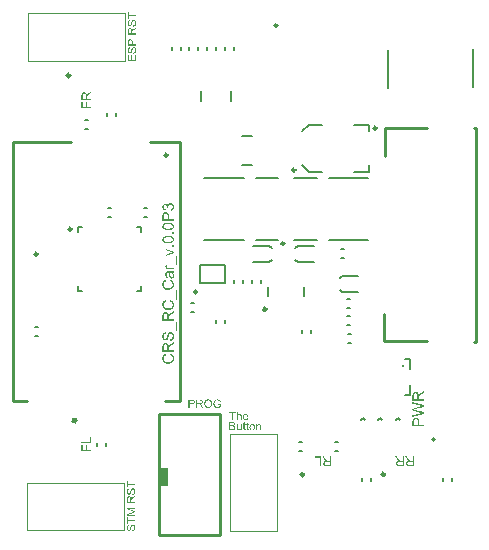
<source format=gto>
G04*
G04 #@! TF.GenerationSoftware,Altium Limited,Altium NEXUS,3.2.6 (83)*
G04*
G04 Layer_Color=65535*
%FSLAX44Y44*%
%MOMM*%
G71*
G04*
G04 #@! TF.SameCoordinates,E101C6A8-1949-4893-99AA-7595D6EC33FA*
G04*
G04*
G04 #@! TF.FilePolarity,Positive*
G04*
G01*
G75*
%ADD10C,0.2500*%
%ADD11C,0.2000*%
%ADD12C,0.2540*%
%ADD13C,0.0762*%
%ADD14C,0.1270*%
%ADD15R,0.7250X1.5750*%
G36*
X482053Y1165454D02*
X482063Y1165464D01*
X482084Y1165485D01*
X482114Y1165515D01*
X482165Y1165566D01*
X482216Y1165617D01*
X482287Y1165678D01*
X482379Y1165740D01*
X482471Y1165811D01*
X482572Y1165872D01*
X482684Y1165933D01*
X482949Y1166045D01*
X483092Y1166096D01*
X483245Y1166127D01*
X483408Y1166147D01*
X483571Y1166157D01*
X483662D01*
X483774Y1166147D01*
X483907Y1166127D01*
X484059Y1166106D01*
X484222Y1166066D01*
X484385Y1166004D01*
X484548Y1165933D01*
X484569Y1165923D01*
X484620Y1165892D01*
X484691Y1165841D01*
X484783Y1165770D01*
X484874Y1165678D01*
X484976Y1165577D01*
X485068Y1165454D01*
X485149Y1165312D01*
X485159Y1165291D01*
X485180Y1165240D01*
X485210Y1165149D01*
X485241Y1165016D01*
X485271Y1164853D01*
X485302Y1164660D01*
X485322Y1164426D01*
X485333Y1164161D01*
Y1160932D01*
X484467D01*
Y1164171D01*
Y1164181D01*
Y1164202D01*
Y1164232D01*
Y1164273D01*
X484457Y1164385D01*
X484436Y1164528D01*
X484396Y1164680D01*
X484345Y1164833D01*
X484273Y1164986D01*
X484182Y1165108D01*
X484171Y1165118D01*
X484131Y1165159D01*
X484070Y1165210D01*
X483978Y1165261D01*
X483866Y1165322D01*
X483733Y1165363D01*
X483571Y1165403D01*
X483387Y1165414D01*
X483326D01*
X483255Y1165403D01*
X483153Y1165393D01*
X483051Y1165363D01*
X482929Y1165332D01*
X482807Y1165281D01*
X482674Y1165210D01*
X482664Y1165200D01*
X482623Y1165169D01*
X482562Y1165128D01*
X482491Y1165067D01*
X482409Y1164986D01*
X482328Y1164894D01*
X482257Y1164782D01*
X482196Y1164660D01*
X482185Y1164640D01*
X482175Y1164599D01*
X482155Y1164517D01*
X482124Y1164415D01*
X482094Y1164283D01*
X482073Y1164120D01*
X482063Y1163937D01*
X482053Y1163723D01*
Y1160932D01*
X481187D01*
Y1167980D01*
X482053D01*
Y1165454D01*
D02*
G37*
G36*
X480332Y1167145D02*
X478009D01*
Y1160932D01*
X477072D01*
Y1167145D01*
X474750D01*
Y1167980D01*
X480332D01*
Y1167145D01*
D02*
G37*
G36*
X488928Y1166147D02*
X489010Y1166137D01*
X489111Y1166116D01*
X489224Y1166096D01*
X489356Y1166066D01*
X489478Y1166035D01*
X489621Y1165984D01*
X489753Y1165933D01*
X489896Y1165862D01*
X490038Y1165780D01*
X490181Y1165689D01*
X490313Y1165577D01*
X490435Y1165454D01*
X490446Y1165444D01*
X490466Y1165424D01*
X490497Y1165383D01*
X490537Y1165322D01*
X490588Y1165251D01*
X490639Y1165169D01*
X490700Y1165067D01*
X490761Y1164945D01*
X490823Y1164813D01*
X490884Y1164670D01*
X490935Y1164507D01*
X490985Y1164334D01*
X491026Y1164140D01*
X491057Y1163937D01*
X491077Y1163723D01*
X491087Y1163489D01*
Y1163478D01*
Y1163438D01*
Y1163366D01*
X491077Y1163264D01*
X487258D01*
Y1163254D01*
Y1163224D01*
X487268Y1163183D01*
Y1163122D01*
X487278Y1163051D01*
X487298Y1162969D01*
X487329Y1162786D01*
X487390Y1162582D01*
X487472Y1162358D01*
X487584Y1162154D01*
X487726Y1161971D01*
X487736D01*
X487747Y1161951D01*
X487808Y1161900D01*
X487899Y1161828D01*
X488022Y1161757D01*
X488185Y1161676D01*
X488368Y1161604D01*
X488572Y1161553D01*
X488684Y1161543D01*
X488806Y1161533D01*
X488887D01*
X488979Y1161543D01*
X489091Y1161563D01*
X489213Y1161594D01*
X489356Y1161635D01*
X489488Y1161696D01*
X489621Y1161777D01*
X489631Y1161788D01*
X489682Y1161828D01*
X489743Y1161889D01*
X489814Y1161971D01*
X489896Y1162083D01*
X489987Y1162226D01*
X490079Y1162389D01*
X490160Y1162582D01*
X491057Y1162470D01*
Y1162460D01*
X491047Y1162439D01*
X491036Y1162399D01*
X491016Y1162338D01*
X490985Y1162277D01*
X490955Y1162195D01*
X490873Y1162022D01*
X490772Y1161828D01*
X490629Y1161625D01*
X490466Y1161431D01*
X490262Y1161248D01*
X490252D01*
X490232Y1161227D01*
X490201Y1161207D01*
X490160Y1161177D01*
X490099Y1161146D01*
X490038Y1161115D01*
X489957Y1161075D01*
X489865Y1161034D01*
X489763Y1160993D01*
X489661Y1160952D01*
X489407Y1160891D01*
X489122Y1160840D01*
X488806Y1160820D01*
X488694D01*
X488623Y1160830D01*
X488531Y1160840D01*
X488419Y1160861D01*
X488297Y1160881D01*
X488164Y1160901D01*
X487879Y1160983D01*
X487726Y1161044D01*
X487584Y1161105D01*
X487431Y1161187D01*
X487288Y1161278D01*
X487156Y1161380D01*
X487023Y1161502D01*
X487013Y1161513D01*
X486993Y1161533D01*
X486962Y1161574D01*
X486922Y1161635D01*
X486871Y1161706D01*
X486820Y1161788D01*
X486759Y1161889D01*
X486698Y1162001D01*
X486636Y1162134D01*
X486575Y1162277D01*
X486524Y1162439D01*
X486473Y1162613D01*
X486433Y1162796D01*
X486402Y1163000D01*
X486382Y1163214D01*
X486371Y1163438D01*
Y1163448D01*
Y1163499D01*
Y1163560D01*
X486382Y1163652D01*
X486392Y1163764D01*
X486402Y1163886D01*
X486423Y1164028D01*
X486453Y1164171D01*
X486535Y1164497D01*
X486585Y1164660D01*
X486647Y1164833D01*
X486728Y1164996D01*
X486820Y1165149D01*
X486922Y1165302D01*
X487034Y1165444D01*
X487044Y1165454D01*
X487064Y1165475D01*
X487105Y1165505D01*
X487156Y1165556D01*
X487217Y1165607D01*
X487298Y1165668D01*
X487390Y1165740D01*
X487502Y1165801D01*
X487614Y1165872D01*
X487747Y1165933D01*
X487889Y1165994D01*
X488042Y1166045D01*
X488205Y1166096D01*
X488378Y1166127D01*
X488561Y1166147D01*
X488755Y1166157D01*
X488857D01*
X488928Y1166147D01*
D02*
G37*
G36*
X500244Y1157577D02*
X500356Y1157567D01*
X500489Y1157546D01*
X500631Y1157516D01*
X500784Y1157475D01*
X500927Y1157414D01*
X500947Y1157404D01*
X500988Y1157383D01*
X501059Y1157353D01*
X501140Y1157302D01*
X501242Y1157241D01*
X501334Y1157159D01*
X501426Y1157078D01*
X501507Y1156976D01*
X501517Y1156966D01*
X501538Y1156925D01*
X501568Y1156874D01*
X501619Y1156803D01*
X501660Y1156701D01*
X501701Y1156599D01*
X501752Y1156477D01*
X501782Y1156345D01*
Y1156334D01*
X501792Y1156294D01*
X501802Y1156233D01*
X501813Y1156151D01*
Y1156029D01*
X501823Y1155886D01*
X501833Y1155713D01*
Y1155499D01*
Y1152362D01*
X500967D01*
Y1155458D01*
Y1155469D01*
Y1155479D01*
Y1155550D01*
Y1155642D01*
X500957Y1155754D01*
X500947Y1155886D01*
X500927Y1156019D01*
X500896Y1156141D01*
X500865Y1156253D01*
Y1156263D01*
X500845Y1156294D01*
X500814Y1156345D01*
X500784Y1156406D01*
X500733Y1156467D01*
X500672Y1156538D01*
X500590Y1156609D01*
X500499Y1156671D01*
X500489Y1156681D01*
X500458Y1156701D01*
X500397Y1156721D01*
X500326Y1156752D01*
X500244Y1156783D01*
X500142Y1156813D01*
X500020Y1156823D01*
X499898Y1156833D01*
X499847D01*
X499806Y1156823D01*
X499704Y1156813D01*
X499572Y1156793D01*
X499429Y1156742D01*
X499266Y1156681D01*
X499103Y1156599D01*
X498951Y1156477D01*
X498930Y1156457D01*
X498889Y1156406D01*
X498859Y1156365D01*
X498828Y1156314D01*
X498787Y1156253D01*
X498757Y1156182D01*
X498716Y1156100D01*
X498675Y1155998D01*
X498645Y1155886D01*
X498614Y1155764D01*
X498594Y1155631D01*
X498574Y1155489D01*
X498553Y1155316D01*
Y1155143D01*
Y1152362D01*
X497687D01*
Y1157475D01*
X498462D01*
Y1156742D01*
X498472Y1156752D01*
X498492Y1156783D01*
X498523Y1156823D01*
X498563Y1156874D01*
X498625Y1156935D01*
X498696Y1157007D01*
X498777Y1157088D01*
X498879Y1157169D01*
X498981Y1157241D01*
X499103Y1157322D01*
X499236Y1157394D01*
X499378Y1157455D01*
X499541Y1157506D01*
X499704Y1157546D01*
X499888Y1157577D01*
X500081Y1157587D01*
X500163D01*
X500244Y1157577D01*
D02*
G37*
G36*
X485373Y1152362D02*
X484599D01*
Y1153106D01*
X484589Y1153095D01*
X484569Y1153065D01*
X484538Y1153024D01*
X484487Y1152973D01*
X484426Y1152912D01*
X484355Y1152831D01*
X484273Y1152759D01*
X484171Y1152678D01*
X484059Y1152596D01*
X483937Y1152525D01*
X483805Y1152454D01*
X483662Y1152382D01*
X483499Y1152331D01*
X483336Y1152291D01*
X483153Y1152260D01*
X482970Y1152250D01*
X482898D01*
X482807Y1152260D01*
X482695Y1152270D01*
X482562Y1152291D01*
X482420Y1152321D01*
X482277Y1152362D01*
X482124Y1152423D01*
X482104Y1152433D01*
X482063Y1152454D01*
X481992Y1152494D01*
X481910Y1152545D01*
X481809Y1152607D01*
X481717Y1152678D01*
X481625Y1152759D01*
X481544Y1152851D01*
X481534Y1152861D01*
X481513Y1152902D01*
X481483Y1152953D01*
X481442Y1153034D01*
X481391Y1153126D01*
X481350Y1153238D01*
X481309Y1153360D01*
X481279Y1153493D01*
Y1153503D01*
X481269Y1153543D01*
X481259Y1153605D01*
Y1153686D01*
X481248Y1153808D01*
X481238Y1153941D01*
X481228Y1154114D01*
Y1154307D01*
Y1157475D01*
X482094D01*
Y1154633D01*
Y1154623D01*
Y1154603D01*
Y1154572D01*
Y1154521D01*
Y1154409D01*
X482104Y1154267D01*
Y1154114D01*
X482114Y1153961D01*
X482124Y1153829D01*
X482145Y1153717D01*
Y1153707D01*
X482165Y1153666D01*
X482185Y1153605D01*
X482216Y1153523D01*
X482267Y1153442D01*
X482328Y1153350D01*
X482399Y1153269D01*
X482491Y1153187D01*
X482501Y1153177D01*
X482542Y1153157D01*
X482593Y1153126D01*
X482674Y1153095D01*
X482766Y1153055D01*
X482878Y1153024D01*
X483000Y1153004D01*
X483143Y1152993D01*
X483214D01*
X483285Y1153004D01*
X483377Y1153014D01*
X483489Y1153045D01*
X483611Y1153075D01*
X483744Y1153126D01*
X483876Y1153187D01*
X483896Y1153197D01*
X483937Y1153228D01*
X483998Y1153269D01*
X484070Y1153330D01*
X484151Y1153411D01*
X484233Y1153503D01*
X484304Y1153605D01*
X484365Y1153727D01*
X484375Y1153747D01*
X484385Y1153788D01*
X484406Y1153869D01*
X484436Y1153981D01*
X484467Y1154124D01*
X484487Y1154297D01*
X484497Y1154501D01*
X484508Y1154735D01*
Y1157475D01*
X485373D01*
Y1152362D01*
D02*
G37*
G36*
X477592Y1159400D02*
X477673D01*
X477856Y1159380D01*
X478060Y1159359D01*
X478274Y1159319D01*
X478488Y1159268D01*
X478682Y1159196D01*
X478692D01*
X478702Y1159186D01*
X478763Y1159156D01*
X478855Y1159105D01*
X478957Y1159034D01*
X479079Y1158942D01*
X479211Y1158830D01*
X479333Y1158687D01*
X479445Y1158534D01*
X479456Y1158514D01*
X479486Y1158453D01*
X479537Y1158371D01*
X479588Y1158249D01*
X479639Y1158107D01*
X479690Y1157954D01*
X479720Y1157781D01*
X479731Y1157607D01*
Y1157587D01*
Y1157536D01*
X479720Y1157445D01*
X479700Y1157333D01*
X479670Y1157200D01*
X479619Y1157057D01*
X479557Y1156915D01*
X479476Y1156762D01*
X479466Y1156742D01*
X479435Y1156701D01*
X479374Y1156619D01*
X479293Y1156538D01*
X479191Y1156436D01*
X479069Y1156324D01*
X478916Y1156222D01*
X478743Y1156120D01*
X478753D01*
X478773Y1156110D01*
X478804Y1156100D01*
X478844Y1156080D01*
X478967Y1156039D01*
X479109Y1155968D01*
X479262Y1155876D01*
X479435Y1155764D01*
X479588Y1155631D01*
X479731Y1155469D01*
X479741Y1155448D01*
X479782Y1155387D01*
X479843Y1155295D01*
X479904Y1155173D01*
X479965Y1155010D01*
X480026Y1154837D01*
X480067Y1154633D01*
X480077Y1154409D01*
Y1154399D01*
Y1154389D01*
Y1154328D01*
X480067Y1154226D01*
X480046Y1154104D01*
X480026Y1153961D01*
X479985Y1153808D01*
X479934Y1153645D01*
X479863Y1153482D01*
X479853Y1153462D01*
X479822Y1153411D01*
X479782Y1153340D01*
X479720Y1153238D01*
X479639Y1153136D01*
X479557Y1153024D01*
X479456Y1152912D01*
X479344Y1152820D01*
X479333Y1152810D01*
X479293Y1152780D01*
X479221Y1152739D01*
X479130Y1152698D01*
X479018Y1152637D01*
X478885Y1152576D01*
X478743Y1152525D01*
X478569Y1152474D01*
X478549D01*
X478488Y1152454D01*
X478386Y1152443D01*
X478254Y1152423D01*
X478091Y1152403D01*
X477897Y1152382D01*
X477683Y1152372D01*
X477439Y1152362D01*
X474750D01*
Y1159410D01*
X477520D01*
X477592Y1159400D01*
D02*
G37*
G36*
X490476Y1157475D02*
X491352D01*
Y1156803D01*
X490476D01*
Y1153798D01*
Y1153778D01*
Y1153737D01*
Y1153676D01*
X490486Y1153605D01*
X490497Y1153442D01*
X490507Y1153370D01*
X490517Y1153319D01*
X490527Y1153299D01*
X490558Y1153258D01*
X490598Y1153207D01*
X490670Y1153157D01*
X490690Y1153146D01*
X490741Y1153126D01*
X490833Y1153106D01*
X490965Y1153095D01*
X491067D01*
X491118Y1153106D01*
X491189D01*
X491271Y1153116D01*
X491352Y1153126D01*
X491464Y1152362D01*
X491444D01*
X491403Y1152352D01*
X491332Y1152342D01*
X491240Y1152331D01*
X491138Y1152311D01*
X491026Y1152301D01*
X490802Y1152291D01*
X490721D01*
X490639Y1152301D01*
X490537Y1152311D01*
X490415Y1152321D01*
X490293Y1152352D01*
X490181Y1152382D01*
X490069Y1152433D01*
X490059Y1152443D01*
X490028Y1152464D01*
X489987Y1152494D01*
X489926Y1152545D01*
X489875Y1152596D01*
X489814Y1152668D01*
X489753Y1152739D01*
X489712Y1152831D01*
Y1152841D01*
X489692Y1152881D01*
X489682Y1152953D01*
X489661Y1153055D01*
X489641Y1153187D01*
X489631Y1153269D01*
Y1153360D01*
X489621Y1153472D01*
X489610Y1153584D01*
Y1153707D01*
Y1153849D01*
Y1156803D01*
X488969D01*
Y1157475D01*
X489610D01*
Y1158738D01*
X490476Y1159258D01*
Y1157475D01*
D02*
G37*
G36*
X487736D02*
X488612D01*
Y1156803D01*
X487736D01*
Y1153798D01*
Y1153778D01*
Y1153737D01*
Y1153676D01*
X487747Y1153605D01*
X487757Y1153442D01*
X487767Y1153370D01*
X487777Y1153319D01*
X487787Y1153299D01*
X487818Y1153258D01*
X487859Y1153207D01*
X487930Y1153157D01*
X487950Y1153146D01*
X488001Y1153126D01*
X488093Y1153106D01*
X488225Y1153095D01*
X488327D01*
X488378Y1153106D01*
X488449D01*
X488531Y1153116D01*
X488612Y1153126D01*
X488724Y1152362D01*
X488704D01*
X488663Y1152352D01*
X488592Y1152342D01*
X488500Y1152331D01*
X488398Y1152311D01*
X488286Y1152301D01*
X488062Y1152291D01*
X487981D01*
X487899Y1152301D01*
X487798Y1152311D01*
X487675Y1152321D01*
X487553Y1152352D01*
X487441Y1152382D01*
X487329Y1152433D01*
X487319Y1152443D01*
X487288Y1152464D01*
X487248Y1152494D01*
X487186Y1152545D01*
X487135Y1152596D01*
X487074Y1152668D01*
X487013Y1152739D01*
X486973Y1152831D01*
Y1152841D01*
X486952Y1152881D01*
X486942Y1152953D01*
X486922Y1153055D01*
X486901Y1153187D01*
X486891Y1153269D01*
Y1153360D01*
X486881Y1153472D01*
X486871Y1153584D01*
Y1153707D01*
Y1153849D01*
Y1156803D01*
X486229D01*
Y1157475D01*
X486871D01*
Y1158738D01*
X487736Y1159258D01*
Y1157475D01*
D02*
G37*
G36*
X494449Y1157577D02*
X494540Y1157567D01*
X494642Y1157546D01*
X494754Y1157526D01*
X494887Y1157506D01*
X495162Y1157414D01*
X495304Y1157363D01*
X495447Y1157292D01*
X495589Y1157221D01*
X495732Y1157119D01*
X495864Y1157017D01*
X495997Y1156895D01*
X496007Y1156884D01*
X496027Y1156864D01*
X496058Y1156823D01*
X496099Y1156772D01*
X496149Y1156701D01*
X496211Y1156609D01*
X496272Y1156507D01*
X496333Y1156395D01*
X496394Y1156273D01*
X496455Y1156120D01*
X496516Y1155968D01*
X496567Y1155795D01*
X496608Y1155611D01*
X496638Y1155418D01*
X496659Y1155214D01*
X496669Y1154990D01*
Y1154980D01*
Y1154949D01*
Y1154898D01*
Y1154827D01*
X496659Y1154745D01*
X496649Y1154644D01*
Y1154542D01*
X496628Y1154430D01*
X496598Y1154175D01*
X496537Y1153920D01*
X496465Y1153666D01*
X496363Y1153431D01*
Y1153421D01*
X496353Y1153411D01*
X496333Y1153381D01*
X496312Y1153340D01*
X496241Y1153238D01*
X496149Y1153116D01*
X496027Y1152973D01*
X495874Y1152831D01*
X495701Y1152688D01*
X495498Y1152556D01*
X495488D01*
X495477Y1152545D01*
X495447Y1152525D01*
X495396Y1152505D01*
X495345Y1152484D01*
X495284Y1152464D01*
X495131Y1152403D01*
X494958Y1152352D01*
X494744Y1152301D01*
X494520Y1152260D01*
X494275Y1152250D01*
X494174D01*
X494092Y1152260D01*
X494000Y1152270D01*
X493899Y1152291D01*
X493776Y1152311D01*
X493654Y1152331D01*
X493379Y1152413D01*
X493226Y1152474D01*
X493084Y1152535D01*
X492941Y1152617D01*
X492799Y1152708D01*
X492666Y1152810D01*
X492534Y1152932D01*
X492523Y1152943D01*
X492503Y1152963D01*
X492473Y1153004D01*
X492432Y1153065D01*
X492381Y1153136D01*
X492330Y1153218D01*
X492269Y1153319D01*
X492208Y1153442D01*
X492147Y1153574D01*
X492086Y1153727D01*
X492035Y1153890D01*
X491984Y1154063D01*
X491943Y1154257D01*
X491912Y1154460D01*
X491892Y1154684D01*
X491882Y1154919D01*
Y1154939D01*
Y1154980D01*
X491892Y1155051D01*
Y1155153D01*
X491902Y1155265D01*
X491923Y1155407D01*
X491943Y1155550D01*
X491984Y1155713D01*
X492024Y1155876D01*
X492075Y1156049D01*
X492136Y1156233D01*
X492218Y1156406D01*
X492299Y1156569D01*
X492411Y1156732D01*
X492523Y1156884D01*
X492666Y1157017D01*
X492676Y1157027D01*
X492697Y1157037D01*
X492737Y1157068D01*
X492788Y1157108D01*
X492850Y1157149D01*
X492931Y1157200D01*
X493012Y1157251D01*
X493114Y1157302D01*
X493226Y1157353D01*
X493349Y1157404D01*
X493624Y1157495D01*
X493939Y1157567D01*
X494102Y1157577D01*
X494275Y1157587D01*
X494377D01*
X494449Y1157577D01*
D02*
G37*
G36*
X561089Y1121886D02*
X557232D01*
X557136Y1121898D01*
X557028D01*
X556776Y1121910D01*
X556511Y1121946D01*
X556223Y1121982D01*
X555959Y1122042D01*
X555826Y1122078D01*
X555718Y1122114D01*
X555706D01*
X555694Y1122126D01*
X555622Y1122162D01*
X555514Y1122211D01*
X555382Y1122295D01*
X555238Y1122403D01*
X555082Y1122547D01*
X554938Y1122715D01*
X554793Y1122907D01*
Y1122919D01*
X554781Y1122931D01*
X554733Y1123003D01*
X554685Y1123124D01*
X554613Y1123280D01*
X554553Y1123460D01*
X554493Y1123676D01*
X554457Y1123905D01*
X554445Y1124157D01*
Y1124169D01*
Y1124193D01*
Y1124241D01*
X554457Y1124301D01*
Y1124385D01*
X554469Y1124469D01*
X554517Y1124673D01*
X554589Y1124914D01*
X554685Y1125166D01*
X554829Y1125418D01*
X554925Y1125538D01*
X555022Y1125659D01*
X555034Y1125671D01*
X555046Y1125683D01*
X555082Y1125719D01*
X555130Y1125755D01*
X555190Y1125803D01*
X555262Y1125851D01*
X555358Y1125911D01*
X555454Y1125983D01*
X555574Y1126043D01*
X555706Y1126103D01*
X555851Y1126175D01*
X556007Y1126235D01*
X556187Y1126283D01*
X556367Y1126344D01*
X556571Y1126379D01*
X556788Y1126416D01*
X556764Y1126428D01*
X556716Y1126452D01*
X556643Y1126500D01*
X556547Y1126548D01*
X556331Y1126680D01*
X556223Y1126764D01*
X556127Y1126836D01*
X556103Y1126860D01*
X556043Y1126920D01*
X555947Y1127016D01*
X555826Y1127136D01*
X555694Y1127305D01*
X555538Y1127485D01*
X555382Y1127701D01*
X555214Y1127941D01*
X553784Y1130200D01*
X555154D01*
X556247Y1128470D01*
Y1128458D01*
X556271Y1128434D01*
X556295Y1128398D01*
X556331Y1128350D01*
X556415Y1128218D01*
X556523Y1128049D01*
X556656Y1127869D01*
X556788Y1127677D01*
X556920Y1127497D01*
X557040Y1127329D01*
X557052Y1127317D01*
X557088Y1127269D01*
X557148Y1127197D01*
X557232Y1127112D01*
X557412Y1126932D01*
X557509Y1126848D01*
X557605Y1126776D01*
X557617Y1126764D01*
X557641Y1126752D01*
X557689Y1126728D01*
X557761Y1126692D01*
X557833Y1126656D01*
X557917Y1126620D01*
X558109Y1126560D01*
X558121D01*
X558145Y1126548D01*
X558193D01*
X558253Y1126536D01*
X558338Y1126524D01*
X558434D01*
X558566Y1126512D01*
X559983D01*
Y1130200D01*
X561089D01*
Y1121886D01*
D02*
G37*
G36*
X552763D02*
X551658D01*
Y1129215D01*
X547561D01*
Y1130200D01*
X552763D01*
Y1121886D01*
D02*
G37*
G36*
X631089D02*
X627232D01*
X627136Y1121898D01*
X627028D01*
X626776Y1121910D01*
X626511Y1121946D01*
X626223Y1121982D01*
X625959Y1122042D01*
X625827Y1122078D01*
X625718Y1122114D01*
X625706D01*
X625694Y1122126D01*
X625622Y1122162D01*
X625514Y1122211D01*
X625382Y1122295D01*
X625238Y1122403D01*
X625082Y1122547D01*
X624938Y1122715D01*
X624793Y1122907D01*
Y1122919D01*
X624781Y1122931D01*
X624733Y1123003D01*
X624685Y1123124D01*
X624613Y1123280D01*
X624553Y1123460D01*
X624493Y1123676D01*
X624457Y1123905D01*
X624445Y1124157D01*
Y1124169D01*
Y1124193D01*
Y1124241D01*
X624457Y1124301D01*
Y1124385D01*
X624469Y1124469D01*
X624517Y1124673D01*
X624589Y1124914D01*
X624685Y1125166D01*
X624829Y1125418D01*
X624925Y1125538D01*
X625022Y1125659D01*
X625034Y1125671D01*
X625046Y1125683D01*
X625082Y1125719D01*
X625130Y1125755D01*
X625190Y1125803D01*
X625262Y1125851D01*
X625358Y1125911D01*
X625454Y1125983D01*
X625574Y1126043D01*
X625706Y1126103D01*
X625851Y1126175D01*
X626007Y1126235D01*
X626187Y1126283D01*
X626367Y1126344D01*
X626572Y1126379D01*
X626788Y1126416D01*
X626764Y1126428D01*
X626716Y1126452D01*
X626644Y1126500D01*
X626547Y1126548D01*
X626331Y1126680D01*
X626223Y1126764D01*
X626127Y1126836D01*
X626103Y1126860D01*
X626043Y1126920D01*
X625947Y1127016D01*
X625827Y1127136D01*
X625694Y1127305D01*
X625538Y1127485D01*
X625382Y1127701D01*
X625214Y1127941D01*
X623784Y1130200D01*
X625154D01*
X626247Y1128470D01*
Y1128458D01*
X626271Y1128434D01*
X626295Y1128398D01*
X626331Y1128350D01*
X626415Y1128218D01*
X626523Y1128049D01*
X626656Y1127869D01*
X626788Y1127677D01*
X626920Y1127497D01*
X627040Y1127329D01*
X627052Y1127317D01*
X627088Y1127269D01*
X627148Y1127197D01*
X627232Y1127112D01*
X627412Y1126932D01*
X627509Y1126848D01*
X627605Y1126776D01*
X627617Y1126764D01*
X627641Y1126752D01*
X627689Y1126728D01*
X627761Y1126692D01*
X627833Y1126656D01*
X627917Y1126620D01*
X628109Y1126560D01*
X628121D01*
X628145Y1126548D01*
X628193D01*
X628254Y1126536D01*
X628338Y1126524D01*
X628434D01*
X628566Y1126512D01*
X629983D01*
Y1130200D01*
X631089D01*
Y1121886D01*
D02*
G37*
G36*
X622703D02*
X618846D01*
X618750Y1121898D01*
X618642D01*
X618390Y1121910D01*
X618125Y1121946D01*
X617837Y1121982D01*
X617573Y1122042D01*
X617441Y1122078D01*
X617332Y1122114D01*
X617321D01*
X617309Y1122126D01*
X617236Y1122162D01*
X617128Y1122211D01*
X616996Y1122295D01*
X616852Y1122403D01*
X616696Y1122547D01*
X616552Y1122715D01*
X616408Y1122907D01*
Y1122919D01*
X616395Y1122931D01*
X616347Y1123003D01*
X616299Y1123124D01*
X616227Y1123280D01*
X616167Y1123460D01*
X616107Y1123676D01*
X616071Y1123905D01*
X616059Y1124157D01*
Y1124169D01*
Y1124193D01*
Y1124241D01*
X616071Y1124301D01*
Y1124385D01*
X616083Y1124469D01*
X616131Y1124673D01*
X616203Y1124914D01*
X616299Y1125166D01*
X616443Y1125418D01*
X616540Y1125538D01*
X616636Y1125659D01*
X616648Y1125671D01*
X616660Y1125683D01*
X616696Y1125719D01*
X616744Y1125755D01*
X616804Y1125803D01*
X616876Y1125851D01*
X616972Y1125911D01*
X617068Y1125983D01*
X617188Y1126043D01*
X617321Y1126103D01*
X617465Y1126175D01*
X617621Y1126235D01*
X617801Y1126283D01*
X617981Y1126344D01*
X618186Y1126379D01*
X618402Y1126416D01*
X618378Y1126428D01*
X618330Y1126452D01*
X618258Y1126500D01*
X618162Y1126548D01*
X617945Y1126680D01*
X617837Y1126764D01*
X617741Y1126836D01*
X617717Y1126860D01*
X617657Y1126920D01*
X617561Y1127016D01*
X617441Y1127136D01*
X617309Y1127305D01*
X617152Y1127485D01*
X616996Y1127701D01*
X616828Y1127941D01*
X615398Y1130200D01*
X616768D01*
X617861Y1128470D01*
Y1128458D01*
X617885Y1128434D01*
X617909Y1128398D01*
X617945Y1128350D01*
X618029Y1128218D01*
X618138Y1128049D01*
X618270Y1127869D01*
X618402Y1127677D01*
X618534Y1127497D01*
X618654Y1127329D01*
X618666Y1127317D01*
X618702Y1127269D01*
X618762Y1127197D01*
X618846Y1127112D01*
X619026Y1126932D01*
X619123Y1126848D01*
X619219Y1126776D01*
X619231Y1126764D01*
X619255Y1126752D01*
X619303Y1126728D01*
X619375Y1126692D01*
X619447Y1126656D01*
X619531Y1126620D01*
X619723Y1126560D01*
X619735D01*
X619759Y1126548D01*
X619808D01*
X619868Y1126536D01*
X619952Y1126524D01*
X620048D01*
X620180Y1126512D01*
X621598D01*
Y1130200D01*
X622703D01*
Y1121886D01*
D02*
G37*
G36*
X358000Y1141503D02*
X349686D01*
Y1142608D01*
X357015D01*
Y1146705D01*
X358000D01*
Y1141503D01*
D02*
G37*
G36*
X350671Y1135604D02*
X353242D01*
Y1139509D01*
X354227D01*
Y1135604D01*
X358000D01*
Y1134499D01*
X349686D01*
Y1140121D01*
X350671D01*
Y1135604D01*
D02*
G37*
G36*
X358000Y1437999D02*
X356270Y1436906D01*
X356258D01*
X356234Y1436882D01*
X356198Y1436858D01*
X356150Y1436822D01*
X356018Y1436738D01*
X355849Y1436630D01*
X355669Y1436498D01*
X355477Y1436365D01*
X355297Y1436233D01*
X355129Y1436113D01*
X355117Y1436101D01*
X355069Y1436065D01*
X354996Y1436005D01*
X354912Y1435921D01*
X354732Y1435741D01*
X354648Y1435645D01*
X354576Y1435549D01*
X354564Y1435536D01*
X354552Y1435512D01*
X354528Y1435464D01*
X354492Y1435392D01*
X354456Y1435320D01*
X354420Y1435236D01*
X354360Y1435044D01*
Y1435032D01*
X354348Y1435008D01*
Y1434960D01*
X354336Y1434900D01*
X354324Y1434816D01*
Y1434720D01*
X354312Y1434587D01*
Y1433170D01*
X358000D01*
Y1432064D01*
X349686D01*
Y1435921D01*
X349698Y1436017D01*
Y1436125D01*
X349710Y1436377D01*
X349746Y1436642D01*
X349782Y1436930D01*
X349842Y1437194D01*
X349878Y1437327D01*
X349914Y1437435D01*
Y1437447D01*
X349926Y1437459D01*
X349963Y1437531D01*
X350011Y1437639D01*
X350095Y1437771D01*
X350203Y1437915D01*
X350347Y1438071D01*
X350515Y1438216D01*
X350707Y1438360D01*
X350719D01*
X350731Y1438372D01*
X350803Y1438420D01*
X350924Y1438468D01*
X351080Y1438540D01*
X351260Y1438600D01*
X351476Y1438660D01*
X351705Y1438696D01*
X351957Y1438708D01*
X351969D01*
X351993D01*
X352041D01*
X352101Y1438696D01*
X352185D01*
X352269Y1438684D01*
X352473Y1438636D01*
X352714Y1438564D01*
X352966Y1438468D01*
X353218Y1438324D01*
X353339Y1438228D01*
X353459Y1438132D01*
X353471Y1438120D01*
X353483Y1438107D01*
X353519Y1438071D01*
X353555Y1438023D01*
X353603Y1437963D01*
X353651Y1437891D01*
X353711Y1437795D01*
X353783Y1437699D01*
X353843Y1437579D01*
X353903Y1437447D01*
X353975Y1437303D01*
X354035Y1437146D01*
X354083Y1436966D01*
X354143Y1436786D01*
X354179Y1436582D01*
X354216Y1436365D01*
X354227Y1436389D01*
X354252Y1436438D01*
X354300Y1436510D01*
X354348Y1436606D01*
X354480Y1436822D01*
X354564Y1436930D01*
X354636Y1437026D01*
X354660Y1437050D01*
X354720Y1437110D01*
X354816Y1437206D01*
X354936Y1437327D01*
X355105Y1437459D01*
X355285Y1437615D01*
X355501Y1437771D01*
X355741Y1437939D01*
X358000Y1439369D01*
Y1437999D01*
D02*
G37*
G36*
X350671Y1426105D02*
X353242D01*
Y1430010D01*
X354227D01*
Y1426105D01*
X358000D01*
Y1425000D01*
X349686D01*
Y1430623D01*
X350671D01*
Y1426105D01*
D02*
G37*
G36*
X388915Y1107263D02*
X395128D01*
Y1106326D01*
X388915D01*
Y1104004D01*
X388079D01*
Y1109585D01*
X388915D01*
Y1107263D01*
D02*
G37*
G36*
X393355Y1103230D02*
X393498Y1103209D01*
X393661Y1103168D01*
X393834Y1103117D01*
X394018Y1103036D01*
X394211Y1102924D01*
X394221D01*
X394231Y1102914D01*
X394293Y1102863D01*
X394384Y1102792D01*
X394486Y1102690D01*
X394608Y1102557D01*
X394741Y1102394D01*
X394863Y1102211D01*
X394975Y1101997D01*
Y1101987D01*
X394985Y1101966D01*
X394995Y1101936D01*
X395016Y1101895D01*
X395036Y1101834D01*
X395067Y1101763D01*
X395107Y1101600D01*
X395158Y1101406D01*
X395209Y1101172D01*
X395240Y1100917D01*
X395250Y1100642D01*
Y1100479D01*
X395240Y1100398D01*
Y1100306D01*
X395230Y1100204D01*
X395219Y1100082D01*
X395179Y1099827D01*
X395138Y1099563D01*
X395067Y1099298D01*
X394975Y1099043D01*
Y1099033D01*
X394965Y1099013D01*
X394944Y1098982D01*
X394924Y1098941D01*
X394863Y1098819D01*
X394771Y1098677D01*
X394649Y1098514D01*
X394506Y1098341D01*
X394333Y1098177D01*
X394140Y1098025D01*
X394130D01*
X394109Y1098004D01*
X394079Y1097994D01*
X394038Y1097964D01*
X393987Y1097943D01*
X393926Y1097913D01*
X393773Y1097841D01*
X393580Y1097770D01*
X393366Y1097709D01*
X393121Y1097668D01*
X392867Y1097648D01*
X392785Y1098524D01*
X392795D01*
X392805D01*
X392836Y1098534D01*
X392877D01*
X392968Y1098554D01*
X393101Y1098585D01*
X393233Y1098626D01*
X393386Y1098666D01*
X393529Y1098738D01*
X393661Y1098809D01*
X393671Y1098819D01*
X393712Y1098850D01*
X393783Y1098901D01*
X393855Y1098982D01*
X393946Y1099084D01*
X394038Y1099196D01*
X394130Y1099349D01*
X394211Y1099512D01*
Y1099522D01*
X394221Y1099532D01*
X394231Y1099563D01*
X394242Y1099593D01*
X394272Y1099695D01*
X394313Y1099827D01*
X394354Y1099990D01*
X394384Y1100174D01*
X394405Y1100378D01*
X394415Y1100602D01*
Y1100693D01*
X394405Y1100795D01*
X394394Y1100917D01*
X394374Y1101060D01*
X394354Y1101223D01*
X394313Y1101386D01*
X394262Y1101539D01*
X394252Y1101559D01*
X394231Y1101610D01*
X394191Y1101681D01*
X394150Y1101773D01*
X394079Y1101865D01*
X394007Y1101966D01*
X393926Y1102068D01*
X393824Y1102150D01*
X393814Y1102160D01*
X393773Y1102180D01*
X393722Y1102211D01*
X393641Y1102252D01*
X393559Y1102292D01*
X393457Y1102323D01*
X393345Y1102343D01*
X393223Y1102354D01*
X393213D01*
X393162D01*
X393101Y1102343D01*
X393019Y1102333D01*
X392938Y1102303D01*
X392836Y1102272D01*
X392734Y1102221D01*
X392643Y1102150D01*
X392632Y1102140D01*
X392602Y1102109D01*
X392561Y1102068D01*
X392500Y1101997D01*
X392439Y1101916D01*
X392368Y1101804D01*
X392296Y1101671D01*
X392235Y1101518D01*
X392225Y1101508D01*
X392215Y1101457D01*
X392184Y1101376D01*
X392174Y1101325D01*
X392154Y1101254D01*
X392123Y1101182D01*
X392103Y1101090D01*
X392072Y1100989D01*
X392042Y1100866D01*
X392011Y1100744D01*
X391970Y1100602D01*
X391930Y1100439D01*
X391889Y1100266D01*
Y1100255D01*
X391879Y1100225D01*
X391869Y1100174D01*
X391848Y1100113D01*
X391828Y1100031D01*
X391807Y1099940D01*
X391746Y1099736D01*
X391675Y1099512D01*
X391604Y1099277D01*
X391532Y1099074D01*
X391492Y1098982D01*
X391451Y1098901D01*
Y1098891D01*
X391441Y1098880D01*
X391400Y1098819D01*
X391349Y1098727D01*
X391268Y1098626D01*
X391176Y1098503D01*
X391064Y1098381D01*
X390931Y1098259D01*
X390789Y1098157D01*
X390768Y1098147D01*
X390718Y1098116D01*
X390636Y1098076D01*
X390534Y1098035D01*
X390402Y1097994D01*
X390249Y1097953D01*
X390086Y1097923D01*
X389913Y1097913D01*
X389903D01*
X389893D01*
X389862D01*
X389821D01*
X389719Y1097933D01*
X389587Y1097953D01*
X389434Y1097984D01*
X389261Y1098035D01*
X389088Y1098106D01*
X388915Y1098208D01*
X388904D01*
X388894Y1098218D01*
X388833Y1098269D01*
X388752Y1098341D01*
X388650Y1098432D01*
X388538Y1098554D01*
X388416Y1098707D01*
X388304Y1098891D01*
X388202Y1099094D01*
Y1099104D01*
X388191Y1099125D01*
X388181Y1099155D01*
X388161Y1099196D01*
X388141Y1099247D01*
X388120Y1099318D01*
X388079Y1099471D01*
X388039Y1099665D01*
X387998Y1099889D01*
X387967Y1100123D01*
X387957Y1100388D01*
Y1100520D01*
X387967Y1100591D01*
Y1100663D01*
X387988Y1100856D01*
X388018Y1101070D01*
X388069Y1101294D01*
X388130Y1101539D01*
X388212Y1101763D01*
Y1101773D01*
X388222Y1101793D01*
X388242Y1101824D01*
X388263Y1101865D01*
X388314Y1101966D01*
X388405Y1102099D01*
X388507Y1102252D01*
X388640Y1102404D01*
X388792Y1102547D01*
X388966Y1102680D01*
X388976D01*
X388986Y1102690D01*
X389016Y1102710D01*
X389047Y1102730D01*
X389149Y1102781D01*
X389281Y1102842D01*
X389444Y1102914D01*
X389638Y1102965D01*
X389842Y1103016D01*
X390066Y1103036D01*
X390137Y1102140D01*
X390127D01*
X390106D01*
X390076Y1102129D01*
X390025Y1102119D01*
X389913Y1102089D01*
X389760Y1102048D01*
X389597Y1101987D01*
X389434Y1101895D01*
X389281Y1101783D01*
X389139Y1101640D01*
X389129Y1101620D01*
X389088Y1101569D01*
X389027Y1101467D01*
X388966Y1101335D01*
X388904Y1101162D01*
X388843Y1100958D01*
X388803Y1100704D01*
X388792Y1100418D01*
Y1100276D01*
X388803Y1100215D01*
X388813Y1100133D01*
X388833Y1099950D01*
X388874Y1099746D01*
X388925Y1099542D01*
X389006Y1099349D01*
X389057Y1099267D01*
X389108Y1099186D01*
X389118Y1099165D01*
X389159Y1099125D01*
X389230Y1099064D01*
X389312Y1099003D01*
X389424Y1098931D01*
X389546Y1098870D01*
X389689Y1098829D01*
X389852Y1098809D01*
X389872D01*
X389913D01*
X389984Y1098819D01*
X390066Y1098840D01*
X390168Y1098870D01*
X390269Y1098921D01*
X390371Y1098982D01*
X390473Y1099074D01*
X390483Y1099084D01*
X390514Y1099135D01*
X390544Y1099176D01*
X390565Y1099216D01*
X390595Y1099277D01*
X390636Y1099349D01*
X390667Y1099441D01*
X390707Y1099542D01*
X390748Y1099654D01*
X390799Y1099787D01*
X390840Y1099929D01*
X390891Y1100092D01*
X390931Y1100276D01*
X390982Y1100479D01*
Y1100490D01*
X390993Y1100530D01*
X391003Y1100591D01*
X391023Y1100663D01*
X391043Y1100754D01*
X391074Y1100866D01*
X391105Y1100978D01*
X391135Y1101101D01*
X391206Y1101366D01*
X391278Y1101620D01*
X391318Y1101742D01*
X391359Y1101854D01*
X391390Y1101956D01*
X391431Y1102038D01*
Y1102048D01*
X391441Y1102068D01*
X391461Y1102099D01*
X391481Y1102140D01*
X391543Y1102252D01*
X391624Y1102384D01*
X391736Y1102537D01*
X391858Y1102690D01*
X392001Y1102832D01*
X392154Y1102954D01*
X392174Y1102965D01*
X392225Y1103005D01*
X392317Y1103046D01*
X392439Y1103107D01*
X392581Y1103158D01*
X392755Y1103209D01*
X392948Y1103240D01*
X393152Y1103250D01*
X393162D01*
X393172D01*
X393203D01*
X393243D01*
X393355Y1103230D01*
D02*
G37*
G36*
X395128Y1095896D02*
X393661Y1094969D01*
X393651D01*
X393630Y1094949D01*
X393600Y1094928D01*
X393559Y1094898D01*
X393447Y1094827D01*
X393305Y1094735D01*
X393152Y1094623D01*
X392989Y1094511D01*
X392836Y1094399D01*
X392693Y1094297D01*
X392683Y1094287D01*
X392643Y1094256D01*
X392581Y1094205D01*
X392510Y1094134D01*
X392357Y1093981D01*
X392286Y1093900D01*
X392225Y1093818D01*
X392215Y1093808D01*
X392205Y1093788D01*
X392184Y1093747D01*
X392154Y1093686D01*
X392123Y1093625D01*
X392093Y1093553D01*
X392042Y1093390D01*
Y1093380D01*
X392031Y1093360D01*
Y1093319D01*
X392021Y1093268D01*
X392011Y1093197D01*
Y1093115D01*
X392001Y1093003D01*
Y1091801D01*
X395128D01*
Y1090864D01*
X388079D01*
Y1094134D01*
X388090Y1094215D01*
Y1094307D01*
X388100Y1094521D01*
X388130Y1094745D01*
X388161Y1094989D01*
X388212Y1095214D01*
X388242Y1095326D01*
X388273Y1095417D01*
Y1095427D01*
X388283Y1095438D01*
X388314Y1095499D01*
X388354Y1095590D01*
X388426Y1095703D01*
X388517Y1095825D01*
X388640Y1095957D01*
X388782Y1096079D01*
X388945Y1096201D01*
X388955D01*
X388966Y1096212D01*
X389027Y1096253D01*
X389129Y1096293D01*
X389261Y1096354D01*
X389414Y1096405D01*
X389597Y1096456D01*
X389791Y1096487D01*
X390005Y1096497D01*
X390015D01*
X390035D01*
X390076D01*
X390127Y1096487D01*
X390198D01*
X390269Y1096477D01*
X390443Y1096436D01*
X390646Y1096375D01*
X390860Y1096293D01*
X391074Y1096171D01*
X391176Y1096089D01*
X391278Y1096008D01*
X391288Y1095998D01*
X391298Y1095988D01*
X391329Y1095957D01*
X391359Y1095916D01*
X391400Y1095865D01*
X391441Y1095804D01*
X391492Y1095723D01*
X391553Y1095641D01*
X391604Y1095539D01*
X391655Y1095427D01*
X391716Y1095305D01*
X391767Y1095173D01*
X391807Y1095020D01*
X391858Y1094867D01*
X391889Y1094694D01*
X391919Y1094511D01*
X391930Y1094531D01*
X391950Y1094572D01*
X391991Y1094633D01*
X392031Y1094715D01*
X392144Y1094898D01*
X392215Y1094989D01*
X392276Y1095071D01*
X392296Y1095091D01*
X392347Y1095142D01*
X392429Y1095224D01*
X392531Y1095326D01*
X392673Y1095438D01*
X392826Y1095570D01*
X393009Y1095703D01*
X393213Y1095845D01*
X395128Y1097057D01*
Y1095896D01*
D02*
G37*
G36*
Y1085700D02*
X389230D01*
X395128Y1083643D01*
Y1082808D01*
X389129Y1080771D01*
X395128D01*
Y1079874D01*
X388079D01*
Y1081270D01*
X393080Y1082940D01*
X393091D01*
X393111Y1082950D01*
X393142Y1082961D01*
X393193Y1082981D01*
X393315Y1083022D01*
X393468Y1083073D01*
X393641Y1083123D01*
X393814Y1083185D01*
X393977Y1083235D01*
X394119Y1083276D01*
X394099Y1083287D01*
X394048Y1083297D01*
X393956Y1083327D01*
X393834Y1083368D01*
X393671Y1083419D01*
X393478Y1083490D01*
X393254Y1083561D01*
X392989Y1083653D01*
X388079Y1085344D01*
Y1086597D01*
X395128D01*
Y1085700D01*
D02*
G37*
G36*
X388915Y1076615D02*
X395128D01*
Y1075678D01*
X388915D01*
Y1073356D01*
X388079D01*
Y1078937D01*
X388915D01*
Y1076615D01*
D02*
G37*
G36*
X393355Y1072582D02*
X393498Y1072561D01*
X393661Y1072521D01*
X393834Y1072470D01*
X394018Y1072388D01*
X394211Y1072276D01*
X394221D01*
X394231Y1072266D01*
X394293Y1072215D01*
X394384Y1072144D01*
X394486Y1072042D01*
X394608Y1071909D01*
X394741Y1071746D01*
X394863Y1071563D01*
X394975Y1071349D01*
Y1071339D01*
X394985Y1071319D01*
X394995Y1071288D01*
X395016Y1071247D01*
X395036Y1071186D01*
X395067Y1071115D01*
X395107Y1070952D01*
X395158Y1070758D01*
X395209Y1070524D01*
X395240Y1070269D01*
X395250Y1069995D01*
Y1069831D01*
X395240Y1069750D01*
Y1069658D01*
X395230Y1069557D01*
X395219Y1069434D01*
X395179Y1069180D01*
X395138Y1068915D01*
X395067Y1068650D01*
X394975Y1068395D01*
Y1068385D01*
X394965Y1068365D01*
X394944Y1068334D01*
X394924Y1068294D01*
X394863Y1068171D01*
X394771Y1068029D01*
X394649Y1067866D01*
X394506Y1067693D01*
X394333Y1067530D01*
X394140Y1067377D01*
X394130D01*
X394109Y1067356D01*
X394079Y1067346D01*
X394038Y1067316D01*
X393987Y1067295D01*
X393926Y1067265D01*
X393773Y1067194D01*
X393580Y1067122D01*
X393366Y1067061D01*
X393121Y1067020D01*
X392867Y1067000D01*
X392785Y1067876D01*
X392795D01*
X392805D01*
X392836Y1067886D01*
X392877D01*
X392968Y1067906D01*
X393101Y1067937D01*
X393233Y1067978D01*
X393386Y1068018D01*
X393529Y1068090D01*
X393661Y1068161D01*
X393671Y1068171D01*
X393712Y1068202D01*
X393783Y1068253D01*
X393855Y1068334D01*
X393946Y1068436D01*
X394038Y1068548D01*
X394130Y1068701D01*
X394211Y1068864D01*
Y1068874D01*
X394221Y1068884D01*
X394231Y1068915D01*
X394242Y1068945D01*
X394272Y1069047D01*
X394313Y1069180D01*
X394354Y1069343D01*
X394384Y1069526D01*
X394405Y1069730D01*
X394415Y1069954D01*
Y1070045D01*
X394405Y1070147D01*
X394394Y1070269D01*
X394374Y1070412D01*
X394354Y1070575D01*
X394313Y1070738D01*
X394262Y1070891D01*
X394252Y1070911D01*
X394231Y1070962D01*
X394191Y1071033D01*
X394150Y1071125D01*
X394079Y1071217D01*
X394007Y1071319D01*
X393926Y1071421D01*
X393824Y1071502D01*
X393814Y1071512D01*
X393773Y1071533D01*
X393722Y1071563D01*
X393641Y1071604D01*
X393559Y1071645D01*
X393457Y1071675D01*
X393345Y1071695D01*
X393223Y1071706D01*
X393213D01*
X393162D01*
X393101Y1071695D01*
X393019Y1071685D01*
X392938Y1071655D01*
X392836Y1071624D01*
X392734Y1071573D01*
X392643Y1071502D01*
X392632Y1071492D01*
X392602Y1071461D01*
X392561Y1071421D01*
X392500Y1071349D01*
X392439Y1071268D01*
X392368Y1071156D01*
X392296Y1071023D01*
X392235Y1070871D01*
X392225Y1070860D01*
X392215Y1070809D01*
X392184Y1070728D01*
X392174Y1070677D01*
X392154Y1070606D01*
X392123Y1070534D01*
X392103Y1070443D01*
X392072Y1070341D01*
X392042Y1070219D01*
X392011Y1070096D01*
X391970Y1069954D01*
X391930Y1069791D01*
X391889Y1069618D01*
Y1069607D01*
X391879Y1069577D01*
X391869Y1069526D01*
X391848Y1069465D01*
X391828Y1069383D01*
X391807Y1069292D01*
X391746Y1069088D01*
X391675Y1068864D01*
X391604Y1068630D01*
X391532Y1068426D01*
X391492Y1068334D01*
X391451Y1068253D01*
Y1068243D01*
X391441Y1068232D01*
X391400Y1068171D01*
X391349Y1068080D01*
X391268Y1067978D01*
X391176Y1067856D01*
X391064Y1067733D01*
X390931Y1067611D01*
X390789Y1067509D01*
X390768Y1067499D01*
X390718Y1067468D01*
X390636Y1067428D01*
X390534Y1067387D01*
X390402Y1067346D01*
X390249Y1067306D01*
X390086Y1067275D01*
X389913Y1067265D01*
X389903D01*
X389893D01*
X389862D01*
X389821D01*
X389719Y1067285D01*
X389587Y1067306D01*
X389434Y1067336D01*
X389261Y1067387D01*
X389088Y1067458D01*
X388915Y1067560D01*
X388904D01*
X388894Y1067570D01*
X388833Y1067621D01*
X388752Y1067693D01*
X388650Y1067784D01*
X388538Y1067906D01*
X388416Y1068059D01*
X388304Y1068243D01*
X388202Y1068446D01*
Y1068456D01*
X388191Y1068477D01*
X388181Y1068507D01*
X388161Y1068548D01*
X388141Y1068599D01*
X388120Y1068670D01*
X388079Y1068823D01*
X388039Y1069017D01*
X387998Y1069241D01*
X387967Y1069475D01*
X387957Y1069740D01*
Y1069872D01*
X387967Y1069944D01*
Y1070015D01*
X387988Y1070208D01*
X388018Y1070422D01*
X388069Y1070646D01*
X388130Y1070891D01*
X388212Y1071115D01*
Y1071125D01*
X388222Y1071145D01*
X388242Y1071176D01*
X388263Y1071217D01*
X388314Y1071319D01*
X388405Y1071451D01*
X388507Y1071604D01*
X388640Y1071757D01*
X388792Y1071899D01*
X388966Y1072032D01*
X388976D01*
X388986Y1072042D01*
X389016Y1072062D01*
X389047Y1072083D01*
X389149Y1072133D01*
X389281Y1072195D01*
X389444Y1072266D01*
X389638Y1072317D01*
X389842Y1072368D01*
X390066Y1072388D01*
X390137Y1071492D01*
X390127D01*
X390106D01*
X390076Y1071482D01*
X390025Y1071471D01*
X389913Y1071441D01*
X389760Y1071400D01*
X389597Y1071339D01*
X389434Y1071247D01*
X389281Y1071135D01*
X389139Y1070993D01*
X389129Y1070972D01*
X389088Y1070921D01*
X389027Y1070819D01*
X388966Y1070687D01*
X388904Y1070514D01*
X388843Y1070310D01*
X388803Y1070056D01*
X388792Y1069770D01*
Y1069628D01*
X388803Y1069567D01*
X388813Y1069485D01*
X388833Y1069302D01*
X388874Y1069098D01*
X388925Y1068895D01*
X389006Y1068701D01*
X389057Y1068620D01*
X389108Y1068538D01*
X389118Y1068518D01*
X389159Y1068477D01*
X389230Y1068416D01*
X389312Y1068355D01*
X389424Y1068283D01*
X389546Y1068222D01*
X389689Y1068182D01*
X389852Y1068161D01*
X389872D01*
X389913D01*
X389984Y1068171D01*
X390066Y1068192D01*
X390168Y1068222D01*
X390269Y1068273D01*
X390371Y1068334D01*
X390473Y1068426D01*
X390483Y1068436D01*
X390514Y1068487D01*
X390544Y1068528D01*
X390565Y1068569D01*
X390595Y1068630D01*
X390636Y1068701D01*
X390667Y1068793D01*
X390707Y1068895D01*
X390748Y1069007D01*
X390799Y1069139D01*
X390840Y1069281D01*
X390891Y1069445D01*
X390931Y1069628D01*
X390982Y1069831D01*
Y1069842D01*
X390993Y1069883D01*
X391003Y1069944D01*
X391023Y1070015D01*
X391043Y1070107D01*
X391074Y1070219D01*
X391105Y1070331D01*
X391135Y1070453D01*
X391206Y1070718D01*
X391278Y1070972D01*
X391318Y1071095D01*
X391359Y1071207D01*
X391390Y1071308D01*
X391431Y1071390D01*
Y1071400D01*
X391441Y1071421D01*
X391461Y1071451D01*
X391481Y1071492D01*
X391543Y1071604D01*
X391624Y1071736D01*
X391736Y1071889D01*
X391858Y1072042D01*
X392001Y1072184D01*
X392154Y1072307D01*
X392174Y1072317D01*
X392225Y1072357D01*
X392317Y1072398D01*
X392439Y1072459D01*
X392581Y1072510D01*
X392755Y1072561D01*
X392948Y1072592D01*
X393152Y1072602D01*
X393162D01*
X393172D01*
X393203D01*
X393243D01*
X393355Y1072582D01*
D02*
G37*
G36*
X465062Y1178533D02*
X465143D01*
X465337Y1178512D01*
X465550Y1178482D01*
X465775Y1178431D01*
X466019Y1178370D01*
X466253Y1178288D01*
X466264D01*
X466284Y1178278D01*
X466314Y1178268D01*
X466355Y1178247D01*
X466467Y1178186D01*
X466610Y1178115D01*
X466763Y1178013D01*
X466926Y1177891D01*
X467078Y1177758D01*
X467221Y1177596D01*
X467241Y1177575D01*
X467282Y1177514D01*
X467343Y1177422D01*
X467425Y1177290D01*
X467506Y1177127D01*
X467598Y1176923D01*
X467690Y1176699D01*
X467761Y1176445D01*
X466915Y1176220D01*
Y1176231D01*
X466905Y1176241D01*
X466895Y1176271D01*
X466885Y1176312D01*
X466854Y1176404D01*
X466814Y1176526D01*
X466752Y1176669D01*
X466681Y1176801D01*
X466610Y1176944D01*
X466518Y1177066D01*
X466508Y1177076D01*
X466477Y1177117D01*
X466416Y1177168D01*
X466345Y1177239D01*
X466253Y1177320D01*
X466131Y1177402D01*
X465999Y1177484D01*
X465846Y1177555D01*
X465826Y1177565D01*
X465775Y1177585D01*
X465683Y1177616D01*
X465561Y1177657D01*
X465418Y1177687D01*
X465255Y1177718D01*
X465072Y1177738D01*
X464878Y1177748D01*
X464766D01*
X464715Y1177738D01*
X464654D01*
X464501Y1177728D01*
X464328Y1177697D01*
X464135Y1177667D01*
X463951Y1177616D01*
X463768Y1177545D01*
X463748Y1177534D01*
X463687Y1177514D01*
X463605Y1177463D01*
X463503Y1177412D01*
X463381Y1177331D01*
X463249Y1177249D01*
X463126Y1177147D01*
X463014Y1177035D01*
X463004Y1177025D01*
X462963Y1176984D01*
X462912Y1176913D01*
X462851Y1176832D01*
X462780Y1176730D01*
X462709Y1176608D01*
X462637Y1176475D01*
X462566Y1176332D01*
Y1176322D01*
X462556Y1176302D01*
X462546Y1176271D01*
X462525Y1176220D01*
X462505Y1176159D01*
X462485Y1176088D01*
X462454Y1176007D01*
X462434Y1175915D01*
X462383Y1175701D01*
X462342Y1175457D01*
X462312Y1175202D01*
X462301Y1174917D01*
Y1174907D01*
Y1174876D01*
Y1174825D01*
X462312Y1174764D01*
Y1174682D01*
X462322Y1174581D01*
X462332Y1174479D01*
X462342Y1174367D01*
X462383Y1174112D01*
X462434Y1173847D01*
X462515Y1173583D01*
X462617Y1173328D01*
Y1173318D01*
X462637Y1173297D01*
X462648Y1173267D01*
X462678Y1173226D01*
X462749Y1173114D01*
X462862Y1172971D01*
X462994Y1172819D01*
X463157Y1172666D01*
X463350Y1172523D01*
X463564Y1172391D01*
X463575D01*
X463595Y1172381D01*
X463625Y1172360D01*
X463676Y1172340D01*
X463727Y1172319D01*
X463799Y1172299D01*
X463962Y1172238D01*
X464165Y1172187D01*
X464389Y1172136D01*
X464634Y1172095D01*
X464888Y1172085D01*
X464990D01*
X465051Y1172095D01*
X465113D01*
X465265Y1172116D01*
X465449Y1172136D01*
X465642Y1172177D01*
X465856Y1172238D01*
X466070Y1172309D01*
X466080D01*
X466101Y1172319D01*
X466121Y1172330D01*
X466162Y1172350D01*
X466274Y1172401D01*
X466396Y1172462D01*
X466539Y1172533D01*
X466691Y1172615D01*
X466834Y1172707D01*
X466956Y1172808D01*
Y1174133D01*
X464878D01*
Y1174968D01*
X467873D01*
Y1172350D01*
X467863Y1172340D01*
X467842Y1172330D01*
X467802Y1172299D01*
X467751Y1172258D01*
X467690Y1172218D01*
X467618Y1172167D01*
X467527Y1172106D01*
X467435Y1172045D01*
X467221Y1171912D01*
X466977Y1171769D01*
X466722Y1171637D01*
X466447Y1171525D01*
X466437D01*
X466416Y1171515D01*
X466376Y1171505D01*
X466325Y1171484D01*
X466253Y1171464D01*
X466172Y1171433D01*
X466080Y1171413D01*
X465989Y1171393D01*
X465764Y1171342D01*
X465510Y1171291D01*
X465235Y1171260D01*
X464950Y1171250D01*
X464848D01*
X464776Y1171260D01*
X464685D01*
X464573Y1171270D01*
X464450Y1171291D01*
X464318Y1171301D01*
X464023Y1171362D01*
X463707Y1171433D01*
X463381Y1171545D01*
X463218Y1171607D01*
X463055Y1171688D01*
X463045Y1171698D01*
X463014Y1171708D01*
X462974Y1171739D01*
X462912Y1171769D01*
X462841Y1171820D01*
X462770Y1171871D01*
X462576Y1172014D01*
X462373Y1172197D01*
X462159Y1172421D01*
X461955Y1172676D01*
X461772Y1172971D01*
Y1172981D01*
X461751Y1173012D01*
X461731Y1173053D01*
X461700Y1173124D01*
X461670Y1173195D01*
X461639Y1173297D01*
X461599Y1173399D01*
X461558Y1173521D01*
X461517Y1173654D01*
X461476Y1173807D01*
X461446Y1173959D01*
X461415Y1174122D01*
X461364Y1174479D01*
X461344Y1174856D01*
Y1174866D01*
Y1174907D01*
Y1174958D01*
X461354Y1175029D01*
Y1175120D01*
X461364Y1175232D01*
X461385Y1175344D01*
X461395Y1175477D01*
X461425Y1175620D01*
X461446Y1175772D01*
X461527Y1176098D01*
X461629Y1176434D01*
X461772Y1176770D01*
X461782Y1176781D01*
X461792Y1176811D01*
X461813Y1176852D01*
X461853Y1176913D01*
X461894Y1176995D01*
X461945Y1177076D01*
X462088Y1177270D01*
X462261Y1177494D01*
X462475Y1177708D01*
X462719Y1177921D01*
X462862Y1178013D01*
X463004Y1178105D01*
X463014Y1178115D01*
X463045Y1178125D01*
X463086Y1178146D01*
X463147Y1178176D01*
X463228Y1178207D01*
X463320Y1178247D01*
X463422Y1178288D01*
X463544Y1178329D01*
X463676Y1178370D01*
X463819Y1178400D01*
X463972Y1178441D01*
X464135Y1178472D01*
X464491Y1178522D01*
X464675Y1178543D01*
X465000D01*
X465062Y1178533D01*
D02*
G37*
G36*
X450181Y1178410D02*
X450272D01*
X450486Y1178400D01*
X450710Y1178370D01*
X450955Y1178339D01*
X451179Y1178288D01*
X451291Y1178258D01*
X451383Y1178227D01*
X451393D01*
X451403Y1178217D01*
X451464Y1178186D01*
X451556Y1178146D01*
X451668Y1178074D01*
X451790Y1177983D01*
X451922Y1177860D01*
X452045Y1177718D01*
X452167Y1177555D01*
Y1177545D01*
X452177Y1177534D01*
X452218Y1177473D01*
X452259Y1177371D01*
X452320Y1177239D01*
X452371Y1177086D01*
X452421Y1176903D01*
X452452Y1176709D01*
X452462Y1176496D01*
Y1176485D01*
Y1176465D01*
Y1176424D01*
X452452Y1176373D01*
Y1176302D01*
X452442Y1176231D01*
X452401Y1176058D01*
X452340Y1175854D01*
X452259Y1175640D01*
X452136Y1175426D01*
X452055Y1175324D01*
X451973Y1175222D01*
X451963Y1175212D01*
X451953Y1175202D01*
X451922Y1175171D01*
X451882Y1175141D01*
X451831Y1175100D01*
X451770Y1175059D01*
X451688Y1175008D01*
X451607Y1174947D01*
X451505Y1174896D01*
X451393Y1174846D01*
X451271Y1174784D01*
X451138Y1174733D01*
X450985Y1174693D01*
X450833Y1174642D01*
X450659Y1174611D01*
X450476Y1174581D01*
X450496Y1174570D01*
X450537Y1174550D01*
X450598Y1174509D01*
X450680Y1174469D01*
X450863Y1174357D01*
X450955Y1174285D01*
X451036Y1174224D01*
X451057Y1174204D01*
X451108Y1174153D01*
X451189Y1174071D01*
X451291Y1173969D01*
X451403Y1173827D01*
X451535Y1173674D01*
X451668Y1173491D01*
X451810Y1173287D01*
X453022Y1171372D01*
X451861D01*
X450934Y1172839D01*
Y1172849D01*
X450914Y1172869D01*
X450894Y1172900D01*
X450863Y1172941D01*
X450792Y1173053D01*
X450700Y1173195D01*
X450588Y1173348D01*
X450476Y1173511D01*
X450364Y1173664D01*
X450262Y1173807D01*
X450252Y1173817D01*
X450221Y1173857D01*
X450171Y1173919D01*
X450099Y1173990D01*
X449947Y1174143D01*
X449865Y1174214D01*
X449784Y1174275D01*
X449773Y1174285D01*
X449753Y1174295D01*
X449712Y1174316D01*
X449651Y1174346D01*
X449590Y1174377D01*
X449519Y1174408D01*
X449356Y1174458D01*
X449346D01*
X449325Y1174469D01*
X449284D01*
X449234Y1174479D01*
X449162Y1174489D01*
X449081D01*
X448969Y1174499D01*
X447767D01*
Y1171372D01*
X446830D01*
Y1178420D01*
X450099D01*
X450181Y1178410D01*
D02*
G37*
G36*
X443295D02*
X443469Y1178400D01*
X443652Y1178390D01*
X443825Y1178370D01*
X443978Y1178349D01*
X443998D01*
X444070Y1178329D01*
X444161Y1178308D01*
X444283Y1178278D01*
X444416Y1178227D01*
X444558Y1178166D01*
X444711Y1178095D01*
X444844Y1178013D01*
X444864Y1178003D01*
X444905Y1177972D01*
X444966Y1177911D01*
X445047Y1177840D01*
X445139Y1177748D01*
X445231Y1177626D01*
X445332Y1177494D01*
X445414Y1177341D01*
X445424Y1177320D01*
X445444Y1177270D01*
X445485Y1177178D01*
X445526Y1177056D01*
X445557Y1176913D01*
X445597Y1176750D01*
X445618Y1176567D01*
X445628Y1176373D01*
Y1176363D01*
Y1176332D01*
Y1176292D01*
X445618Y1176220D01*
X445607Y1176149D01*
X445597Y1176058D01*
X445577Y1175956D01*
X445557Y1175844D01*
X445485Y1175609D01*
X445444Y1175487D01*
X445383Y1175355D01*
X445312Y1175222D01*
X445241Y1175100D01*
X445149Y1174978D01*
X445047Y1174856D01*
X445037Y1174846D01*
X445017Y1174825D01*
X444986Y1174794D01*
X444935Y1174764D01*
X444874Y1174713D01*
X444793Y1174662D01*
X444691Y1174601D01*
X444579Y1174550D01*
X444446Y1174489D01*
X444294Y1174428D01*
X444131Y1174377D01*
X443937Y1174336D01*
X443733Y1174295D01*
X443509Y1174265D01*
X443255Y1174245D01*
X442990Y1174234D01*
X441187D01*
Y1171372D01*
X440250D01*
Y1178420D01*
X443143D01*
X443295Y1178410D01*
D02*
G37*
G36*
X457178Y1178533D02*
X457270D01*
X457361Y1178522D01*
X457484Y1178502D01*
X457606Y1178482D01*
X457871Y1178431D01*
X458176Y1178349D01*
X458472Y1178227D01*
X458624Y1178156D01*
X458777Y1178074D01*
X458787Y1178064D01*
X458808Y1178054D01*
X458848Y1178023D01*
X458910Y1177993D01*
X458971Y1177942D01*
X459052Y1177881D01*
X459225Y1177738D01*
X459409Y1177555D01*
X459612Y1177331D01*
X459806Y1177066D01*
X459969Y1176770D01*
Y1176760D01*
X459989Y1176730D01*
X460010Y1176689D01*
X460030Y1176628D01*
X460071Y1176546D01*
X460101Y1176455D01*
X460142Y1176343D01*
X460183Y1176220D01*
X460213Y1176088D01*
X460254Y1175946D01*
X460295Y1175782D01*
X460325Y1175620D01*
X460366Y1175263D01*
X460387Y1174876D01*
Y1174866D01*
Y1174825D01*
Y1174774D01*
X460376Y1174693D01*
Y1174601D01*
X460366Y1174489D01*
X460346Y1174367D01*
X460336Y1174234D01*
X460285Y1173939D01*
X460203Y1173613D01*
X460091Y1173287D01*
X460030Y1173124D01*
X459949Y1172961D01*
Y1172951D01*
X459928Y1172920D01*
X459908Y1172880D01*
X459867Y1172819D01*
X459826Y1172747D01*
X459775Y1172676D01*
X459633Y1172482D01*
X459460Y1172279D01*
X459256Y1172065D01*
X459011Y1171861D01*
X458726Y1171678D01*
X458716D01*
X458696Y1171657D01*
X458645Y1171637D01*
X458584Y1171607D01*
X458512Y1171576D01*
X458431Y1171545D01*
X458329Y1171505D01*
X458217Y1171464D01*
X458095Y1171423D01*
X457962Y1171382D01*
X457667Y1171321D01*
X457351Y1171270D01*
X457015Y1171250D01*
X456913D01*
X456852Y1171260D01*
X456760D01*
X456659Y1171281D01*
X456547Y1171291D01*
X456414Y1171311D01*
X456139Y1171372D01*
X455844Y1171454D01*
X455538Y1171576D01*
X455386Y1171647D01*
X455233Y1171729D01*
X455223Y1171739D01*
X455202Y1171749D01*
X455161Y1171780D01*
X455100Y1171820D01*
X455039Y1171861D01*
X454968Y1171922D01*
X454795Y1172075D01*
X454601Y1172258D01*
X454398Y1172482D01*
X454214Y1172737D01*
X454041Y1173033D01*
Y1173043D01*
X454021Y1173073D01*
X454000Y1173114D01*
X453980Y1173175D01*
X453949Y1173257D01*
X453919Y1173348D01*
X453878Y1173450D01*
X453848Y1173562D01*
X453807Y1173695D01*
X453766Y1173827D01*
X453705Y1174133D01*
X453664Y1174448D01*
X453644Y1174794D01*
Y1174805D01*
Y1174815D01*
Y1174876D01*
X453654Y1174968D01*
Y1175090D01*
X453674Y1175232D01*
X453695Y1175406D01*
X453725Y1175599D01*
X453766Y1175803D01*
X453807Y1176017D01*
X453868Y1176241D01*
X453949Y1176465D01*
X454041Y1176699D01*
X454143Y1176923D01*
X454275Y1177147D01*
X454418Y1177351D01*
X454581Y1177545D01*
X454591Y1177555D01*
X454622Y1177585D01*
X454683Y1177636D01*
X454754Y1177697D01*
X454846Y1177779D01*
X454958Y1177860D01*
X455090Y1177952D01*
X455243Y1178044D01*
X455406Y1178135D01*
X455589Y1178227D01*
X455793Y1178308D01*
X456007Y1178390D01*
X456241Y1178451D01*
X456485Y1178502D01*
X456740Y1178533D01*
X457015Y1178543D01*
X457107D01*
X457178Y1178533D01*
D02*
G37*
G36*
X425216Y1344619D02*
X425327Y1344605D01*
X425452Y1344577D01*
X425591Y1344549D01*
X425743Y1344522D01*
X426076Y1344411D01*
X426256Y1344328D01*
X426423Y1344244D01*
X426603Y1344133D01*
X426783Y1344008D01*
X426964Y1343870D01*
X427130Y1343703D01*
X427144Y1343690D01*
X427172Y1343662D01*
X427213Y1343606D01*
X427269Y1343537D01*
X427338Y1343454D01*
X427407Y1343343D01*
X427491Y1343218D01*
X427560Y1343065D01*
X427643Y1342913D01*
X427726Y1342733D01*
X427796Y1342552D01*
X427865Y1342344D01*
X427920Y1342122D01*
X427962Y1341887D01*
X427990Y1341651D01*
X428004Y1341387D01*
Y1341263D01*
X427990Y1341179D01*
X427976Y1341068D01*
X427962Y1340944D01*
X427934Y1340805D01*
X427907Y1340652D01*
X427823Y1340320D01*
X427685Y1339973D01*
X427602Y1339792D01*
X427504Y1339626D01*
X427380Y1339460D01*
X427255Y1339293D01*
X427241Y1339279D01*
X427213Y1339252D01*
X427172Y1339210D01*
X427116Y1339168D01*
X427047Y1339099D01*
X426950Y1339030D01*
X426853Y1338947D01*
X426728Y1338863D01*
X426589Y1338780D01*
X426450Y1338697D01*
X426118Y1338544D01*
X425729Y1338419D01*
X425521Y1338378D01*
X425299Y1338350D01*
X425147Y1339529D01*
X425161D01*
X425188Y1339543D01*
X425244Y1339557D01*
X425313Y1339571D01*
X425396Y1339585D01*
X425494Y1339612D01*
X425701Y1339682D01*
X425951Y1339779D01*
X426187Y1339904D01*
X426409Y1340042D01*
X426603Y1340209D01*
X426617Y1340236D01*
X426672Y1340292D01*
X426742Y1340403D01*
X426811Y1340541D01*
X426894Y1340708D01*
X426964Y1340916D01*
X427019Y1341152D01*
X427033Y1341401D01*
Y1341485D01*
X427019Y1341540D01*
X427005Y1341693D01*
X426964Y1341887D01*
X426894Y1342108D01*
X426797Y1342344D01*
X426658Y1342580D01*
X426464Y1342802D01*
X426437Y1342830D01*
X426353Y1342899D01*
X426228Y1342982D01*
X426062Y1343093D01*
X425854Y1343204D01*
X425618Y1343287D01*
X425341Y1343357D01*
X425036Y1343384D01*
X425022D01*
X424994D01*
X424953D01*
X424897Y1343371D01*
X424745Y1343357D01*
X424564Y1343315D01*
X424342Y1343260D01*
X424120Y1343163D01*
X423899Y1343024D01*
X423691Y1342844D01*
X423663Y1342816D01*
X423607Y1342746D01*
X423524Y1342635D01*
X423427Y1342483D01*
X423330Y1342289D01*
X423247Y1342053D01*
X423191Y1341790D01*
X423164Y1341498D01*
Y1341373D01*
X423177Y1341276D01*
X423191Y1341152D01*
X423219Y1341013D01*
X423247Y1340847D01*
X423288Y1340666D01*
X422248Y1340805D01*
Y1340874D01*
X422262Y1340930D01*
Y1341110D01*
X422234Y1341263D01*
X422207Y1341443D01*
X422165Y1341651D01*
X422096Y1341887D01*
X421999Y1342108D01*
X421874Y1342344D01*
Y1342358D01*
X421860Y1342372D01*
X421805Y1342441D01*
X421707Y1342538D01*
X421583Y1342649D01*
X421402Y1342760D01*
X421194Y1342857D01*
X420959Y1342927D01*
X420820Y1342955D01*
X420667D01*
X420653D01*
X420639D01*
X420556D01*
X420445Y1342927D01*
X420293Y1342899D01*
X420126Y1342844D01*
X419946Y1342774D01*
X419766Y1342663D01*
X419599Y1342511D01*
X419585Y1342497D01*
X419530Y1342428D01*
X419461Y1342330D01*
X419378Y1342206D01*
X419308Y1342039D01*
X419239Y1341845D01*
X419183Y1341623D01*
X419170Y1341373D01*
Y1341263D01*
X419197Y1341138D01*
X419225Y1340971D01*
X419280Y1340791D01*
X419350Y1340611D01*
X419461Y1340417D01*
X419599Y1340236D01*
X419613Y1340222D01*
X419683Y1340167D01*
X419780Y1340084D01*
X419918Y1339987D01*
X420099Y1339890D01*
X420321Y1339792D01*
X420584Y1339709D01*
X420889Y1339654D01*
X420681Y1338475D01*
X420667D01*
X420626Y1338489D01*
X420570Y1338503D01*
X420487Y1338517D01*
X420390Y1338544D01*
X420279Y1338586D01*
X420015Y1338669D01*
X419710Y1338808D01*
X419405Y1338974D01*
X419114Y1339182D01*
X418851Y1339446D01*
X418837Y1339460D01*
X418823Y1339487D01*
X418795Y1339529D01*
X418753Y1339585D01*
X418698Y1339654D01*
X418643Y1339751D01*
X418587Y1339848D01*
X418518Y1339973D01*
X418407Y1340250D01*
X418296Y1340569D01*
X418226Y1340944D01*
X418199Y1341138D01*
Y1341485D01*
X418213Y1341637D01*
X418240Y1341817D01*
X418282Y1342039D01*
X418351Y1342289D01*
X418434Y1342538D01*
X418545Y1342788D01*
Y1342802D01*
X418559Y1342816D01*
X418601Y1342899D01*
X418684Y1343024D01*
X418781Y1343163D01*
X418920Y1343329D01*
X419072Y1343495D01*
X419253Y1343662D01*
X419461Y1343801D01*
X419488Y1343814D01*
X419558Y1343856D01*
X419683Y1343911D01*
X419835Y1343981D01*
X420015Y1344050D01*
X420224Y1344106D01*
X420459Y1344147D01*
X420695Y1344161D01*
X420723D01*
X420806D01*
X420917Y1344147D01*
X421069Y1344120D01*
X421250Y1344078D01*
X421444Y1344008D01*
X421638Y1343925D01*
X421832Y1343814D01*
X421860Y1343801D01*
X421915Y1343759D01*
X422012Y1343676D01*
X422123Y1343565D01*
X422248Y1343426D01*
X422387Y1343260D01*
X422512Y1343065D01*
X422637Y1342830D01*
Y1342844D01*
X422650Y1342871D01*
X422664Y1342913D01*
X422678Y1342968D01*
X422734Y1343121D01*
X422817Y1343315D01*
X422928Y1343537D01*
X423066Y1343759D01*
X423247Y1343967D01*
X423455Y1344161D01*
X423483Y1344175D01*
X423566Y1344230D01*
X423704Y1344314D01*
X423885Y1344397D01*
X424107Y1344480D01*
X424370Y1344563D01*
X424675Y1344619D01*
X425008Y1344633D01*
X425022D01*
X425064D01*
X425133D01*
X425216Y1344619D01*
D02*
G37*
G36*
X421236Y1337185D02*
X421333Y1337171D01*
X421458Y1337157D01*
X421596Y1337130D01*
X421749Y1337102D01*
X422068Y1337005D01*
X422234Y1336949D01*
X422415Y1336866D01*
X422595Y1336769D01*
X422761Y1336672D01*
X422928Y1336547D01*
X423094Y1336409D01*
X423108Y1336395D01*
X423136Y1336367D01*
X423177Y1336325D01*
X423219Y1336256D01*
X423288Y1336173D01*
X423358Y1336062D01*
X423441Y1335923D01*
X423510Y1335771D01*
X423593Y1335590D01*
X423677Y1335382D01*
X423746Y1335161D01*
X423801Y1334897D01*
X423857Y1334620D01*
X423899Y1334315D01*
X423926Y1333968D01*
X423940Y1333607D01*
Y1331152D01*
X427837D01*
Y1329877D01*
X418240D01*
Y1333815D01*
X418254Y1334023D01*
X418268Y1334259D01*
X418282Y1334509D01*
X418310Y1334744D01*
X418337Y1334952D01*
Y1334980D01*
X418365Y1335077D01*
X418393Y1335202D01*
X418434Y1335368D01*
X418504Y1335549D01*
X418587Y1335743D01*
X418684Y1335951D01*
X418795Y1336131D01*
X418809Y1336159D01*
X418851Y1336214D01*
X418934Y1336298D01*
X419031Y1336409D01*
X419156Y1336533D01*
X419322Y1336658D01*
X419502Y1336797D01*
X419710Y1336908D01*
X419738Y1336922D01*
X419807Y1336949D01*
X419932Y1337005D01*
X420099Y1337060D01*
X420293Y1337102D01*
X420515Y1337157D01*
X420764Y1337185D01*
X421028Y1337199D01*
X421042D01*
X421083D01*
X421139D01*
X421236Y1337185D01*
D02*
G37*
G36*
X423538Y1328185D02*
X423704D01*
X423885Y1328171D01*
X424079Y1328157D01*
X424523Y1328115D01*
X424980Y1328046D01*
X425424Y1327963D01*
X425632Y1327907D01*
X425840Y1327838D01*
X425854D01*
X425882Y1327824D01*
X425937Y1327796D01*
X426007Y1327769D01*
X426104Y1327741D01*
X426201Y1327685D01*
X426437Y1327574D01*
X426686Y1327436D01*
X426964Y1327256D01*
X427213Y1327047D01*
X427449Y1326798D01*
Y1326784D01*
X427477Y1326770D01*
X427504Y1326729D01*
X427532Y1326673D01*
X427574Y1326604D01*
X427629Y1326534D01*
X427726Y1326326D01*
X427823Y1326077D01*
X427920Y1325785D01*
X427976Y1325439D01*
X428004Y1325064D01*
Y1324926D01*
X427990Y1324828D01*
X427976Y1324718D01*
X427948Y1324579D01*
X427920Y1324426D01*
X427879Y1324260D01*
X427823Y1324093D01*
X427768Y1323913D01*
X427685Y1323733D01*
X427588Y1323553D01*
X427477Y1323372D01*
X427338Y1323192D01*
X427185Y1323026D01*
X427019Y1322873D01*
X427005Y1322859D01*
X426964Y1322832D01*
X426894Y1322790D01*
X426783Y1322720D01*
X426658Y1322651D01*
X426492Y1322582D01*
X426298Y1322485D01*
X426076Y1322401D01*
X425826Y1322318D01*
X425535Y1322235D01*
X425216Y1322152D01*
X424855Y1322083D01*
X424467Y1322013D01*
X424051Y1321972D01*
X423593Y1321944D01*
X423108Y1321930D01*
X423094D01*
X423039D01*
X422942D01*
X422831D01*
X422678Y1321944D01*
X422512D01*
X422332Y1321958D01*
X422123Y1321972D01*
X421693Y1322013D01*
X421236Y1322083D01*
X420778Y1322166D01*
X420570Y1322221D01*
X420362Y1322277D01*
X420348D01*
X420321Y1322291D01*
X420265Y1322318D01*
X420196Y1322346D01*
X420099Y1322374D01*
X420002Y1322429D01*
X419766Y1322540D01*
X419516Y1322679D01*
X419253Y1322859D01*
X418989Y1323067D01*
X418767Y1323317D01*
Y1323331D01*
X418740Y1323345D01*
X418712Y1323386D01*
X418684Y1323442D01*
X418629Y1323511D01*
X418587Y1323594D01*
X418476Y1323802D01*
X418379Y1324052D01*
X418282Y1324343D01*
X418226Y1324690D01*
X418199Y1325064D01*
Y1325189D01*
X418213Y1325342D01*
X418240Y1325522D01*
X418282Y1325730D01*
X418337Y1325952D01*
X418407Y1326188D01*
X418518Y1326409D01*
Y1326423D01*
X418531Y1326437D01*
X418573Y1326507D01*
X418643Y1326617D01*
X418740Y1326756D01*
X418878Y1326909D01*
X419031Y1327075D01*
X419211Y1327228D01*
X419419Y1327380D01*
X419447Y1327394D01*
X419516Y1327450D01*
X419641Y1327505D01*
X419821Y1327602D01*
X420029Y1327685D01*
X420265Y1327796D01*
X420542Y1327893D01*
X420848Y1327977D01*
X420861D01*
X420889Y1327991D01*
X420931Y1328004D01*
X421000Y1328018D01*
X421083Y1328032D01*
X421180Y1328046D01*
X421305Y1328074D01*
X421444Y1328088D01*
X421596Y1328115D01*
X421763Y1328129D01*
X421957Y1328143D01*
X422151Y1328171D01*
X422373Y1328185D01*
X422595D01*
X422845Y1328199D01*
X423108D01*
X423122D01*
X423177D01*
X423274D01*
X423386D01*
X423538Y1328185D01*
D02*
G37*
G36*
X427837Y1318865D02*
X426492D01*
Y1320210D01*
X427837D01*
Y1318865D01*
D02*
G37*
G36*
X423538Y1316993D02*
X423704D01*
X423885Y1316979D01*
X424079Y1316965D01*
X424523Y1316924D01*
X424980Y1316854D01*
X425424Y1316771D01*
X425632Y1316716D01*
X425840Y1316646D01*
X425854D01*
X425882Y1316632D01*
X425937Y1316605D01*
X426007Y1316577D01*
X426104Y1316549D01*
X426201Y1316494D01*
X426437Y1316383D01*
X426686Y1316244D01*
X426964Y1316064D01*
X427213Y1315856D01*
X427449Y1315606D01*
Y1315592D01*
X427477Y1315578D01*
X427504Y1315537D01*
X427532Y1315481D01*
X427574Y1315412D01*
X427629Y1315343D01*
X427726Y1315134D01*
X427823Y1314885D01*
X427920Y1314594D01*
X427976Y1314247D01*
X428004Y1313873D01*
Y1313734D01*
X427990Y1313637D01*
X427976Y1313526D01*
X427948Y1313387D01*
X427920Y1313235D01*
X427879Y1313068D01*
X427823Y1312902D01*
X427768Y1312721D01*
X427685Y1312541D01*
X427588Y1312361D01*
X427477Y1312180D01*
X427338Y1312000D01*
X427185Y1311834D01*
X427019Y1311681D01*
X427005Y1311667D01*
X426964Y1311640D01*
X426894Y1311598D01*
X426783Y1311529D01*
X426658Y1311459D01*
X426492Y1311390D01*
X426298Y1311293D01*
X426076Y1311210D01*
X425826Y1311127D01*
X425535Y1311043D01*
X425216Y1310960D01*
X424855Y1310891D01*
X424467Y1310821D01*
X424051Y1310780D01*
X423593Y1310752D01*
X423108Y1310738D01*
X423094D01*
X423039D01*
X422942D01*
X422831D01*
X422678Y1310752D01*
X422512D01*
X422332Y1310766D01*
X422123Y1310780D01*
X421693Y1310821D01*
X421236Y1310891D01*
X420778Y1310974D01*
X420570Y1311030D01*
X420362Y1311085D01*
X420348D01*
X420321Y1311099D01*
X420265Y1311127D01*
X420196Y1311154D01*
X420099Y1311182D01*
X420002Y1311237D01*
X419766Y1311348D01*
X419516Y1311487D01*
X419253Y1311667D01*
X418989Y1311875D01*
X418767Y1312125D01*
Y1312139D01*
X418740Y1312153D01*
X418712Y1312194D01*
X418684Y1312250D01*
X418629Y1312319D01*
X418587Y1312402D01*
X418476Y1312610D01*
X418379Y1312860D01*
X418282Y1313151D01*
X418226Y1313498D01*
X418199Y1313873D01*
Y1313997D01*
X418213Y1314150D01*
X418240Y1314330D01*
X418282Y1314538D01*
X418337Y1314760D01*
X418407Y1314996D01*
X418518Y1315218D01*
Y1315232D01*
X418531Y1315246D01*
X418573Y1315315D01*
X418643Y1315426D01*
X418740Y1315564D01*
X418878Y1315717D01*
X419031Y1315883D01*
X419211Y1316036D01*
X419419Y1316189D01*
X419447Y1316202D01*
X419516Y1316258D01*
X419641Y1316313D01*
X419821Y1316410D01*
X420029Y1316494D01*
X420265Y1316605D01*
X420542Y1316702D01*
X420848Y1316785D01*
X420861D01*
X420889Y1316799D01*
X420931Y1316813D01*
X421000Y1316826D01*
X421083Y1316840D01*
X421180Y1316854D01*
X421305Y1316882D01*
X421444Y1316896D01*
X421596Y1316924D01*
X421763Y1316937D01*
X421957Y1316951D01*
X422151Y1316979D01*
X422373Y1316993D01*
X422595D01*
X422845Y1317007D01*
X423108D01*
X423122D01*
X423177D01*
X423274D01*
X423386D01*
X423538Y1316993D01*
D02*
G37*
G36*
X427837Y1307673D02*
X426492D01*
Y1309019D01*
X427837D01*
Y1307673D01*
D02*
G37*
G36*
Y1303638D02*
Y1302514D01*
X420875Y1299893D01*
Y1301141D01*
X425050Y1302639D01*
X425064D01*
X425077Y1302653D01*
X425119Y1302667D01*
X425161Y1302681D01*
X425299Y1302722D01*
X425480Y1302778D01*
X425688Y1302847D01*
X425923Y1302930D01*
X426187Y1303000D01*
X426450Y1303083D01*
X426423Y1303097D01*
X426353Y1303111D01*
X426242Y1303152D01*
X426076Y1303194D01*
X425896Y1303263D01*
X425660Y1303333D01*
X425410Y1303430D01*
X425133Y1303527D01*
X420875Y1305066D01*
Y1306286D01*
X427837Y1303638D01*
D02*
G37*
G36*
X430500Y1292071D02*
X429654D01*
Y1299879D01*
X430500D01*
Y1292071D01*
D02*
G37*
G36*
X422193Y1292030D02*
X422179Y1292016D01*
X422151Y1291960D01*
X422110Y1291877D01*
X422068Y1291766D01*
X422026Y1291641D01*
X421985Y1291489D01*
X421957Y1291336D01*
X421943Y1291184D01*
Y1291114D01*
X421957Y1291045D01*
X421971Y1290948D01*
X421999Y1290851D01*
X422040Y1290726D01*
X422096Y1290601D01*
X422179Y1290490D01*
X422193Y1290477D01*
X422220Y1290435D01*
X422276Y1290393D01*
X422345Y1290324D01*
X422442Y1290255D01*
X422553Y1290185D01*
X422678Y1290116D01*
X422831Y1290060D01*
X422859Y1290047D01*
X422942Y1290033D01*
X423066Y1290005D01*
X423233Y1289963D01*
X423441Y1289922D01*
X423677Y1289894D01*
X423926Y1289880D01*
X424204Y1289866D01*
X427837D01*
Y1288687D01*
X420875D01*
Y1289755D01*
X421929D01*
X421915Y1289769D01*
X421818Y1289825D01*
X421693Y1289894D01*
X421541Y1290005D01*
X421388Y1290116D01*
X421222Y1290241D01*
X421083Y1290365D01*
X420972Y1290490D01*
X420959Y1290504D01*
X420931Y1290546D01*
X420889Y1290629D01*
X420848Y1290712D01*
X420806Y1290823D01*
X420764Y1290962D01*
X420737Y1291101D01*
X420723Y1291253D01*
Y1291350D01*
X420737Y1291475D01*
X420764Y1291628D01*
X420820Y1291808D01*
X420889Y1292002D01*
X420986Y1292224D01*
X421111Y1292460D01*
X422193Y1292030D01*
D02*
G37*
G36*
X427837Y1286011D02*
X427823Y1285997D01*
X427768Y1285983D01*
X427699Y1285955D01*
X427588Y1285914D01*
X427463Y1285872D01*
X427310Y1285844D01*
X427144Y1285817D01*
X426964Y1285789D01*
Y1285775D01*
X426991Y1285761D01*
X427061Y1285678D01*
X427158Y1285553D01*
X427282Y1285387D01*
X427407Y1285179D01*
X427546Y1284971D01*
X427671Y1284749D01*
X427768Y1284513D01*
X427782Y1284485D01*
X427796Y1284402D01*
X427837Y1284277D01*
X427879Y1284125D01*
X427920Y1283931D01*
X427948Y1283709D01*
X427976Y1283459D01*
X427990Y1283209D01*
Y1283098D01*
X427976Y1283015D01*
Y1282918D01*
X427962Y1282807D01*
X427920Y1282558D01*
X427851Y1282280D01*
X427754Y1281975D01*
X427615Y1281698D01*
X427435Y1281448D01*
X427407Y1281420D01*
X427338Y1281351D01*
X427213Y1281254D01*
X427047Y1281143D01*
X426839Y1281032D01*
X426603Y1280935D01*
X426312Y1280866D01*
X426173Y1280852D01*
X426007Y1280838D01*
X425979D01*
X425923D01*
X425826Y1280852D01*
X425701Y1280866D01*
X425549Y1280893D01*
X425396Y1280935D01*
X425230Y1280990D01*
X425077Y1281060D01*
X425064Y1281074D01*
X425008Y1281102D01*
X424925Y1281157D01*
X424828Y1281226D01*
X424717Y1281310D01*
X424606Y1281420D01*
X424495Y1281531D01*
X424398Y1281670D01*
X424384Y1281684D01*
X424356Y1281739D01*
X424301Y1281809D01*
X424245Y1281920D01*
X424190Y1282045D01*
X424120Y1282197D01*
X424065Y1282350D01*
X424010Y1282530D01*
Y1282544D01*
X423996Y1282599D01*
X423968Y1282682D01*
X423954Y1282793D01*
X423926Y1282932D01*
X423899Y1283112D01*
X423857Y1283320D01*
X423829Y1283570D01*
Y1283584D01*
X423815Y1283639D01*
Y1283709D01*
X423801Y1283806D01*
X423788Y1283917D01*
X423760Y1284055D01*
X423746Y1284208D01*
X423718Y1284374D01*
X423649Y1284707D01*
X423580Y1285068D01*
X423496Y1285387D01*
X423455Y1285539D01*
X423413Y1285678D01*
X423399D01*
X423372D01*
X423288Y1285692D01*
X423191D01*
X423136D01*
X423108D01*
X423094D01*
X423080D01*
X422997D01*
X422859Y1285678D01*
X422706Y1285650D01*
X422539Y1285609D01*
X422373Y1285539D01*
X422220Y1285456D01*
X422096Y1285345D01*
X422082Y1285331D01*
X422026Y1285262D01*
X421971Y1285151D01*
X421888Y1285012D01*
X421818Y1284818D01*
X421749Y1284596D01*
X421707Y1284319D01*
X421693Y1284000D01*
Y1283861D01*
X421707Y1283723D01*
X421735Y1283528D01*
X421763Y1283334D01*
X421818Y1283126D01*
X421888Y1282932D01*
X421985Y1282766D01*
X421999Y1282752D01*
X422040Y1282696D01*
X422110Y1282627D01*
X422220Y1282544D01*
X422359Y1282461D01*
X422539Y1282363D01*
X422761Y1282280D01*
X423011Y1282197D01*
X422859Y1281046D01*
X422845D01*
X422831Y1281060D01*
X422789D01*
X422734Y1281074D01*
X422609Y1281115D01*
X422429Y1281171D01*
X422248Y1281240D01*
X422054Y1281323D01*
X421860Y1281434D01*
X421680Y1281559D01*
X421666Y1281573D01*
X421610Y1281629D01*
X421527Y1281712D01*
X421416Y1281823D01*
X421305Y1281975D01*
X421194Y1282155D01*
X421069Y1282363D01*
X420972Y1282599D01*
Y1282613D01*
X420959Y1282627D01*
X420945Y1282669D01*
X420931Y1282724D01*
X420889Y1282863D01*
X420848Y1283057D01*
X420806Y1283279D01*
X420764Y1283556D01*
X420737Y1283847D01*
X420723Y1284180D01*
Y1284333D01*
X420737Y1284485D01*
X420751Y1284693D01*
X420778Y1284929D01*
X420820Y1285165D01*
X420875Y1285401D01*
X420945Y1285623D01*
X420959Y1285650D01*
X420986Y1285720D01*
X421028Y1285817D01*
X421083Y1285941D01*
X421166Y1286080D01*
X421250Y1286219D01*
X421361Y1286344D01*
X421472Y1286455D01*
X421485Y1286469D01*
X421527Y1286496D01*
X421596Y1286538D01*
X421680Y1286593D01*
X421805Y1286663D01*
X421929Y1286718D01*
X422082Y1286774D01*
X422262Y1286815D01*
X422276D01*
X422318Y1286829D01*
X422401Y1286843D01*
X422512Y1286857D01*
X422664D01*
X422845Y1286871D01*
X423080Y1286885D01*
X423344D01*
X424925D01*
X424939D01*
X424994D01*
X425077D01*
X425188D01*
X425313D01*
X425466D01*
X425799Y1286898D01*
X426145D01*
X426492Y1286912D01*
X426645Y1286926D01*
X426783D01*
X426908Y1286940D01*
X427005Y1286954D01*
X427019D01*
X427075Y1286968D01*
X427158Y1286982D01*
X427269Y1287023D01*
X427393Y1287051D01*
X427532Y1287106D01*
X427685Y1287176D01*
X427837Y1287245D01*
Y1286011D01*
D02*
G37*
G36*
X424869Y1279812D02*
X424953Y1279784D01*
X425064Y1279742D01*
X425188Y1279701D01*
X425341Y1279645D01*
X425507Y1279576D01*
X425688Y1279493D01*
X426076Y1279299D01*
X426464Y1279049D01*
X426658Y1278896D01*
X426853Y1278744D01*
X427019Y1278577D01*
X427185Y1278383D01*
X427199Y1278369D01*
X427227Y1278342D01*
X427255Y1278272D01*
X427310Y1278203D01*
X427380Y1278092D01*
X427449Y1277981D01*
X427518Y1277829D01*
X427588Y1277676D01*
X427671Y1277496D01*
X427740Y1277301D01*
X427809Y1277094D01*
X427879Y1276872D01*
X427934Y1276636D01*
X427962Y1276386D01*
X427990Y1276123D01*
X428004Y1275845D01*
Y1275693D01*
X427990Y1275582D01*
Y1275457D01*
X427976Y1275304D01*
X427948Y1275138D01*
X427920Y1274944D01*
X427851Y1274542D01*
X427740Y1274126D01*
X427588Y1273710D01*
X427491Y1273515D01*
X427380Y1273321D01*
X427366Y1273307D01*
X427352Y1273280D01*
X427310Y1273224D01*
X427255Y1273169D01*
X427199Y1273085D01*
X427116Y1272988D01*
X427019Y1272878D01*
X426908Y1272766D01*
X426783Y1272656D01*
X426658Y1272531D01*
X426339Y1272281D01*
X425965Y1272045D01*
X425549Y1271837D01*
X425535D01*
X425494Y1271810D01*
X425424Y1271796D01*
X425341Y1271754D01*
X425230Y1271726D01*
X425091Y1271685D01*
X424939Y1271629D01*
X424772Y1271588D01*
X424592Y1271546D01*
X424384Y1271491D01*
X423954Y1271421D01*
X423469Y1271366D01*
X422969Y1271338D01*
X422956D01*
X422900D01*
X422817D01*
X422720Y1271352D01*
X422581D01*
X422442Y1271366D01*
X422262Y1271380D01*
X422082Y1271407D01*
X421680Y1271477D01*
X421236Y1271574D01*
X420792Y1271712D01*
X420362Y1271907D01*
X420348Y1271921D01*
X420307Y1271934D01*
X420251Y1271962D01*
X420182Y1272018D01*
X420085Y1272073D01*
X419974Y1272142D01*
X419724Y1272323D01*
X419447Y1272559D01*
X419170Y1272836D01*
X418892Y1273155D01*
X418656Y1273529D01*
X418643Y1273543D01*
X418629Y1273585D01*
X418601Y1273640D01*
X418559Y1273710D01*
X418518Y1273820D01*
X418476Y1273932D01*
X418421Y1274070D01*
X418365Y1274223D01*
X418310Y1274389D01*
X418254Y1274569D01*
X418171Y1274958D01*
X418102Y1275402D01*
X418074Y1275859D01*
Y1275998D01*
X418088Y1276095D01*
X418102Y1276220D01*
X418116Y1276372D01*
X418129Y1276525D01*
X418171Y1276705D01*
X418254Y1277080D01*
X418379Y1277496D01*
X418462Y1277704D01*
X418559Y1277898D01*
X418684Y1278092D01*
X418809Y1278286D01*
X418823Y1278300D01*
X418837Y1278328D01*
X418878Y1278383D01*
X418948Y1278453D01*
X419017Y1278522D01*
X419114Y1278619D01*
X419225Y1278716D01*
X419336Y1278827D01*
X419475Y1278938D01*
X419641Y1279049D01*
X419807Y1279174D01*
X419988Y1279285D01*
X420196Y1279382D01*
X420404Y1279493D01*
X420626Y1279576D01*
X420875Y1279659D01*
X421166Y1278411D01*
X421153D01*
X421125Y1278397D01*
X421069Y1278369D01*
X421000Y1278342D01*
X420917Y1278314D01*
X420806Y1278272D01*
X420584Y1278161D01*
X420334Y1278023D01*
X420085Y1277856D01*
X419849Y1277648D01*
X419641Y1277426D01*
X419613Y1277399D01*
X419558Y1277315D01*
X419488Y1277177D01*
X419391Y1276996D01*
X419308Y1276761D01*
X419225Y1276497D01*
X419170Y1276178D01*
X419156Y1275832D01*
Y1275721D01*
X419170Y1275651D01*
Y1275554D01*
X419183Y1275443D01*
X419225Y1275180D01*
X419280Y1274888D01*
X419378Y1274583D01*
X419516Y1274264D01*
X419697Y1273973D01*
Y1273959D01*
X419724Y1273945D01*
X419794Y1273848D01*
X419905Y1273724D01*
X420071Y1273571D01*
X420279Y1273391D01*
X420515Y1273224D01*
X420806Y1273072D01*
X421125Y1272933D01*
X421139D01*
X421166Y1272919D01*
X421208Y1272905D01*
X421278Y1272891D01*
X421361Y1272864D01*
X421458Y1272836D01*
X421693Y1272794D01*
X421971Y1272739D01*
X422276Y1272683D01*
X422609Y1272656D01*
X422969Y1272642D01*
X422983D01*
X423025D01*
X423094D01*
X423177D01*
X423274Y1272656D01*
X423399D01*
X423538Y1272670D01*
X423691Y1272683D01*
X424023Y1272725D01*
X424384Y1272794D01*
X424745Y1272878D01*
X425105Y1272988D01*
X425119D01*
X425147Y1273002D01*
X425188Y1273030D01*
X425258Y1273058D01*
X425424Y1273141D01*
X425618Y1273266D01*
X425840Y1273418D01*
X426076Y1273613D01*
X426284Y1273834D01*
X426478Y1274098D01*
Y1274112D01*
X426492Y1274139D01*
X426520Y1274181D01*
X426548Y1274237D01*
X426575Y1274306D01*
X426617Y1274389D01*
X426700Y1274583D01*
X426783Y1274833D01*
X426853Y1275110D01*
X426908Y1275415D01*
X426922Y1275734D01*
Y1275832D01*
X426908Y1275915D01*
Y1276012D01*
X426894Y1276109D01*
X426839Y1276358D01*
X426769Y1276650D01*
X426658Y1276941D01*
X426506Y1277246D01*
X426423Y1277399D01*
X426312Y1277537D01*
X426298Y1277551D01*
X426284Y1277565D01*
X426242Y1277607D01*
X426201Y1277662D01*
X426131Y1277718D01*
X426048Y1277787D01*
X425965Y1277870D01*
X425854Y1277940D01*
X425729Y1278023D01*
X425591Y1278120D01*
X425452Y1278203D01*
X425285Y1278286D01*
X425105Y1278355D01*
X424911Y1278425D01*
X424703Y1278494D01*
X424481Y1278550D01*
X424800Y1279826D01*
X424814D01*
X424869Y1279812D01*
D02*
G37*
G36*
X430500Y1263003D02*
X429654D01*
Y1270811D01*
X430500D01*
Y1263003D01*
D02*
G37*
G36*
X424869Y1262670D02*
X424953Y1262643D01*
X425064Y1262601D01*
X425188Y1262559D01*
X425341Y1262504D01*
X425507Y1262435D01*
X425688Y1262351D01*
X426076Y1262157D01*
X426464Y1261908D01*
X426658Y1261755D01*
X426853Y1261602D01*
X427019Y1261436D01*
X427185Y1261242D01*
X427199Y1261228D01*
X427227Y1261200D01*
X427255Y1261131D01*
X427310Y1261062D01*
X427380Y1260951D01*
X427449Y1260840D01*
X427518Y1260687D01*
X427588Y1260535D01*
X427671Y1260354D01*
X427740Y1260160D01*
X427809Y1259952D01*
X427879Y1259730D01*
X427934Y1259494D01*
X427962Y1259245D01*
X427990Y1258981D01*
X428004Y1258704D01*
Y1258551D01*
X427990Y1258440D01*
Y1258316D01*
X427976Y1258163D01*
X427948Y1257997D01*
X427920Y1257803D01*
X427851Y1257400D01*
X427740Y1256984D01*
X427588Y1256568D01*
X427491Y1256374D01*
X427380Y1256180D01*
X427366Y1256166D01*
X427352Y1256138D01*
X427310Y1256083D01*
X427255Y1256027D01*
X427199Y1255944D01*
X427116Y1255847D01*
X427019Y1255736D01*
X426908Y1255625D01*
X426783Y1255514D01*
X426658Y1255389D01*
X426339Y1255140D01*
X425965Y1254904D01*
X425549Y1254696D01*
X425535D01*
X425494Y1254668D01*
X425424Y1254654D01*
X425341Y1254613D01*
X425230Y1254585D01*
X425091Y1254544D01*
X424939Y1254488D01*
X424772Y1254446D01*
X424592Y1254405D01*
X424384Y1254349D01*
X423954Y1254280D01*
X423469Y1254224D01*
X422969Y1254197D01*
X422956D01*
X422900D01*
X422817D01*
X422720Y1254211D01*
X422581D01*
X422442Y1254224D01*
X422262Y1254238D01*
X422082Y1254266D01*
X421680Y1254335D01*
X421236Y1254433D01*
X420792Y1254571D01*
X420362Y1254765D01*
X420348Y1254779D01*
X420307Y1254793D01*
X420251Y1254821D01*
X420182Y1254876D01*
X420085Y1254932D01*
X419974Y1255001D01*
X419724Y1255181D01*
X419447Y1255417D01*
X419170Y1255695D01*
X418892Y1256013D01*
X418656Y1256388D01*
X418643Y1256402D01*
X418629Y1256443D01*
X418601Y1256499D01*
X418559Y1256568D01*
X418518Y1256679D01*
X418476Y1256790D01*
X418421Y1256929D01*
X418365Y1257081D01*
X418310Y1257248D01*
X418254Y1257428D01*
X418171Y1257816D01*
X418102Y1258260D01*
X418074Y1258718D01*
Y1258857D01*
X418088Y1258954D01*
X418102Y1259078D01*
X418116Y1259231D01*
X418129Y1259383D01*
X418171Y1259564D01*
X418254Y1259938D01*
X418379Y1260354D01*
X418462Y1260562D01*
X418559Y1260757D01*
X418684Y1260951D01*
X418809Y1261145D01*
X418823Y1261159D01*
X418837Y1261186D01*
X418878Y1261242D01*
X418948Y1261311D01*
X419017Y1261381D01*
X419114Y1261478D01*
X419225Y1261575D01*
X419336Y1261686D01*
X419475Y1261797D01*
X419641Y1261908D01*
X419807Y1262032D01*
X419988Y1262143D01*
X420196Y1262240D01*
X420404Y1262351D01*
X420626Y1262435D01*
X420875Y1262518D01*
X421166Y1261270D01*
X421153D01*
X421125Y1261256D01*
X421069Y1261228D01*
X421000Y1261200D01*
X420917Y1261173D01*
X420806Y1261131D01*
X420584Y1261020D01*
X420334Y1260881D01*
X420085Y1260715D01*
X419849Y1260507D01*
X419641Y1260285D01*
X419613Y1260257D01*
X419558Y1260174D01*
X419488Y1260035D01*
X419391Y1259855D01*
X419308Y1259619D01*
X419225Y1259356D01*
X419170Y1259037D01*
X419156Y1258690D01*
Y1258579D01*
X419170Y1258510D01*
Y1258413D01*
X419183Y1258302D01*
X419225Y1258038D01*
X419280Y1257747D01*
X419378Y1257442D01*
X419516Y1257123D01*
X419697Y1256832D01*
Y1256818D01*
X419724Y1256804D01*
X419794Y1256707D01*
X419905Y1256582D01*
X420071Y1256430D01*
X420279Y1256249D01*
X420515Y1256083D01*
X420806Y1255930D01*
X421125Y1255792D01*
X421139D01*
X421166Y1255778D01*
X421208Y1255764D01*
X421278Y1255750D01*
X421361Y1255722D01*
X421458Y1255695D01*
X421693Y1255653D01*
X421971Y1255598D01*
X422276Y1255542D01*
X422609Y1255514D01*
X422969Y1255500D01*
X422983D01*
X423025D01*
X423094D01*
X423177D01*
X423274Y1255514D01*
X423399D01*
X423538Y1255528D01*
X423691Y1255542D01*
X424023Y1255584D01*
X424384Y1255653D01*
X424745Y1255736D01*
X425105Y1255847D01*
X425119D01*
X425147Y1255861D01*
X425188Y1255889D01*
X425258Y1255916D01*
X425424Y1256000D01*
X425618Y1256124D01*
X425840Y1256277D01*
X426076Y1256471D01*
X426284Y1256693D01*
X426478Y1256957D01*
Y1256970D01*
X426492Y1256998D01*
X426520Y1257040D01*
X426548Y1257095D01*
X426575Y1257165D01*
X426617Y1257248D01*
X426700Y1257442D01*
X426783Y1257692D01*
X426853Y1257969D01*
X426908Y1258274D01*
X426922Y1258593D01*
Y1258690D01*
X426908Y1258773D01*
Y1258870D01*
X426894Y1258968D01*
X426839Y1259217D01*
X426769Y1259508D01*
X426658Y1259800D01*
X426506Y1260105D01*
X426423Y1260257D01*
X426312Y1260396D01*
X426298Y1260410D01*
X426284Y1260424D01*
X426242Y1260465D01*
X426201Y1260521D01*
X426131Y1260576D01*
X426048Y1260646D01*
X425965Y1260729D01*
X425854Y1260798D01*
X425729Y1260881D01*
X425591Y1260978D01*
X425452Y1261062D01*
X425285Y1261145D01*
X425105Y1261214D01*
X424911Y1261283D01*
X424703Y1261353D01*
X424481Y1261408D01*
X424800Y1262684D01*
X424814D01*
X424869Y1262670D01*
D02*
G37*
G36*
X427837Y1251756D02*
X425840Y1250494D01*
X425826D01*
X425799Y1250466D01*
X425757Y1250438D01*
X425701Y1250397D01*
X425549Y1250300D01*
X425355Y1250175D01*
X425147Y1250022D01*
X424925Y1249870D01*
X424717Y1249717D01*
X424523Y1249579D01*
X424509Y1249565D01*
X424453Y1249523D01*
X424370Y1249454D01*
X424273Y1249357D01*
X424065Y1249149D01*
X423968Y1249038D01*
X423885Y1248927D01*
X423871Y1248913D01*
X423857Y1248885D01*
X423829Y1248830D01*
X423788Y1248746D01*
X423746Y1248663D01*
X423704Y1248566D01*
X423635Y1248344D01*
Y1248330D01*
X423621Y1248303D01*
Y1248247D01*
X423607Y1248178D01*
X423593Y1248081D01*
Y1247970D01*
X423580Y1247817D01*
Y1246181D01*
X427837D01*
Y1244905D01*
X418240D01*
Y1249357D01*
X418254Y1249468D01*
Y1249592D01*
X418268Y1249884D01*
X418310Y1250189D01*
X418351Y1250522D01*
X418421Y1250827D01*
X418462Y1250979D01*
X418504Y1251104D01*
Y1251118D01*
X418518Y1251132D01*
X418559Y1251215D01*
X418615Y1251340D01*
X418712Y1251492D01*
X418837Y1251659D01*
X419003Y1251839D01*
X419197Y1252005D01*
X419419Y1252172D01*
X419433D01*
X419447Y1252186D01*
X419530Y1252241D01*
X419669Y1252297D01*
X419849Y1252380D01*
X420057Y1252449D01*
X420307Y1252519D01*
X420570Y1252560D01*
X420861Y1252574D01*
X420875D01*
X420903D01*
X420959D01*
X421028Y1252560D01*
X421125D01*
X421222Y1252546D01*
X421458Y1252491D01*
X421735Y1252408D01*
X422026Y1252297D01*
X422318Y1252130D01*
X422456Y1252019D01*
X422595Y1251908D01*
X422609Y1251895D01*
X422623Y1251881D01*
X422664Y1251839D01*
X422706Y1251784D01*
X422761Y1251714D01*
X422817Y1251631D01*
X422886Y1251520D01*
X422969Y1251409D01*
X423039Y1251271D01*
X423108Y1251118D01*
X423191Y1250952D01*
X423261Y1250771D01*
X423316Y1250563D01*
X423386Y1250355D01*
X423427Y1250119D01*
X423469Y1249870D01*
X423483Y1249898D01*
X423510Y1249953D01*
X423566Y1250036D01*
X423621Y1250147D01*
X423774Y1250397D01*
X423871Y1250522D01*
X423954Y1250633D01*
X423982Y1250660D01*
X424051Y1250730D01*
X424162Y1250841D01*
X424301Y1250979D01*
X424495Y1251132D01*
X424703Y1251312D01*
X424953Y1251492D01*
X425230Y1251687D01*
X427837Y1253337D01*
Y1251756D01*
D02*
G37*
G36*
X430500Y1236182D02*
X429654D01*
Y1243990D01*
X430500D01*
Y1236182D01*
D02*
G37*
G36*
X425424Y1235655D02*
X425618Y1235627D01*
X425840Y1235572D01*
X426076Y1235502D01*
X426326Y1235391D01*
X426589Y1235239D01*
X426603D01*
X426617Y1235225D01*
X426700Y1235155D01*
X426825Y1235058D01*
X426964Y1234920D01*
X427130Y1234739D01*
X427310Y1234518D01*
X427477Y1234268D01*
X427629Y1233977D01*
Y1233963D01*
X427643Y1233935D01*
X427657Y1233893D01*
X427685Y1233838D01*
X427712Y1233755D01*
X427754Y1233658D01*
X427809Y1233436D01*
X427879Y1233172D01*
X427948Y1232853D01*
X427990Y1232507D01*
X428004Y1232132D01*
Y1231910D01*
X427990Y1231799D01*
Y1231674D01*
X427976Y1231536D01*
X427962Y1231369D01*
X427907Y1231023D01*
X427851Y1230662D01*
X427754Y1230302D01*
X427629Y1229955D01*
Y1229941D01*
X427615Y1229913D01*
X427588Y1229872D01*
X427560Y1229816D01*
X427477Y1229650D01*
X427352Y1229455D01*
X427185Y1229234D01*
X426991Y1228998D01*
X426755Y1228776D01*
X426492Y1228568D01*
X426478D01*
X426450Y1228540D01*
X426409Y1228526D01*
X426353Y1228485D01*
X426284Y1228457D01*
X426201Y1228415D01*
X425993Y1228318D01*
X425729Y1228221D01*
X425438Y1228138D01*
X425105Y1228083D01*
X424758Y1228055D01*
X424647Y1229248D01*
X424661D01*
X424675D01*
X424717Y1229261D01*
X424772D01*
X424897Y1229289D01*
X425077Y1229331D01*
X425258Y1229386D01*
X425466Y1229442D01*
X425660Y1229539D01*
X425840Y1229636D01*
X425854Y1229650D01*
X425910Y1229691D01*
X426007Y1229761D01*
X426104Y1229872D01*
X426228Y1230010D01*
X426353Y1230163D01*
X426478Y1230371D01*
X426589Y1230593D01*
Y1230607D01*
X426603Y1230620D01*
X426617Y1230662D01*
X426631Y1230704D01*
X426672Y1230842D01*
X426728Y1231023D01*
X426783Y1231245D01*
X426825Y1231494D01*
X426853Y1231772D01*
X426866Y1232077D01*
Y1232202D01*
X426853Y1232340D01*
X426839Y1232507D01*
X426811Y1232701D01*
X426783Y1232923D01*
X426728Y1233145D01*
X426658Y1233353D01*
X426645Y1233380D01*
X426617Y1233450D01*
X426561Y1233547D01*
X426506Y1233671D01*
X426409Y1233796D01*
X426312Y1233935D01*
X426201Y1234074D01*
X426062Y1234185D01*
X426048Y1234199D01*
X425993Y1234226D01*
X425923Y1234268D01*
X425812Y1234323D01*
X425701Y1234379D01*
X425563Y1234420D01*
X425410Y1234448D01*
X425244Y1234462D01*
X425230D01*
X425161D01*
X425077Y1234448D01*
X424967Y1234434D01*
X424855Y1234393D01*
X424717Y1234351D01*
X424578Y1234282D01*
X424453Y1234185D01*
X424440Y1234171D01*
X424398Y1234129D01*
X424342Y1234074D01*
X424259Y1233977D01*
X424176Y1233866D01*
X424079Y1233713D01*
X423982Y1233533D01*
X423899Y1233325D01*
X423885Y1233311D01*
X423871Y1233242D01*
X423829Y1233131D01*
X423815Y1233061D01*
X423788Y1232964D01*
X423746Y1232867D01*
X423718Y1232742D01*
X423677Y1232604D01*
X423635Y1232437D01*
X423593Y1232271D01*
X423538Y1232077D01*
X423483Y1231855D01*
X423427Y1231619D01*
Y1231605D01*
X423413Y1231563D01*
X423399Y1231494D01*
X423372Y1231411D01*
X423344Y1231300D01*
X423316Y1231175D01*
X423233Y1230898D01*
X423136Y1230593D01*
X423039Y1230274D01*
X422942Y1229996D01*
X422886Y1229872D01*
X422831Y1229761D01*
Y1229747D01*
X422817Y1229733D01*
X422761Y1229650D01*
X422692Y1229525D01*
X422581Y1229386D01*
X422456Y1229220D01*
X422304Y1229053D01*
X422123Y1228887D01*
X421929Y1228748D01*
X421902Y1228734D01*
X421832Y1228693D01*
X421721Y1228637D01*
X421583Y1228582D01*
X421402Y1228526D01*
X421194Y1228471D01*
X420972Y1228429D01*
X420737Y1228415D01*
X420723D01*
X420709D01*
X420667D01*
X420612D01*
X420473Y1228443D01*
X420293Y1228471D01*
X420085Y1228512D01*
X419849Y1228582D01*
X419613Y1228679D01*
X419378Y1228818D01*
X419364D01*
X419350Y1228831D01*
X419267Y1228901D01*
X419156Y1228998D01*
X419017Y1229123D01*
X418864Y1229289D01*
X418698Y1229497D01*
X418545Y1229747D01*
X418407Y1230024D01*
Y1230038D01*
X418393Y1230066D01*
X418379Y1230107D01*
X418351Y1230163D01*
X418324Y1230232D01*
X418296Y1230329D01*
X418240Y1230537D01*
X418185Y1230801D01*
X418129Y1231106D01*
X418088Y1231425D01*
X418074Y1231785D01*
Y1231966D01*
X418088Y1232063D01*
Y1232160D01*
X418116Y1232423D01*
X418157Y1232715D01*
X418226Y1233020D01*
X418310Y1233353D01*
X418421Y1233658D01*
Y1233671D01*
X418434Y1233699D01*
X418462Y1233741D01*
X418490Y1233796D01*
X418559Y1233935D01*
X418684Y1234115D01*
X418823Y1234323D01*
X419003Y1234531D01*
X419211Y1234725D01*
X419447Y1234906D01*
X419461D01*
X419475Y1234920D01*
X419516Y1234947D01*
X419558Y1234975D01*
X419697Y1235044D01*
X419877Y1235128D01*
X420099Y1235225D01*
X420362Y1235294D01*
X420639Y1235363D01*
X420945Y1235391D01*
X421042Y1234171D01*
X421028D01*
X421000D01*
X420959Y1234157D01*
X420889Y1234143D01*
X420737Y1234101D01*
X420529Y1234046D01*
X420307Y1233963D01*
X420085Y1233838D01*
X419877Y1233685D01*
X419683Y1233491D01*
X419669Y1233464D01*
X419613Y1233394D01*
X419530Y1233255D01*
X419447Y1233075D01*
X419364Y1232839D01*
X419280Y1232562D01*
X419225Y1232215D01*
X419211Y1231827D01*
Y1231633D01*
X419225Y1231550D01*
X419239Y1231439D01*
X419267Y1231189D01*
X419322Y1230912D01*
X419391Y1230634D01*
X419502Y1230371D01*
X419572Y1230260D01*
X419641Y1230149D01*
X419655Y1230121D01*
X419710Y1230066D01*
X419807Y1229983D01*
X419918Y1229899D01*
X420071Y1229802D01*
X420237Y1229719D01*
X420432Y1229664D01*
X420653Y1229636D01*
X420681D01*
X420737D01*
X420834Y1229650D01*
X420945Y1229677D01*
X421083Y1229719D01*
X421222Y1229788D01*
X421361Y1229872D01*
X421499Y1229996D01*
X421513Y1230010D01*
X421555Y1230080D01*
X421596Y1230135D01*
X421624Y1230191D01*
X421666Y1230274D01*
X421721Y1230371D01*
X421763Y1230496D01*
X421818Y1230634D01*
X421874Y1230787D01*
X421943Y1230967D01*
X421999Y1231161D01*
X422068Y1231383D01*
X422123Y1231633D01*
X422193Y1231910D01*
Y1231924D01*
X422207Y1231980D01*
X422220Y1232063D01*
X422248Y1232160D01*
X422276Y1232285D01*
X422318Y1232437D01*
X422359Y1232590D01*
X422401Y1232756D01*
X422498Y1233117D01*
X422595Y1233464D01*
X422650Y1233630D01*
X422706Y1233783D01*
X422747Y1233921D01*
X422803Y1234032D01*
Y1234046D01*
X422817Y1234074D01*
X422845Y1234115D01*
X422872Y1234171D01*
X422956Y1234323D01*
X423066Y1234504D01*
X423219Y1234712D01*
X423386Y1234920D01*
X423580Y1235114D01*
X423788Y1235280D01*
X423815Y1235294D01*
X423885Y1235350D01*
X424010Y1235405D01*
X424176Y1235488D01*
X424370Y1235558D01*
X424606Y1235627D01*
X424869Y1235669D01*
X425147Y1235682D01*
X425161D01*
X425174D01*
X425216D01*
X425272D01*
X425424Y1235655D01*
D02*
G37*
G36*
X427837Y1225669D02*
X425840Y1224407D01*
X425826D01*
X425799Y1224380D01*
X425757Y1224352D01*
X425701Y1224310D01*
X425549Y1224213D01*
X425355Y1224089D01*
X425147Y1223936D01*
X424925Y1223783D01*
X424717Y1223631D01*
X424523Y1223492D01*
X424509Y1223478D01*
X424453Y1223437D01*
X424370Y1223367D01*
X424273Y1223270D01*
X424065Y1223062D01*
X423968Y1222951D01*
X423885Y1222840D01*
X423871Y1222826D01*
X423857Y1222799D01*
X423829Y1222743D01*
X423788Y1222660D01*
X423746Y1222577D01*
X423704Y1222480D01*
X423635Y1222258D01*
Y1222244D01*
X423621Y1222216D01*
Y1222161D01*
X423607Y1222091D01*
X423593Y1221994D01*
Y1221883D01*
X423580Y1221731D01*
Y1220094D01*
X427837D01*
Y1218819D01*
X418240D01*
Y1223270D01*
X418254Y1223381D01*
Y1223506D01*
X418268Y1223797D01*
X418310Y1224102D01*
X418351Y1224435D01*
X418421Y1224740D01*
X418462Y1224893D01*
X418504Y1225018D01*
Y1225032D01*
X418518Y1225045D01*
X418559Y1225129D01*
X418615Y1225253D01*
X418712Y1225406D01*
X418837Y1225572D01*
X419003Y1225753D01*
X419197Y1225919D01*
X419419Y1226086D01*
X419433D01*
X419447Y1226099D01*
X419530Y1226155D01*
X419669Y1226210D01*
X419849Y1226293D01*
X420057Y1226363D01*
X420307Y1226432D01*
X420570Y1226474D01*
X420861Y1226488D01*
X420875D01*
X420903D01*
X420959D01*
X421028Y1226474D01*
X421125D01*
X421222Y1226460D01*
X421458Y1226404D01*
X421735Y1226321D01*
X422026Y1226210D01*
X422318Y1226044D01*
X422456Y1225933D01*
X422595Y1225822D01*
X422609Y1225808D01*
X422623Y1225794D01*
X422664Y1225753D01*
X422706Y1225697D01*
X422761Y1225628D01*
X422817Y1225545D01*
X422886Y1225434D01*
X422969Y1225323D01*
X423039Y1225184D01*
X423108Y1225032D01*
X423191Y1224865D01*
X423261Y1224685D01*
X423316Y1224477D01*
X423386Y1224269D01*
X423427Y1224033D01*
X423469Y1223783D01*
X423483Y1223811D01*
X423510Y1223867D01*
X423566Y1223950D01*
X423621Y1224061D01*
X423774Y1224310D01*
X423871Y1224435D01*
X423954Y1224546D01*
X423982Y1224574D01*
X424051Y1224643D01*
X424162Y1224754D01*
X424301Y1224893D01*
X424495Y1225045D01*
X424703Y1225226D01*
X424953Y1225406D01*
X425230Y1225600D01*
X427837Y1227251D01*
Y1225669D01*
D02*
G37*
G36*
X424869Y1217224D02*
X424953Y1217196D01*
X425064Y1217154D01*
X425188Y1217113D01*
X425341Y1217057D01*
X425507Y1216988D01*
X425688Y1216905D01*
X426076Y1216711D01*
X426464Y1216461D01*
X426658Y1216308D01*
X426853Y1216156D01*
X427019Y1215989D01*
X427185Y1215795D01*
X427199Y1215781D01*
X427227Y1215754D01*
X427255Y1215684D01*
X427310Y1215615D01*
X427380Y1215504D01*
X427449Y1215393D01*
X427518Y1215240D01*
X427588Y1215088D01*
X427671Y1214908D01*
X427740Y1214713D01*
X427809Y1214505D01*
X427879Y1214284D01*
X427934Y1214048D01*
X427962Y1213798D01*
X427990Y1213535D01*
X428004Y1213257D01*
Y1213105D01*
X427990Y1212994D01*
Y1212869D01*
X427976Y1212716D01*
X427948Y1212550D01*
X427920Y1212356D01*
X427851Y1211954D01*
X427740Y1211538D01*
X427588Y1211122D01*
X427491Y1210927D01*
X427380Y1210733D01*
X427366Y1210719D01*
X427352Y1210692D01*
X427310Y1210636D01*
X427255Y1210581D01*
X427199Y1210497D01*
X427116Y1210400D01*
X427019Y1210289D01*
X426908Y1210179D01*
X426783Y1210068D01*
X426658Y1209943D01*
X426339Y1209693D01*
X425965Y1209457D01*
X425549Y1209249D01*
X425535D01*
X425494Y1209221D01*
X425424Y1209208D01*
X425341Y1209166D01*
X425230Y1209138D01*
X425091Y1209097D01*
X424939Y1209041D01*
X424772Y1209000D01*
X424592Y1208958D01*
X424384Y1208903D01*
X423954Y1208833D01*
X423469Y1208778D01*
X422969Y1208750D01*
X422956D01*
X422900D01*
X422817D01*
X422720Y1208764D01*
X422581D01*
X422442Y1208778D01*
X422262Y1208792D01*
X422082Y1208819D01*
X421680Y1208889D01*
X421236Y1208986D01*
X420792Y1209125D01*
X420362Y1209319D01*
X420348Y1209333D01*
X420307Y1209346D01*
X420251Y1209374D01*
X420182Y1209430D01*
X420085Y1209485D01*
X419974Y1209554D01*
X419724Y1209735D01*
X419447Y1209970D01*
X419170Y1210248D01*
X418892Y1210567D01*
X418656Y1210941D01*
X418643Y1210955D01*
X418629Y1210997D01*
X418601Y1211052D01*
X418559Y1211122D01*
X418518Y1211233D01*
X418476Y1211343D01*
X418421Y1211482D01*
X418365Y1211635D01*
X418310Y1211801D01*
X418254Y1211981D01*
X418171Y1212370D01*
X418102Y1212813D01*
X418074Y1213271D01*
Y1213410D01*
X418088Y1213507D01*
X418102Y1213632D01*
X418116Y1213784D01*
X418129Y1213937D01*
X418171Y1214117D01*
X418254Y1214492D01*
X418379Y1214908D01*
X418462Y1215116D01*
X418559Y1215310D01*
X418684Y1215504D01*
X418809Y1215698D01*
X418823Y1215712D01*
X418837Y1215740D01*
X418878Y1215795D01*
X418948Y1215864D01*
X419017Y1215934D01*
X419114Y1216031D01*
X419225Y1216128D01*
X419336Y1216239D01*
X419475Y1216350D01*
X419641Y1216461D01*
X419807Y1216586D01*
X419988Y1216697D01*
X420196Y1216794D01*
X420404Y1216905D01*
X420626Y1216988D01*
X420875Y1217071D01*
X421166Y1215823D01*
X421153D01*
X421125Y1215809D01*
X421069Y1215781D01*
X421000Y1215754D01*
X420917Y1215726D01*
X420806Y1215684D01*
X420584Y1215573D01*
X420334Y1215435D01*
X420085Y1215268D01*
X419849Y1215060D01*
X419641Y1214838D01*
X419613Y1214810D01*
X419558Y1214727D01*
X419488Y1214589D01*
X419391Y1214408D01*
X419308Y1214173D01*
X419225Y1213909D01*
X419170Y1213590D01*
X419156Y1213243D01*
Y1213132D01*
X419170Y1213063D01*
Y1212966D01*
X419183Y1212855D01*
X419225Y1212592D01*
X419280Y1212300D01*
X419378Y1211995D01*
X419516Y1211676D01*
X419697Y1211385D01*
Y1211371D01*
X419724Y1211357D01*
X419794Y1211260D01*
X419905Y1211135D01*
X420071Y1210983D01*
X420279Y1210803D01*
X420515Y1210636D01*
X420806Y1210484D01*
X421125Y1210345D01*
X421139D01*
X421166Y1210331D01*
X421208Y1210317D01*
X421278Y1210303D01*
X421361Y1210275D01*
X421458Y1210248D01*
X421693Y1210206D01*
X421971Y1210151D01*
X422276Y1210095D01*
X422609Y1210068D01*
X422969Y1210054D01*
X422983D01*
X423025D01*
X423094D01*
X423177D01*
X423274Y1210068D01*
X423399D01*
X423538Y1210081D01*
X423691Y1210095D01*
X424023Y1210137D01*
X424384Y1210206D01*
X424745Y1210289D01*
X425105Y1210400D01*
X425119D01*
X425147Y1210414D01*
X425188Y1210442D01*
X425258Y1210470D01*
X425424Y1210553D01*
X425618Y1210678D01*
X425840Y1210830D01*
X426076Y1211024D01*
X426284Y1211246D01*
X426478Y1211510D01*
Y1211524D01*
X426492Y1211551D01*
X426520Y1211593D01*
X426548Y1211648D01*
X426575Y1211718D01*
X426617Y1211801D01*
X426700Y1211995D01*
X426783Y1212245D01*
X426853Y1212522D01*
X426908Y1212827D01*
X426922Y1213146D01*
Y1213243D01*
X426908Y1213327D01*
Y1213424D01*
X426894Y1213521D01*
X426839Y1213770D01*
X426769Y1214062D01*
X426658Y1214353D01*
X426506Y1214658D01*
X426423Y1214810D01*
X426312Y1214949D01*
X426298Y1214963D01*
X426284Y1214977D01*
X426242Y1215018D01*
X426201Y1215074D01*
X426131Y1215129D01*
X426048Y1215199D01*
X425965Y1215282D01*
X425854Y1215351D01*
X425729Y1215435D01*
X425591Y1215532D01*
X425452Y1215615D01*
X425285Y1215698D01*
X425105Y1215767D01*
X424911Y1215837D01*
X424703Y1215906D01*
X424481Y1215962D01*
X424800Y1217237D01*
X424814D01*
X424869Y1217224D01*
D02*
G37*
G36*
X389665Y1503847D02*
X395878D01*
Y1502910D01*
X389665D01*
Y1500588D01*
X388829D01*
Y1506169D01*
X389665D01*
Y1503847D01*
D02*
G37*
G36*
X394105Y1499814D02*
X394248Y1499793D01*
X394411Y1499753D01*
X394584Y1499702D01*
X394767Y1499620D01*
X394961Y1499508D01*
X394971D01*
X394981Y1499498D01*
X395042Y1499447D01*
X395134Y1499376D01*
X395236Y1499274D01*
X395358Y1499142D01*
X395491Y1498978D01*
X395613Y1498795D01*
X395725Y1498581D01*
Y1498571D01*
X395735Y1498551D01*
X395745Y1498520D01*
X395766Y1498479D01*
X395786Y1498418D01*
X395817Y1498347D01*
X395857Y1498184D01*
X395908Y1497991D01*
X395959Y1497756D01*
X395990Y1497502D01*
X396000Y1497227D01*
Y1497064D01*
X395990Y1496982D01*
Y1496891D01*
X395980Y1496789D01*
X395969Y1496666D01*
X395929Y1496412D01*
X395888Y1496147D01*
X395817Y1495882D01*
X395725Y1495627D01*
Y1495617D01*
X395715Y1495597D01*
X395694Y1495566D01*
X395674Y1495526D01*
X395613Y1495403D01*
X395521Y1495261D01*
X395399Y1495098D01*
X395256Y1494925D01*
X395083Y1494762D01*
X394890Y1494609D01*
X394880D01*
X394859Y1494589D01*
X394829Y1494578D01*
X394788Y1494548D01*
X394737Y1494527D01*
X394676Y1494497D01*
X394523Y1494426D01*
X394329Y1494354D01*
X394116Y1494293D01*
X393871Y1494252D01*
X393617Y1494232D01*
X393535Y1495108D01*
X393545D01*
X393555D01*
X393586Y1495118D01*
X393627D01*
X393718Y1495139D01*
X393851Y1495169D01*
X393983Y1495210D01*
X394136Y1495251D01*
X394279Y1495322D01*
X394411Y1495393D01*
X394421Y1495403D01*
X394462Y1495434D01*
X394533Y1495485D01*
X394604Y1495566D01*
X394696Y1495668D01*
X394788Y1495780D01*
X394880Y1495933D01*
X394961Y1496096D01*
Y1496106D01*
X394971Y1496116D01*
X394981Y1496147D01*
X394992Y1496178D01*
X395022Y1496279D01*
X395063Y1496412D01*
X395104Y1496575D01*
X395134Y1496758D01*
X395155Y1496962D01*
X395165Y1497186D01*
Y1497278D01*
X395155Y1497379D01*
X395144Y1497502D01*
X395124Y1497644D01*
X395104Y1497807D01*
X395063Y1497970D01*
X395012Y1498123D01*
X395002Y1498143D01*
X394981Y1498194D01*
X394941Y1498266D01*
X394900Y1498357D01*
X394829Y1498449D01*
X394757Y1498551D01*
X394676Y1498653D01*
X394574Y1498734D01*
X394564Y1498744D01*
X394523Y1498765D01*
X394472Y1498795D01*
X394391Y1498836D01*
X394309Y1498877D01*
X394207Y1498907D01*
X394095Y1498928D01*
X393973Y1498938D01*
X393963D01*
X393912D01*
X393851Y1498928D01*
X393769Y1498917D01*
X393688Y1498887D01*
X393586Y1498856D01*
X393484Y1498805D01*
X393392Y1498734D01*
X393382Y1498724D01*
X393352Y1498693D01*
X393311Y1498653D01*
X393250Y1498581D01*
X393189Y1498500D01*
X393117Y1498388D01*
X393046Y1498255D01*
X392985Y1498103D01*
X392975Y1498092D01*
X392965Y1498041D01*
X392934Y1497960D01*
X392924Y1497909D01*
X392904Y1497838D01*
X392873Y1497766D01*
X392853Y1497675D01*
X392822Y1497573D01*
X392791Y1497451D01*
X392761Y1497328D01*
X392720Y1497186D01*
X392679Y1497023D01*
X392639Y1496850D01*
Y1496840D01*
X392629Y1496809D01*
X392618Y1496758D01*
X392598Y1496697D01*
X392578Y1496615D01*
X392557Y1496524D01*
X392496Y1496320D01*
X392425Y1496096D01*
X392354Y1495862D01*
X392282Y1495658D01*
X392242Y1495566D01*
X392201Y1495485D01*
Y1495475D01*
X392191Y1495464D01*
X392150Y1495403D01*
X392099Y1495312D01*
X392018Y1495210D01*
X391926Y1495088D01*
X391814Y1494965D01*
X391681Y1494843D01*
X391539Y1494741D01*
X391518Y1494731D01*
X391467Y1494701D01*
X391386Y1494660D01*
X391284Y1494619D01*
X391152Y1494578D01*
X390999Y1494538D01*
X390836Y1494507D01*
X390663Y1494497D01*
X390653D01*
X390642D01*
X390612D01*
X390571D01*
X390469Y1494517D01*
X390337Y1494538D01*
X390184Y1494568D01*
X390011Y1494619D01*
X389838Y1494690D01*
X389665Y1494792D01*
X389654D01*
X389644Y1494803D01*
X389583Y1494853D01*
X389502Y1494925D01*
X389400Y1495016D01*
X389288Y1495139D01*
X389165Y1495291D01*
X389053Y1495475D01*
X388952Y1495678D01*
Y1495689D01*
X388941Y1495709D01*
X388931Y1495739D01*
X388911Y1495780D01*
X388890Y1495831D01*
X388870Y1495903D01*
X388829Y1496055D01*
X388789Y1496249D01*
X388748Y1496473D01*
X388717Y1496707D01*
X388707Y1496972D01*
Y1497104D01*
X388717Y1497176D01*
Y1497247D01*
X388738Y1497440D01*
X388768Y1497654D01*
X388819Y1497879D01*
X388880Y1498123D01*
X388962Y1498347D01*
Y1498357D01*
X388972Y1498378D01*
X388992Y1498408D01*
X389013Y1498449D01*
X389064Y1498551D01*
X389155Y1498683D01*
X389257Y1498836D01*
X389390Y1498989D01*
X389542Y1499131D01*
X389716Y1499264D01*
X389726D01*
X389736Y1499274D01*
X389767Y1499294D01*
X389797Y1499315D01*
X389899Y1499366D01*
X390031Y1499427D01*
X390194Y1499498D01*
X390388Y1499549D01*
X390592Y1499600D01*
X390816Y1499620D01*
X390887Y1498724D01*
X390877D01*
X390856D01*
X390826Y1498714D01*
X390775Y1498703D01*
X390663Y1498673D01*
X390510Y1498632D01*
X390347Y1498571D01*
X390184Y1498479D01*
X390031Y1498367D01*
X389889Y1498225D01*
X389879Y1498204D01*
X389838Y1498154D01*
X389777Y1498052D01*
X389716Y1497919D01*
X389654Y1497746D01*
X389593Y1497542D01*
X389553Y1497288D01*
X389542Y1497003D01*
Y1496860D01*
X389553Y1496799D01*
X389563Y1496717D01*
X389583Y1496534D01*
X389624Y1496330D01*
X389675Y1496127D01*
X389756Y1495933D01*
X389807Y1495852D01*
X389858Y1495770D01*
X389868Y1495750D01*
X389909Y1495709D01*
X389980Y1495648D01*
X390062Y1495587D01*
X390174Y1495515D01*
X390296Y1495454D01*
X390439Y1495414D01*
X390602Y1495393D01*
X390622D01*
X390663D01*
X390734Y1495403D01*
X390816Y1495424D01*
X390917Y1495454D01*
X391019Y1495505D01*
X391121Y1495566D01*
X391223Y1495658D01*
X391233Y1495668D01*
X391264Y1495719D01*
X391294Y1495760D01*
X391315Y1495801D01*
X391345Y1495862D01*
X391386Y1495933D01*
X391417Y1496025D01*
X391457Y1496127D01*
X391498Y1496239D01*
X391549Y1496371D01*
X391590Y1496514D01*
X391641Y1496677D01*
X391681Y1496860D01*
X391732Y1497064D01*
Y1497074D01*
X391742Y1497115D01*
X391753Y1497176D01*
X391773Y1497247D01*
X391793Y1497339D01*
X391824Y1497451D01*
X391855Y1497563D01*
X391885Y1497685D01*
X391956Y1497950D01*
X392028Y1498204D01*
X392068Y1498327D01*
X392109Y1498439D01*
X392140Y1498540D01*
X392180Y1498622D01*
Y1498632D01*
X392191Y1498653D01*
X392211Y1498683D01*
X392231Y1498724D01*
X392293Y1498836D01*
X392374Y1498968D01*
X392486Y1499121D01*
X392608Y1499274D01*
X392751Y1499417D01*
X392904Y1499539D01*
X392924Y1499549D01*
X392975Y1499590D01*
X393066Y1499630D01*
X393189Y1499691D01*
X393331Y1499742D01*
X393504Y1499793D01*
X393698Y1499824D01*
X393902Y1499834D01*
X393912D01*
X393922D01*
X393953D01*
X393993D01*
X394105Y1499814D01*
D02*
G37*
G36*
X395878Y1492480D02*
X394411Y1491553D01*
X394401D01*
X394380Y1491533D01*
X394350Y1491513D01*
X394309Y1491482D01*
X394197Y1491411D01*
X394054Y1491319D01*
X393902Y1491207D01*
X393739Y1491095D01*
X393586Y1490983D01*
X393443Y1490881D01*
X393433Y1490871D01*
X393392Y1490840D01*
X393331Y1490789D01*
X393260Y1490718D01*
X393107Y1490565D01*
X393036Y1490484D01*
X392975Y1490402D01*
X392965Y1490392D01*
X392954Y1490372D01*
X392934Y1490331D01*
X392904Y1490270D01*
X392873Y1490209D01*
X392842Y1490138D01*
X392791Y1489975D01*
Y1489964D01*
X392781Y1489944D01*
Y1489903D01*
X392771Y1489852D01*
X392761Y1489781D01*
Y1489700D01*
X392751Y1489588D01*
Y1488386D01*
X395878D01*
Y1487449D01*
X388829D01*
Y1490718D01*
X388840Y1490800D01*
Y1490891D01*
X388850Y1491105D01*
X388880Y1491329D01*
X388911Y1491574D01*
X388962Y1491798D01*
X388992Y1491910D01*
X389023Y1492001D01*
Y1492012D01*
X389033Y1492022D01*
X389064Y1492083D01*
X389104Y1492175D01*
X389176Y1492287D01*
X389267Y1492409D01*
X389390Y1492541D01*
X389532Y1492664D01*
X389695Y1492786D01*
X389705D01*
X389716Y1492796D01*
X389777Y1492837D01*
X389879Y1492877D01*
X390011Y1492939D01*
X390164Y1492990D01*
X390347Y1493040D01*
X390541Y1493071D01*
X390755Y1493081D01*
X390765D01*
X390785D01*
X390826D01*
X390877Y1493071D01*
X390948D01*
X391019Y1493061D01*
X391192Y1493020D01*
X391396Y1492959D01*
X391610Y1492877D01*
X391824Y1492755D01*
X391926Y1492674D01*
X392028Y1492592D01*
X392038Y1492582D01*
X392048Y1492572D01*
X392079Y1492541D01*
X392109Y1492501D01*
X392150Y1492450D01*
X392191Y1492388D01*
X392242Y1492307D01*
X392303Y1492226D01*
X392354Y1492124D01*
X392405Y1492012D01*
X392466Y1491889D01*
X392517Y1491757D01*
X392557Y1491604D01*
X392608Y1491452D01*
X392639Y1491278D01*
X392669Y1491095D01*
X392679Y1491115D01*
X392700Y1491156D01*
X392741Y1491217D01*
X392781Y1491299D01*
X392893Y1491482D01*
X392965Y1491574D01*
X393026Y1491655D01*
X393046Y1491676D01*
X393097Y1491727D01*
X393179Y1491808D01*
X393280Y1491910D01*
X393423Y1492022D01*
X393576Y1492154D01*
X393759Y1492287D01*
X393963Y1492429D01*
X395878Y1493641D01*
Y1492480D01*
D02*
G37*
G36*
X391030Y1483497D02*
X391101Y1483486D01*
X391192Y1483476D01*
X391294Y1483456D01*
X391406Y1483436D01*
X391641Y1483364D01*
X391763Y1483324D01*
X391895Y1483262D01*
X392028Y1483191D01*
X392150Y1483120D01*
X392272Y1483028D01*
X392394Y1482926D01*
X392405Y1482916D01*
X392425Y1482896D01*
X392455Y1482865D01*
X392486Y1482814D01*
X392537Y1482753D01*
X392588Y1482672D01*
X392649Y1482570D01*
X392700Y1482458D01*
X392761Y1482325D01*
X392822Y1482173D01*
X392873Y1482010D01*
X392914Y1481816D01*
X392954Y1481612D01*
X392985Y1481388D01*
X393005Y1481134D01*
X393016Y1480869D01*
Y1479066D01*
X395878D01*
Y1478129D01*
X388829D01*
Y1481022D01*
X388840Y1481174D01*
X388850Y1481348D01*
X388860Y1481531D01*
X388880Y1481704D01*
X388901Y1481857D01*
Y1481877D01*
X388921Y1481949D01*
X388941Y1482040D01*
X388972Y1482162D01*
X389023Y1482295D01*
X389084Y1482437D01*
X389155Y1482590D01*
X389237Y1482723D01*
X389247Y1482743D01*
X389278Y1482784D01*
X389339Y1482845D01*
X389410Y1482926D01*
X389502Y1483018D01*
X389624Y1483110D01*
X389756Y1483212D01*
X389909Y1483293D01*
X389929Y1483303D01*
X389980Y1483324D01*
X390072Y1483364D01*
X390194Y1483405D01*
X390337Y1483436D01*
X390500Y1483476D01*
X390683Y1483497D01*
X390877Y1483507D01*
X390887D01*
X390917D01*
X390958D01*
X391030Y1483497D01*
D02*
G37*
G36*
X394105Y1476825D02*
X394248Y1476805D01*
X394411Y1476764D01*
X394584Y1476713D01*
X394767Y1476632D01*
X394961Y1476520D01*
X394971D01*
X394981Y1476510D01*
X395042Y1476459D01*
X395134Y1476387D01*
X395236Y1476285D01*
X395358Y1476153D01*
X395491Y1475990D01*
X395613Y1475807D01*
X395725Y1475593D01*
Y1475583D01*
X395735Y1475562D01*
X395745Y1475532D01*
X395766Y1475491D01*
X395786Y1475430D01*
X395817Y1475358D01*
X395857Y1475196D01*
X395908Y1475002D01*
X395959Y1474768D01*
X395990Y1474513D01*
X396000Y1474238D01*
Y1474075D01*
X395990Y1473994D01*
Y1473902D01*
X395980Y1473800D01*
X395969Y1473678D01*
X395929Y1473423D01*
X395888Y1473159D01*
X395817Y1472894D01*
X395725Y1472639D01*
Y1472629D01*
X395715Y1472608D01*
X395694Y1472578D01*
X395674Y1472537D01*
X395613Y1472415D01*
X395521Y1472272D01*
X395399Y1472109D01*
X395256Y1471936D01*
X395083Y1471773D01*
X394890Y1471620D01*
X394880D01*
X394859Y1471600D01*
X394829Y1471590D01*
X394788Y1471559D01*
X394737Y1471539D01*
X394676Y1471508D01*
X394523Y1471437D01*
X394329Y1471366D01*
X394116Y1471305D01*
X393871Y1471264D01*
X393617Y1471244D01*
X393535Y1472120D01*
X393545D01*
X393555D01*
X393586Y1472130D01*
X393627D01*
X393718Y1472150D01*
X393851Y1472181D01*
X393983Y1472221D01*
X394136Y1472262D01*
X394279Y1472334D01*
X394411Y1472405D01*
X394421Y1472415D01*
X394462Y1472446D01*
X394533Y1472496D01*
X394604Y1472578D01*
X394696Y1472680D01*
X394788Y1472792D01*
X394880Y1472945D01*
X394961Y1473108D01*
Y1473118D01*
X394971Y1473128D01*
X394981Y1473159D01*
X394992Y1473189D01*
X395022Y1473291D01*
X395063Y1473423D01*
X395104Y1473586D01*
X395134Y1473770D01*
X395155Y1473973D01*
X395165Y1474197D01*
Y1474289D01*
X395155Y1474391D01*
X395144Y1474513D01*
X395124Y1474656D01*
X395104Y1474819D01*
X395063Y1474982D01*
X395012Y1475134D01*
X395002Y1475155D01*
X394981Y1475206D01*
X394941Y1475277D01*
X394900Y1475369D01*
X394829Y1475460D01*
X394757Y1475562D01*
X394676Y1475664D01*
X394574Y1475746D01*
X394564Y1475756D01*
X394523Y1475776D01*
X394472Y1475807D01*
X394391Y1475847D01*
X394309Y1475888D01*
X394207Y1475919D01*
X394095Y1475939D01*
X393973Y1475949D01*
X393963D01*
X393912D01*
X393851Y1475939D01*
X393769Y1475929D01*
X393688Y1475898D01*
X393586Y1475868D01*
X393484Y1475817D01*
X393392Y1475746D01*
X393382Y1475735D01*
X393352Y1475705D01*
X393311Y1475664D01*
X393250Y1475593D01*
X393189Y1475511D01*
X393117Y1475399D01*
X393046Y1475267D01*
X392985Y1475114D01*
X392975Y1475104D01*
X392965Y1475053D01*
X392934Y1474971D01*
X392924Y1474921D01*
X392904Y1474849D01*
X392873Y1474778D01*
X392853Y1474686D01*
X392822Y1474585D01*
X392791Y1474462D01*
X392761Y1474340D01*
X392720Y1474197D01*
X392679Y1474034D01*
X392639Y1473861D01*
Y1473851D01*
X392629Y1473820D01*
X392618Y1473770D01*
X392598Y1473708D01*
X392578Y1473627D01*
X392557Y1473535D01*
X392496Y1473332D01*
X392425Y1473108D01*
X392354Y1472873D01*
X392282Y1472670D01*
X392242Y1472578D01*
X392201Y1472496D01*
Y1472486D01*
X392191Y1472476D01*
X392150Y1472415D01*
X392099Y1472323D01*
X392018Y1472221D01*
X391926Y1472099D01*
X391814Y1471977D01*
X391681Y1471855D01*
X391539Y1471753D01*
X391518Y1471743D01*
X391467Y1471712D01*
X391386Y1471671D01*
X391284Y1471631D01*
X391152Y1471590D01*
X390999Y1471549D01*
X390836Y1471519D01*
X390663Y1471508D01*
X390653D01*
X390642D01*
X390612D01*
X390571D01*
X390469Y1471529D01*
X390337Y1471549D01*
X390184Y1471580D01*
X390011Y1471631D01*
X389838Y1471702D01*
X389665Y1471804D01*
X389654D01*
X389644Y1471814D01*
X389583Y1471865D01*
X389502Y1471936D01*
X389400Y1472028D01*
X389288Y1472150D01*
X389165Y1472303D01*
X389053Y1472486D01*
X388952Y1472690D01*
Y1472700D01*
X388941Y1472720D01*
X388931Y1472751D01*
X388911Y1472792D01*
X388890Y1472843D01*
X388870Y1472914D01*
X388829Y1473067D01*
X388789Y1473260D01*
X388748Y1473484D01*
X388717Y1473719D01*
X388707Y1473983D01*
Y1474116D01*
X388717Y1474187D01*
Y1474259D01*
X388738Y1474452D01*
X388768Y1474666D01*
X388819Y1474890D01*
X388880Y1475134D01*
X388962Y1475358D01*
Y1475369D01*
X388972Y1475389D01*
X388992Y1475420D01*
X389013Y1475460D01*
X389064Y1475562D01*
X389155Y1475695D01*
X389257Y1475847D01*
X389390Y1476000D01*
X389542Y1476143D01*
X389716Y1476275D01*
X389726D01*
X389736Y1476285D01*
X389767Y1476306D01*
X389797Y1476326D01*
X389899Y1476377D01*
X390031Y1476438D01*
X390194Y1476510D01*
X390388Y1476560D01*
X390592Y1476611D01*
X390816Y1476632D01*
X390887Y1475735D01*
X390877D01*
X390856D01*
X390826Y1475725D01*
X390775Y1475715D01*
X390663Y1475685D01*
X390510Y1475644D01*
X390347Y1475583D01*
X390184Y1475491D01*
X390031Y1475379D01*
X389889Y1475236D01*
X389879Y1475216D01*
X389838Y1475165D01*
X389777Y1475063D01*
X389716Y1474931D01*
X389654Y1474758D01*
X389593Y1474554D01*
X389553Y1474299D01*
X389542Y1474014D01*
Y1473871D01*
X389553Y1473810D01*
X389563Y1473729D01*
X389583Y1473546D01*
X389624Y1473342D01*
X389675Y1473138D01*
X389756Y1472945D01*
X389807Y1472863D01*
X389858Y1472782D01*
X389868Y1472761D01*
X389909Y1472720D01*
X389980Y1472659D01*
X390062Y1472598D01*
X390174Y1472527D01*
X390296Y1472466D01*
X390439Y1472425D01*
X390602Y1472405D01*
X390622D01*
X390663D01*
X390734Y1472415D01*
X390816Y1472435D01*
X390917Y1472466D01*
X391019Y1472517D01*
X391121Y1472578D01*
X391223Y1472670D01*
X391233Y1472680D01*
X391264Y1472731D01*
X391294Y1472771D01*
X391315Y1472812D01*
X391345Y1472873D01*
X391386Y1472945D01*
X391417Y1473036D01*
X391457Y1473138D01*
X391498Y1473250D01*
X391549Y1473383D01*
X391590Y1473525D01*
X391641Y1473688D01*
X391681Y1473871D01*
X391732Y1474075D01*
Y1474085D01*
X391742Y1474126D01*
X391753Y1474187D01*
X391773Y1474259D01*
X391793Y1474350D01*
X391824Y1474462D01*
X391855Y1474574D01*
X391885Y1474697D01*
X391956Y1474961D01*
X392028Y1475216D01*
X392068Y1475338D01*
X392109Y1475450D01*
X392140Y1475552D01*
X392180Y1475634D01*
Y1475644D01*
X392191Y1475664D01*
X392211Y1475695D01*
X392231Y1475735D01*
X392293Y1475847D01*
X392374Y1475980D01*
X392486Y1476133D01*
X392608Y1476285D01*
X392751Y1476428D01*
X392904Y1476550D01*
X392924Y1476560D01*
X392975Y1476601D01*
X393066Y1476642D01*
X393189Y1476703D01*
X393331Y1476754D01*
X393504Y1476805D01*
X393698Y1476835D01*
X393902Y1476846D01*
X393912D01*
X393922D01*
X393953D01*
X393993D01*
X394105Y1476825D01*
D02*
G37*
G36*
X395878Y1465000D02*
X388829D01*
Y1470103D01*
X389665D01*
Y1465937D01*
X391814D01*
Y1469838D01*
X392649D01*
Y1465937D01*
X395042D01*
Y1470266D01*
X395878D01*
Y1465000D01*
D02*
G37*
G36*
X639500Y1184222D02*
X637503Y1182960D01*
X637489D01*
X637461Y1182932D01*
X637420Y1182904D01*
X637364Y1182863D01*
X637212Y1182766D01*
X637018Y1182641D01*
X636810Y1182488D01*
X636588Y1182336D01*
X636380Y1182183D01*
X636185Y1182045D01*
X636171Y1182031D01*
X636116Y1181989D01*
X636033Y1181920D01*
X635936Y1181823D01*
X635728Y1181615D01*
X635631Y1181504D01*
X635547Y1181393D01*
X635534Y1181379D01*
X635520Y1181351D01*
X635492Y1181296D01*
X635450Y1181212D01*
X635409Y1181129D01*
X635367Y1181032D01*
X635298Y1180810D01*
Y1180796D01*
X635284Y1180769D01*
Y1180713D01*
X635270Y1180644D01*
X635256Y1180547D01*
Y1180436D01*
X635242Y1180283D01*
Y1178647D01*
X639500D01*
Y1177371D01*
X629903D01*
Y1181823D01*
X629917Y1181934D01*
Y1182058D01*
X629931Y1182350D01*
X629972Y1182655D01*
X630014Y1182988D01*
X630083Y1183293D01*
X630125Y1183445D01*
X630167Y1183570D01*
Y1183584D01*
X630180Y1183598D01*
X630222Y1183681D01*
X630277Y1183806D01*
X630374Y1183958D01*
X630499Y1184125D01*
X630666Y1184305D01*
X630860Y1184472D01*
X631082Y1184638D01*
X631096D01*
X631110Y1184652D01*
X631193Y1184707D01*
X631331Y1184763D01*
X631512Y1184846D01*
X631720Y1184915D01*
X631969Y1184985D01*
X632233Y1185026D01*
X632524Y1185040D01*
X632538D01*
X632566D01*
X632621D01*
X632691Y1185026D01*
X632788D01*
X632885Y1185012D01*
X633120Y1184957D01*
X633398Y1184874D01*
X633689Y1184763D01*
X633980Y1184596D01*
X634119Y1184485D01*
X634258Y1184374D01*
X634272Y1184361D01*
X634285Y1184347D01*
X634327Y1184305D01*
X634369Y1184250D01*
X634424Y1184180D01*
X634480Y1184097D01*
X634549Y1183986D01*
X634632Y1183875D01*
X634701Y1183736D01*
X634771Y1183584D01*
X634854Y1183418D01*
X634923Y1183237D01*
X634979Y1183029D01*
X635048Y1182821D01*
X635090Y1182585D01*
X635131Y1182336D01*
X635145Y1182364D01*
X635173Y1182419D01*
X635229Y1182502D01*
X635284Y1182613D01*
X635437Y1182863D01*
X635534Y1182988D01*
X635617Y1183099D01*
X635644Y1183126D01*
X635714Y1183196D01*
X635825Y1183307D01*
X635964Y1183445D01*
X636158Y1183598D01*
X636366Y1183778D01*
X636615Y1183958D01*
X636893Y1184153D01*
X639500Y1185803D01*
Y1184222D01*
D02*
G37*
G36*
Y1173529D02*
Y1172281D01*
X632191Y1170270D01*
X632177D01*
X632150Y1170256D01*
X632108Y1170242D01*
X632039Y1170229D01*
X631886Y1170187D01*
X631706Y1170145D01*
X631512Y1170090D01*
X631331Y1170034D01*
X631179Y1169993D01*
X631110Y1169979D01*
X631068Y1169965D01*
X631082D01*
X631096Y1169951D01*
X631179Y1169937D01*
X631304Y1169910D01*
X631456Y1169868D01*
X631623Y1169826D01*
X631817Y1169771D01*
X632011Y1169729D01*
X632191Y1169674D01*
X639500Y1167649D01*
Y1166318D01*
X629903Y1163808D01*
Y1165125D01*
X636199Y1166553D01*
X636213D01*
X636241Y1166567D01*
X636296Y1166581D01*
X636366Y1166595D01*
X636463Y1166609D01*
X636560Y1166637D01*
X636685Y1166664D01*
X636823Y1166692D01*
X637115Y1166761D01*
X637447Y1166831D01*
X637808Y1166900D01*
X638169Y1166970D01*
X638155D01*
X638099Y1166983D01*
X638030Y1167011D01*
X637919Y1167025D01*
X637808Y1167053D01*
X637669Y1167094D01*
X637364Y1167164D01*
X637059Y1167247D01*
X636907Y1167275D01*
X636768Y1167316D01*
X636643Y1167344D01*
X636532Y1167372D01*
X636449Y1167400D01*
X636393Y1167413D01*
X629903Y1169230D01*
Y1170770D01*
X634771Y1172129D01*
X634785D01*
X634854Y1172156D01*
X634951Y1172184D01*
X635076Y1172212D01*
X635242Y1172253D01*
X635423Y1172309D01*
X635631Y1172364D01*
X635866Y1172420D01*
X636130Y1172489D01*
X636393Y1172545D01*
X636962Y1172670D01*
X637558Y1172794D01*
X638169Y1172891D01*
X638155D01*
X638127Y1172905D01*
X638072D01*
X638002Y1172933D01*
X637919Y1172947D01*
X637822Y1172975D01*
X637697Y1172988D01*
X637558Y1173030D01*
X637253Y1173099D01*
X636893Y1173183D01*
X636504Y1173266D01*
X636074Y1173377D01*
X629903Y1174874D01*
Y1176164D01*
X639500Y1173529D01*
D02*
G37*
G36*
X632899Y1163059D02*
X632996Y1163045D01*
X633120Y1163031D01*
X633259Y1163003D01*
X633412Y1162975D01*
X633731Y1162878D01*
X633897Y1162823D01*
X634077Y1162740D01*
X634258Y1162643D01*
X634424Y1162545D01*
X634590Y1162421D01*
X634757Y1162282D01*
X634771Y1162268D01*
X634799Y1162240D01*
X634840Y1162199D01*
X634882Y1162130D01*
X634951Y1162046D01*
X635020Y1161935D01*
X635104Y1161797D01*
X635173Y1161644D01*
X635256Y1161464D01*
X635339Y1161256D01*
X635409Y1161034D01*
X635464Y1160770D01*
X635520Y1160493D01*
X635561Y1160188D01*
X635589Y1159841D01*
X635603Y1159481D01*
Y1157026D01*
X639500D01*
Y1155750D01*
X629903D01*
Y1159689D01*
X629917Y1159897D01*
X629931Y1160132D01*
X629945Y1160382D01*
X629972Y1160618D01*
X630000Y1160826D01*
Y1160854D01*
X630028Y1160951D01*
X630056Y1161076D01*
X630097Y1161242D01*
X630167Y1161422D01*
X630250Y1161616D01*
X630347Y1161824D01*
X630458Y1162005D01*
X630472Y1162032D01*
X630513Y1162088D01*
X630596Y1162171D01*
X630694Y1162282D01*
X630818Y1162407D01*
X630985Y1162532D01*
X631165Y1162670D01*
X631373Y1162781D01*
X631401Y1162795D01*
X631470Y1162823D01*
X631595Y1162878D01*
X631761Y1162934D01*
X631955Y1162975D01*
X632177Y1163031D01*
X632427Y1163059D01*
X632691Y1163073D01*
X632704D01*
X632746D01*
X632802D01*
X632899Y1163059D01*
D02*
G37*
%LPC*%
G36*
X488765Y1165444D02*
X488704D01*
X488663Y1165434D01*
X488551Y1165424D01*
X488419Y1165393D01*
X488256Y1165342D01*
X488083Y1165271D01*
X487920Y1165169D01*
X487757Y1165037D01*
X487736Y1165016D01*
X487696Y1164965D01*
X487624Y1164874D01*
X487553Y1164752D01*
X487472Y1164609D01*
X487400Y1164426D01*
X487339Y1164212D01*
X487309Y1163978D01*
X490171D01*
Y1163988D01*
Y1164008D01*
X490160Y1164039D01*
Y1164079D01*
X490140Y1164202D01*
X490110Y1164334D01*
X490059Y1164497D01*
X490008Y1164650D01*
X489926Y1164802D01*
X489835Y1164935D01*
Y1164945D01*
X489814Y1164955D01*
X489763Y1165016D01*
X489672Y1165098D01*
X489549Y1165190D01*
X489397Y1165281D01*
X489213Y1165363D01*
X488999Y1165424D01*
X488887Y1165434D01*
X488765Y1165444D01*
D02*
G37*
G36*
X477357Y1158575D02*
X475687D01*
Y1156457D01*
X477419D01*
X477551Y1156467D01*
X477694Y1156477D01*
X477836Y1156487D01*
X477979Y1156507D01*
X478091Y1156528D01*
X478111Y1156538D01*
X478152Y1156548D01*
X478213Y1156579D01*
X478294Y1156619D01*
X478376Y1156660D01*
X478468Y1156721D01*
X478559Y1156803D01*
X478631Y1156884D01*
X478641Y1156895D01*
X478661Y1156925D01*
X478692Y1156986D01*
X478722Y1157057D01*
X478753Y1157139D01*
X478783Y1157241D01*
X478804Y1157363D01*
X478814Y1157495D01*
Y1157516D01*
Y1157557D01*
X478804Y1157618D01*
X478794Y1157699D01*
X478773Y1157801D01*
X478743Y1157903D01*
X478702Y1158005D01*
X478641Y1158107D01*
X478631Y1158117D01*
X478610Y1158147D01*
X478569Y1158198D01*
X478519Y1158249D01*
X478447Y1158310D01*
X478366Y1158371D01*
X478264Y1158432D01*
X478152Y1158473D01*
X478142D01*
X478091Y1158494D01*
X478019Y1158504D01*
X477907Y1158524D01*
X477755Y1158545D01*
X477581Y1158555D01*
X477357Y1158575D01*
D02*
G37*
G36*
X477541Y1155621D02*
X475687D01*
Y1153197D01*
X477694D01*
X477907Y1153207D01*
X477999Y1153218D01*
X478081Y1153228D01*
X478091D01*
X478132Y1153238D01*
X478193Y1153248D01*
X478264Y1153269D01*
X478437Y1153330D01*
X478610Y1153411D01*
X478620Y1153421D01*
X478651Y1153442D01*
X478692Y1153472D01*
X478743Y1153513D01*
X478794Y1153574D01*
X478865Y1153635D01*
X478916Y1153717D01*
X478977Y1153808D01*
X478987Y1153819D01*
X478997Y1153849D01*
X479018Y1153910D01*
X479048Y1153981D01*
X479079Y1154063D01*
X479099Y1154165D01*
X479109Y1154287D01*
X479119Y1154409D01*
Y1154430D01*
Y1154470D01*
X479109Y1154552D01*
X479089Y1154644D01*
X479069Y1154745D01*
X479028Y1154857D01*
X478977Y1154969D01*
X478906Y1155081D01*
X478895Y1155092D01*
X478865Y1155133D01*
X478824Y1155183D01*
X478763Y1155245D01*
X478682Y1155316D01*
X478580Y1155387D01*
X478468Y1155448D01*
X478335Y1155499D01*
X478315Y1155509D01*
X478274Y1155519D01*
X478182Y1155540D01*
X478070Y1155560D01*
X477928Y1155581D01*
X477755Y1155601D01*
X477541Y1155621D01*
D02*
G37*
G36*
X494275Y1156874D02*
X494214D01*
X494163Y1156864D01*
X494051Y1156854D01*
X493899Y1156813D01*
X493725Y1156752D01*
X493542Y1156671D01*
X493369Y1156548D01*
X493277Y1156467D01*
X493196Y1156385D01*
Y1156375D01*
X493175Y1156365D01*
X493155Y1156334D01*
X493125Y1156294D01*
X493094Y1156243D01*
X493063Y1156182D01*
X493023Y1156100D01*
X492982Y1156019D01*
X492941Y1155917D01*
X492900Y1155815D01*
X492870Y1155693D01*
X492839Y1155560D01*
X492809Y1155418D01*
X492788Y1155265D01*
X492778Y1155092D01*
X492768Y1154919D01*
Y1154908D01*
Y1154878D01*
Y1154827D01*
X492778Y1154756D01*
Y1154674D01*
X492788Y1154583D01*
X492819Y1154369D01*
X492870Y1154124D01*
X492951Y1153880D01*
X493053Y1153645D01*
X493125Y1153543D01*
X493196Y1153442D01*
X493206D01*
X493216Y1153421D01*
X493277Y1153370D01*
X493369Y1153289D01*
X493491Y1153207D01*
X493644Y1153116D01*
X493827Y1153034D01*
X494041Y1152983D01*
X494153Y1152973D01*
X494275Y1152963D01*
X494337D01*
X494388Y1152973D01*
X494500Y1152993D01*
X494652Y1153024D01*
X494815Y1153085D01*
X494999Y1153167D01*
X495172Y1153289D01*
X495263Y1153370D01*
X495345Y1153452D01*
X495355Y1153462D01*
X495365Y1153472D01*
X495386Y1153503D01*
X495416Y1153543D01*
X495447Y1153595D01*
X495488Y1153656D01*
X495528Y1153737D01*
X495569Y1153819D01*
X495610Y1153920D01*
X495640Y1154032D01*
X495681Y1154155D01*
X495712Y1154287D01*
X495742Y1154440D01*
X495762Y1154593D01*
X495783Y1154766D01*
Y1154949D01*
Y1154959D01*
Y1154990D01*
Y1155041D01*
X495773Y1155102D01*
Y1155183D01*
X495762Y1155275D01*
X495732Y1155489D01*
X495681Y1155713D01*
X495600Y1155957D01*
X495488Y1156182D01*
X495426Y1156294D01*
X495345Y1156385D01*
Y1156395D01*
X495325Y1156406D01*
X495263Y1156467D01*
X495172Y1156538D01*
X495050Y1156630D01*
X494897Y1156721D01*
X494713Y1156803D01*
X494510Y1156854D01*
X494398Y1156864D01*
X494275Y1156874D01*
D02*
G37*
G36*
X559983Y1125563D02*
X557509D01*
X557364Y1125551D01*
X557196Y1125538D01*
X557004Y1125527D01*
X556812Y1125502D01*
X556619Y1125466D01*
X556451Y1125418D01*
X556427Y1125406D01*
X556379Y1125382D01*
X556307Y1125346D01*
X556211Y1125298D01*
X556103Y1125226D01*
X555995Y1125142D01*
X555887Y1125034D01*
X555802Y1124914D01*
X555790Y1124902D01*
X555766Y1124854D01*
X555730Y1124782D01*
X555682Y1124686D01*
X555646Y1124577D01*
X555610Y1124457D01*
X555586Y1124313D01*
X555574Y1124169D01*
Y1124157D01*
Y1124145D01*
X555586Y1124073D01*
X555598Y1123965D01*
X555622Y1123820D01*
X555682Y1123676D01*
X555755Y1123508D01*
X555863Y1123352D01*
X556007Y1123196D01*
X556031Y1123184D01*
X556091Y1123136D01*
X556187Y1123076D01*
X556343Y1123003D01*
X556523Y1122931D01*
X556764Y1122871D01*
X557040Y1122823D01*
X557364Y1122811D01*
X559983D01*
Y1125563D01*
D02*
G37*
G36*
X629983D02*
X627509D01*
X627364Y1125551D01*
X627196Y1125538D01*
X627004Y1125527D01*
X626812Y1125502D01*
X626619Y1125466D01*
X626451Y1125418D01*
X626427Y1125406D01*
X626379Y1125382D01*
X626307Y1125346D01*
X626211Y1125298D01*
X626103Y1125226D01*
X625995Y1125142D01*
X625887Y1125034D01*
X625803Y1124914D01*
X625790Y1124902D01*
X625766Y1124854D01*
X625731Y1124782D01*
X625682Y1124686D01*
X625646Y1124577D01*
X625610Y1124457D01*
X625586Y1124313D01*
X625574Y1124169D01*
Y1124157D01*
Y1124145D01*
X625586Y1124073D01*
X625598Y1123965D01*
X625622Y1123820D01*
X625682Y1123676D01*
X625755Y1123508D01*
X625863Y1123352D01*
X626007Y1123196D01*
X626031Y1123184D01*
X626091Y1123136D01*
X626187Y1123076D01*
X626343Y1123003D01*
X626523Y1122931D01*
X626764Y1122871D01*
X627040Y1122823D01*
X627364Y1122811D01*
X629983D01*
Y1125563D01*
D02*
G37*
G36*
X621598D02*
X619123D01*
X618979Y1125551D01*
X618810Y1125538D01*
X618618Y1125527D01*
X618426Y1125502D01*
X618234Y1125466D01*
X618065Y1125418D01*
X618041Y1125406D01*
X617993Y1125382D01*
X617921Y1125346D01*
X617825Y1125298D01*
X617717Y1125226D01*
X617609Y1125142D01*
X617501Y1125034D01*
X617417Y1124914D01*
X617405Y1124902D01*
X617381Y1124854D01*
X617345Y1124782D01*
X617296Y1124686D01*
X617261Y1124577D01*
X617224Y1124457D01*
X617200Y1124313D01*
X617188Y1124169D01*
Y1124157D01*
Y1124145D01*
X617200Y1124073D01*
X617212Y1123965D01*
X617236Y1123820D01*
X617296Y1123676D01*
X617369Y1123508D01*
X617477Y1123352D01*
X617621Y1123196D01*
X617645Y1123184D01*
X617705Y1123136D01*
X617801Y1123076D01*
X617957Y1123003D01*
X618138Y1122931D01*
X618378Y1122871D01*
X618654Y1122823D01*
X618979Y1122811D01*
X621598D01*
Y1125563D01*
D02*
G37*
G36*
X351969Y1437579D02*
X351957D01*
X351945D01*
X351873Y1437567D01*
X351765Y1437555D01*
X351620Y1437531D01*
X351476Y1437471D01*
X351308Y1437399D01*
X351152Y1437290D01*
X350996Y1437146D01*
X350984Y1437122D01*
X350936Y1437062D01*
X350876Y1436966D01*
X350803Y1436810D01*
X350731Y1436630D01*
X350671Y1436389D01*
X350623Y1436113D01*
X350611Y1435789D01*
Y1433170D01*
X353363D01*
Y1435645D01*
X353350Y1435789D01*
X353339Y1435957D01*
X353326Y1436149D01*
X353302Y1436341D01*
X353266Y1436534D01*
X353218Y1436702D01*
X353206Y1436726D01*
X353182Y1436774D01*
X353146Y1436846D01*
X353098Y1436942D01*
X353026Y1437050D01*
X352942Y1437158D01*
X352834Y1437267D01*
X352714Y1437351D01*
X352702Y1437363D01*
X352654Y1437387D01*
X352582Y1437423D01*
X352486Y1437471D01*
X352377Y1437507D01*
X352257Y1437543D01*
X352113Y1437567D01*
X351969Y1437579D01*
D02*
G37*
G36*
X390015Y1095539D02*
X390005D01*
X389994D01*
X389933Y1095529D01*
X389842Y1095519D01*
X389719Y1095499D01*
X389597Y1095448D01*
X389454Y1095387D01*
X389322Y1095295D01*
X389190Y1095173D01*
X389179Y1095152D01*
X389139Y1095101D01*
X389088Y1095020D01*
X389027Y1094888D01*
X388966Y1094735D01*
X388915Y1094531D01*
X388874Y1094297D01*
X388864Y1094022D01*
Y1091801D01*
X391196D01*
Y1093900D01*
X391186Y1094022D01*
X391176Y1094165D01*
X391166Y1094327D01*
X391145Y1094490D01*
X391115Y1094653D01*
X391074Y1094796D01*
X391064Y1094816D01*
X391043Y1094857D01*
X391013Y1094918D01*
X390972Y1095000D01*
X390911Y1095091D01*
X390840Y1095183D01*
X390748Y1095275D01*
X390646Y1095346D01*
X390636Y1095356D01*
X390595Y1095377D01*
X390534Y1095407D01*
X390453Y1095448D01*
X390361Y1095478D01*
X390259Y1095509D01*
X390137Y1095529D01*
X390015Y1095539D01*
D02*
G37*
G36*
X449987Y1177636D02*
X447767D01*
Y1175304D01*
X449865D01*
X449987Y1175314D01*
X450130Y1175324D01*
X450293Y1175334D01*
X450456Y1175355D01*
X450619Y1175385D01*
X450761Y1175426D01*
X450782Y1175436D01*
X450822Y1175457D01*
X450884Y1175487D01*
X450965Y1175528D01*
X451057Y1175589D01*
X451148Y1175660D01*
X451240Y1175752D01*
X451311Y1175854D01*
X451321Y1175864D01*
X451342Y1175905D01*
X451372Y1175966D01*
X451413Y1176047D01*
X451444Y1176139D01*
X451474Y1176241D01*
X451495Y1176363D01*
X451505Y1176485D01*
Y1176496D01*
Y1176506D01*
X451495Y1176567D01*
X451484Y1176658D01*
X451464Y1176781D01*
X451413Y1176903D01*
X451352Y1177046D01*
X451260Y1177178D01*
X451138Y1177310D01*
X451118Y1177320D01*
X451067Y1177361D01*
X450985Y1177412D01*
X450853Y1177473D01*
X450700Y1177534D01*
X450496Y1177585D01*
X450262Y1177626D01*
X449987Y1177636D01*
D02*
G37*
G36*
X443204Y1177585D02*
X441187D01*
Y1175070D01*
X443082D01*
X443153Y1175080D01*
X443224D01*
X443306Y1175090D01*
X443499Y1175110D01*
X443713Y1175151D01*
X443927Y1175212D01*
X444120Y1175294D01*
X444212Y1175344D01*
X444283Y1175406D01*
X444304Y1175426D01*
X444344Y1175467D01*
X444406Y1175548D01*
X444477Y1175650D01*
X444548Y1175782D01*
X444609Y1175946D01*
X444650Y1176129D01*
X444670Y1176343D01*
Y1176353D01*
Y1176363D01*
Y1176414D01*
X444660Y1176506D01*
X444640Y1176608D01*
X444619Y1176720D01*
X444579Y1176852D01*
X444518Y1176974D01*
X444446Y1177096D01*
X444436Y1177107D01*
X444406Y1177147D01*
X444355Y1177198D01*
X444294Y1177270D01*
X444202Y1177341D01*
X444100Y1177402D01*
X443988Y1177463D01*
X443856Y1177514D01*
X443845D01*
X443805Y1177524D01*
X443744Y1177534D01*
X443662Y1177555D01*
X443540Y1177565D01*
X443387Y1177575D01*
X443204Y1177585D01*
D02*
G37*
G36*
X457015Y1177738D02*
X456923D01*
X456852Y1177728D01*
X456760Y1177718D01*
X456669Y1177697D01*
X456557Y1177677D01*
X456435Y1177657D01*
X456170Y1177575D01*
X456027Y1177514D01*
X455885Y1177453D01*
X455732Y1177371D01*
X455589Y1177280D01*
X455447Y1177178D01*
X455314Y1177056D01*
X455304Y1177046D01*
X455284Y1177025D01*
X455253Y1176984D01*
X455202Y1176923D01*
X455151Y1176852D01*
X455090Y1176760D01*
X455029Y1176648D01*
X454958Y1176516D01*
X454897Y1176373D01*
X454825Y1176200D01*
X454764Y1176017D01*
X454713Y1175813D01*
X454662Y1175589D01*
X454632Y1175334D01*
X454611Y1175070D01*
X454601Y1174784D01*
Y1174774D01*
Y1174733D01*
Y1174662D01*
X454611Y1174570D01*
X454622Y1174469D01*
X454642Y1174346D01*
X454662Y1174204D01*
X454683Y1174061D01*
X454764Y1173735D01*
X454825Y1173572D01*
X454886Y1173399D01*
X454968Y1173236D01*
X455060Y1173073D01*
X455161Y1172920D01*
X455284Y1172778D01*
X455294Y1172768D01*
X455314Y1172747D01*
X455355Y1172707D01*
X455406Y1172666D01*
X455477Y1172605D01*
X455559Y1172544D01*
X455650Y1172482D01*
X455752Y1172411D01*
X455874Y1172340D01*
X456007Y1172279D01*
X456149Y1172218D01*
X456302Y1172157D01*
X456465Y1172116D01*
X456628Y1172075D01*
X456811Y1172055D01*
X457005Y1172045D01*
X457056D01*
X457107Y1172055D01*
X457178D01*
X457270Y1172065D01*
X457372Y1172085D01*
X457494Y1172106D01*
X457616Y1172136D01*
X457759Y1172177D01*
X457891Y1172228D01*
X458044Y1172279D01*
X458186Y1172350D01*
X458329Y1172442D01*
X458472Y1172533D01*
X458614Y1172645D01*
X458747Y1172778D01*
X458757Y1172788D01*
X458777Y1172808D01*
X458808Y1172859D01*
X458859Y1172920D01*
X458910Y1172992D01*
X458961Y1173083D01*
X459022Y1173195D01*
X459093Y1173318D01*
X459154Y1173460D01*
X459215Y1173623D01*
X459266Y1173796D01*
X459327Y1173980D01*
X459368Y1174183D01*
X459398Y1174408D01*
X459419Y1174642D01*
X459429Y1174886D01*
Y1174896D01*
Y1174927D01*
Y1174968D01*
Y1175029D01*
X459419Y1175100D01*
Y1175192D01*
X459409Y1175283D01*
X459388Y1175396D01*
X459358Y1175630D01*
X459307Y1175874D01*
X459236Y1176139D01*
X459134Y1176383D01*
Y1176394D01*
X459123Y1176414D01*
X459103Y1176445D01*
X459083Y1176485D01*
X459011Y1176608D01*
X458920Y1176750D01*
X458798Y1176913D01*
X458645Y1177076D01*
X458472Y1177239D01*
X458278Y1177382D01*
X458268D01*
X458258Y1177402D01*
X458227Y1177412D01*
X458176Y1177443D01*
X458125Y1177463D01*
X458064Y1177494D01*
X457911Y1177565D01*
X457728Y1177626D01*
X457514Y1177687D01*
X457270Y1177728D01*
X457015Y1177738D01*
D02*
G37*
G36*
X421069Y1335896D02*
X421056D01*
X421042D01*
X420972D01*
X420848Y1335882D01*
X420709Y1335854D01*
X420556Y1335826D01*
X420376Y1335771D01*
X420210Y1335688D01*
X420043Y1335590D01*
X420029Y1335576D01*
X419974Y1335535D01*
X419905Y1335466D01*
X419807Y1335382D01*
X419710Y1335258D01*
X419627Y1335119D01*
X419544Y1334966D01*
X419475Y1334786D01*
Y1334772D01*
X419461Y1334717D01*
X419447Y1334633D01*
X419419Y1334523D01*
X419405Y1334356D01*
X419391Y1334148D01*
X419378Y1333898D01*
Y1331152D01*
X422803D01*
Y1333732D01*
X422789Y1333829D01*
Y1333926D01*
X422775Y1334037D01*
X422747Y1334301D01*
X422692Y1334592D01*
X422609Y1334883D01*
X422498Y1335147D01*
X422429Y1335271D01*
X422345Y1335368D01*
X422318Y1335396D01*
X422262Y1335452D01*
X422151Y1335535D01*
X422012Y1335632D01*
X421832Y1335729D01*
X421610Y1335812D01*
X421361Y1335868D01*
X421069Y1335896D01*
D02*
G37*
G36*
X423538Y1326992D02*
X423108D01*
X423094D01*
X423080D01*
X423011D01*
X422886D01*
X422720Y1326978D01*
X422539D01*
X422318Y1326964D01*
X422082Y1326950D01*
X421818Y1326923D01*
X421291Y1326853D01*
X421028Y1326812D01*
X420778Y1326756D01*
X420542Y1326701D01*
X420321Y1326617D01*
X420126Y1326534D01*
X419960Y1326437D01*
X419946D01*
X419932Y1326409D01*
X419891Y1326382D01*
X419835Y1326340D01*
X419710Y1326215D01*
X419558Y1326063D01*
X419419Y1325855D01*
X419294Y1325619D01*
X419239Y1325494D01*
X419197Y1325356D01*
X419183Y1325203D01*
X419170Y1325050D01*
Y1324967D01*
X419183Y1324912D01*
X419211Y1324759D01*
X419253Y1324579D01*
X419336Y1324371D01*
X419461Y1324149D01*
X419544Y1324038D01*
X419627Y1323927D01*
X419738Y1323830D01*
X419863Y1323733D01*
X419877D01*
X419905Y1323705D01*
X419960Y1323677D01*
X420029Y1323636D01*
X420140Y1323594D01*
X420265Y1323539D01*
X420418Y1323497D01*
X420598Y1323442D01*
X420806Y1323386D01*
X421042Y1323331D01*
X421305Y1323275D01*
X421596Y1323234D01*
X421929Y1323192D01*
X422290Y1323164D01*
X422678Y1323150D01*
X423108Y1323137D01*
X423136D01*
X423205D01*
X423330D01*
X423496Y1323150D01*
X423677D01*
X423899Y1323164D01*
X424134Y1323178D01*
X424384Y1323206D01*
X424925Y1323275D01*
X425188Y1323317D01*
X425438Y1323372D01*
X425674Y1323428D01*
X425896Y1323511D01*
X426090Y1323594D01*
X426256Y1323691D01*
X426270D01*
X426284Y1323719D01*
X426381Y1323788D01*
X426506Y1323913D01*
X426645Y1324066D01*
X426783Y1324274D01*
X426908Y1324509D01*
X427005Y1324773D01*
X427019Y1324912D01*
X427033Y1325064D01*
Y1325148D01*
X427019Y1325203D01*
X426991Y1325342D01*
X426936Y1325536D01*
X426839Y1325744D01*
X426700Y1325980D01*
X426617Y1326091D01*
X426506Y1326201D01*
X426395Y1326312D01*
X426256Y1326423D01*
X426242D01*
X426215Y1326451D01*
X426173Y1326479D01*
X426104Y1326507D01*
X426007Y1326562D01*
X425882Y1326604D01*
X425743Y1326659D01*
X425577Y1326715D01*
X425369Y1326756D01*
X425147Y1326812D01*
X424883Y1326867D01*
X424606Y1326909D01*
X424273Y1326936D01*
X423926Y1326964D01*
X423538Y1326992D01*
D02*
G37*
G36*
Y1315800D02*
X423108D01*
X423094D01*
X423080D01*
X423011D01*
X422886D01*
X422720Y1315786D01*
X422539D01*
X422318Y1315773D01*
X422082Y1315759D01*
X421818Y1315731D01*
X421291Y1315661D01*
X421028Y1315620D01*
X420778Y1315564D01*
X420542Y1315509D01*
X420321Y1315426D01*
X420126Y1315343D01*
X419960Y1315246D01*
X419946D01*
X419932Y1315218D01*
X419891Y1315190D01*
X419835Y1315148D01*
X419710Y1315024D01*
X419558Y1314871D01*
X419419Y1314663D01*
X419294Y1314427D01*
X419239Y1314302D01*
X419197Y1314164D01*
X419183Y1314011D01*
X419170Y1313859D01*
Y1313775D01*
X419183Y1313720D01*
X419211Y1313567D01*
X419253Y1313387D01*
X419336Y1313179D01*
X419461Y1312957D01*
X419544Y1312846D01*
X419627Y1312735D01*
X419738Y1312638D01*
X419863Y1312541D01*
X419877D01*
X419905Y1312513D01*
X419960Y1312486D01*
X420029Y1312444D01*
X420140Y1312402D01*
X420265Y1312347D01*
X420418Y1312305D01*
X420598Y1312250D01*
X420806Y1312194D01*
X421042Y1312139D01*
X421305Y1312083D01*
X421596Y1312042D01*
X421929Y1312000D01*
X422290Y1311973D01*
X422678Y1311959D01*
X423108Y1311945D01*
X423136D01*
X423205D01*
X423330D01*
X423496Y1311959D01*
X423677D01*
X423899Y1311973D01*
X424134Y1311986D01*
X424384Y1312014D01*
X424925Y1312083D01*
X425188Y1312125D01*
X425438Y1312180D01*
X425674Y1312236D01*
X425896Y1312319D01*
X426090Y1312402D01*
X426256Y1312500D01*
X426270D01*
X426284Y1312527D01*
X426381Y1312597D01*
X426506Y1312721D01*
X426645Y1312874D01*
X426783Y1313082D01*
X426908Y1313318D01*
X427005Y1313581D01*
X427019Y1313720D01*
X427033Y1313873D01*
Y1313956D01*
X427019Y1314011D01*
X426991Y1314150D01*
X426936Y1314344D01*
X426839Y1314552D01*
X426700Y1314788D01*
X426617Y1314899D01*
X426506Y1315010D01*
X426395Y1315121D01*
X426256Y1315232D01*
X426242D01*
X426215Y1315259D01*
X426173Y1315287D01*
X426104Y1315315D01*
X426007Y1315370D01*
X425882Y1315412D01*
X425743Y1315467D01*
X425577Y1315523D01*
X425369Y1315564D01*
X425147Y1315620D01*
X424883Y1315675D01*
X424606Y1315717D01*
X424273Y1315745D01*
X423926Y1315773D01*
X423538Y1315800D01*
D02*
G37*
G36*
X424342Y1285692D02*
Y1285678D01*
X424356Y1285664D01*
X424370Y1285623D01*
X424384Y1285567D01*
X424412Y1285498D01*
X424440Y1285414D01*
X424467Y1285317D01*
X424495Y1285206D01*
X424537Y1285082D01*
X424564Y1284929D01*
X424606Y1284777D01*
X424647Y1284596D01*
X424689Y1284402D01*
X424731Y1284208D01*
X424758Y1283986D01*
X424800Y1283750D01*
Y1283723D01*
X424814Y1283639D01*
X424842Y1283501D01*
X424869Y1283348D01*
X424897Y1283182D01*
X424939Y1283015D01*
X424980Y1282863D01*
X425036Y1282724D01*
Y1282710D01*
X425064Y1282669D01*
X425091Y1282613D01*
X425133Y1282558D01*
X425244Y1282391D01*
X425410Y1282253D01*
X425424D01*
X425452Y1282225D01*
X425507Y1282211D01*
X425577Y1282183D01*
X425660Y1282155D01*
X425743Y1282128D01*
X425854Y1282114D01*
X425965Y1282100D01*
X425979D01*
X426048D01*
X426131Y1282114D01*
X426242Y1282142D01*
X426367Y1282183D01*
X426492Y1282253D01*
X426631Y1282336D01*
X426755Y1282447D01*
X426769Y1282461D01*
X426797Y1282516D01*
X426853Y1282599D01*
X426908Y1282710D01*
X426964Y1282863D01*
X427019Y1283043D01*
X427047Y1283251D01*
X427061Y1283501D01*
Y1283612D01*
X427047Y1283750D01*
X427019Y1283903D01*
X426991Y1284097D01*
X426936Y1284291D01*
X426866Y1284499D01*
X426769Y1284707D01*
X426755Y1284735D01*
X426714Y1284790D01*
X426645Y1284888D01*
X426548Y1284998D01*
X426437Y1285123D01*
X426298Y1285262D01*
X426131Y1285373D01*
X425951Y1285484D01*
X425937Y1285498D01*
X425882Y1285512D01*
X425785Y1285539D01*
X425660Y1285581D01*
X425494Y1285623D01*
X425299Y1285650D01*
X425064Y1285664D01*
X424786Y1285678D01*
X424342Y1285692D01*
D02*
G37*
G36*
X420875Y1251271D02*
X420861D01*
X420848D01*
X420764Y1251257D01*
X420639Y1251243D01*
X420473Y1251215D01*
X420307Y1251146D01*
X420112Y1251062D01*
X419932Y1250938D01*
X419752Y1250771D01*
X419738Y1250743D01*
X419683Y1250674D01*
X419613Y1250563D01*
X419530Y1250383D01*
X419447Y1250175D01*
X419378Y1249898D01*
X419322Y1249579D01*
X419308Y1249204D01*
Y1246181D01*
X422484D01*
Y1249038D01*
X422470Y1249204D01*
X422456Y1249398D01*
X422442Y1249620D01*
X422415Y1249842D01*
X422373Y1250064D01*
X422318Y1250258D01*
X422304Y1250286D01*
X422276Y1250341D01*
X422234Y1250425D01*
X422179Y1250536D01*
X422096Y1250660D01*
X421999Y1250785D01*
X421874Y1250910D01*
X421735Y1251007D01*
X421721Y1251021D01*
X421666Y1251049D01*
X421583Y1251090D01*
X421472Y1251146D01*
X421347Y1251187D01*
X421208Y1251229D01*
X421042Y1251257D01*
X420875Y1251271D01*
D02*
G37*
G36*
Y1225184D02*
X420861D01*
X420848D01*
X420764Y1225170D01*
X420639Y1225156D01*
X420473Y1225129D01*
X420307Y1225059D01*
X420112Y1224976D01*
X419932Y1224851D01*
X419752Y1224685D01*
X419738Y1224657D01*
X419683Y1224588D01*
X419613Y1224477D01*
X419530Y1224296D01*
X419447Y1224089D01*
X419378Y1223811D01*
X419322Y1223492D01*
X419308Y1223118D01*
Y1220094D01*
X422484D01*
Y1222951D01*
X422470Y1223118D01*
X422456Y1223312D01*
X422442Y1223534D01*
X422415Y1223756D01*
X422373Y1223978D01*
X422318Y1224172D01*
X422304Y1224199D01*
X422276Y1224255D01*
X422234Y1224338D01*
X422179Y1224449D01*
X422096Y1224574D01*
X421999Y1224699D01*
X421874Y1224824D01*
X421735Y1224921D01*
X421721Y1224934D01*
X421666Y1224962D01*
X421583Y1225004D01*
X421472Y1225059D01*
X421347Y1225101D01*
X421208Y1225143D01*
X421042Y1225170D01*
X420875Y1225184D01*
D02*
G37*
G36*
X390765Y1492124D02*
X390755D01*
X390744D01*
X390683Y1492113D01*
X390592Y1492103D01*
X390469Y1492083D01*
X390347Y1492032D01*
X390205Y1491971D01*
X390072Y1491879D01*
X389940Y1491757D01*
X389929Y1491737D01*
X389889Y1491686D01*
X389838Y1491604D01*
X389777Y1491472D01*
X389716Y1491319D01*
X389665Y1491115D01*
X389624Y1490881D01*
X389614Y1490606D01*
Y1488386D01*
X391946D01*
Y1490484D01*
X391936Y1490606D01*
X391926Y1490749D01*
X391916Y1490912D01*
X391895Y1491075D01*
X391865Y1491238D01*
X391824Y1491380D01*
X391814Y1491400D01*
X391793Y1491441D01*
X391763Y1491502D01*
X391722Y1491584D01*
X391661Y1491676D01*
X391590Y1491767D01*
X391498Y1491859D01*
X391396Y1491930D01*
X391386Y1491940D01*
X391345Y1491961D01*
X391284Y1491991D01*
X391203Y1492032D01*
X391111Y1492063D01*
X391009Y1492093D01*
X390887Y1492113D01*
X390765Y1492124D01*
D02*
G37*
G36*
X390907Y1482549D02*
X390897D01*
X390887D01*
X390836D01*
X390744Y1482539D01*
X390642Y1482519D01*
X390530Y1482498D01*
X390398Y1482458D01*
X390276Y1482397D01*
X390154Y1482325D01*
X390143Y1482315D01*
X390103Y1482285D01*
X390052Y1482234D01*
X389980Y1482173D01*
X389909Y1482081D01*
X389848Y1481979D01*
X389787Y1481867D01*
X389736Y1481735D01*
Y1481724D01*
X389726Y1481684D01*
X389716Y1481623D01*
X389695Y1481541D01*
X389685Y1481419D01*
X389675Y1481266D01*
X389665Y1481083D01*
Y1479066D01*
X392180D01*
Y1480961D01*
X392170Y1481032D01*
Y1481103D01*
X392160Y1481185D01*
X392140Y1481378D01*
X392099Y1481592D01*
X392038Y1481806D01*
X391956Y1481999D01*
X391905Y1482091D01*
X391844Y1482162D01*
X391824Y1482183D01*
X391783Y1482224D01*
X391702Y1482285D01*
X391600Y1482356D01*
X391467Y1482427D01*
X391305Y1482488D01*
X391121Y1482529D01*
X390907Y1482549D01*
D02*
G37*
G36*
X632538Y1183736D02*
X632524D01*
X632510D01*
X632427Y1183723D01*
X632302Y1183709D01*
X632136Y1183681D01*
X631969Y1183612D01*
X631775Y1183528D01*
X631595Y1183404D01*
X631415Y1183237D01*
X631401Y1183209D01*
X631345Y1183140D01*
X631276Y1183029D01*
X631193Y1182849D01*
X631110Y1182641D01*
X631040Y1182364D01*
X630985Y1182045D01*
X630971Y1181670D01*
Y1178647D01*
X634147D01*
Y1181504D01*
X634133Y1181670D01*
X634119Y1181864D01*
X634105Y1182086D01*
X634077Y1182308D01*
X634036Y1182530D01*
X633980Y1182724D01*
X633966Y1182752D01*
X633939Y1182807D01*
X633897Y1182890D01*
X633842Y1183001D01*
X633758Y1183126D01*
X633661Y1183251D01*
X633536Y1183376D01*
X633398Y1183473D01*
X633384Y1183487D01*
X633329Y1183514D01*
X633245Y1183556D01*
X633134Y1183612D01*
X633009Y1183653D01*
X632871Y1183695D01*
X632704Y1183723D01*
X632538Y1183736D01*
D02*
G37*
G36*
X632732Y1161769D02*
X632718D01*
X632704D01*
X632635D01*
X632510Y1161755D01*
X632372Y1161727D01*
X632219Y1161700D01*
X632039Y1161644D01*
X631872Y1161561D01*
X631706Y1161464D01*
X631692Y1161450D01*
X631637Y1161408D01*
X631567Y1161339D01*
X631470Y1161256D01*
X631373Y1161131D01*
X631290Y1160992D01*
X631207Y1160840D01*
X631137Y1160659D01*
Y1160646D01*
X631123Y1160590D01*
X631110Y1160507D01*
X631082Y1160396D01*
X631068Y1160229D01*
X631054Y1160022D01*
X631040Y1159772D01*
Y1157026D01*
X634466D01*
Y1159605D01*
X634452Y1159703D01*
Y1159800D01*
X634438Y1159911D01*
X634410Y1160174D01*
X634355Y1160465D01*
X634272Y1160757D01*
X634161Y1161020D01*
X634091Y1161145D01*
X634008Y1161242D01*
X633980Y1161270D01*
X633925Y1161325D01*
X633814Y1161408D01*
X633675Y1161505D01*
X633495Y1161602D01*
X633273Y1161686D01*
X633023Y1161741D01*
X632732Y1161769D01*
D02*
G37*
%LPD*%
D10*
X341250Y1322750D02*
G03*
X341250Y1322750I-1250J0D01*
G01*
X447500Y1269500D02*
G03*
X447500Y1269500I-1250J0D01*
G01*
X521500Y1310500D02*
G03*
X521500Y1310500I-1250J0D01*
G01*
X530750Y1372750D02*
G03*
X530750Y1372750I-1250J0D01*
G01*
X422640Y1385430D02*
G03*
X422640Y1385430I-1250J0D01*
G01*
D11*
X648722Y1144664D02*
G03*
X646722Y1144664I-1000J0D01*
G01*
D02*
G03*
X648722Y1144664I1000J0D01*
G01*
X363190Y1139230D02*
Y1141770D01*
X370810Y1139230D02*
Y1141770D01*
X352480Y1407690D02*
X355020D01*
X352480Y1415310D02*
X355020D01*
X655940Y1109230D02*
Y1111770D01*
X663560Y1109230D02*
Y1111770D01*
X586940Y1109230D02*
Y1111770D01*
X594560Y1109230D02*
Y1111770D01*
X309980Y1232440D02*
X312520D01*
X309980Y1240060D02*
X312520D01*
X346500Y1270250D02*
X350500D01*
X346500D02*
Y1274250D01*
X396500Y1270250D02*
X400500D01*
Y1274250D01*
Y1320250D02*
Y1324250D01*
X396500D02*
X400500D01*
X346500D02*
X350500D01*
X346500Y1320250D02*
Y1324250D01*
X378810Y1418480D02*
Y1421020D01*
X371190Y1418480D02*
Y1421020D01*
X486310Y1277230D02*
Y1279770D01*
X478690Y1277230D02*
Y1279770D01*
X402230Y1333190D02*
X404770D01*
X402230Y1340810D02*
X404770D01*
X563980Y1135190D02*
X566520D01*
X563980Y1142810D02*
X566520D01*
X471000Y1277500D02*
Y1292500D01*
X450000Y1277500D02*
Y1292500D01*
X471000D01*
X450000Y1277500D02*
X471000D01*
X442230Y1252690D02*
X444770D01*
X442230Y1260310D02*
X444770D01*
X471310Y1243480D02*
Y1246020D01*
X463690Y1243480D02*
Y1246020D01*
X495000Y1308750D02*
X508700D01*
X510620Y1306830D01*
X508700Y1294750D02*
X510620Y1296670D01*
X495000Y1294750D02*
X508700D01*
X621770Y1206390D02*
Y1207660D01*
X623500Y1212500D02*
X627500D01*
Y1204250D02*
Y1212500D01*
X623500Y1182500D02*
X627500D01*
Y1190750D01*
X507760Y1266186D02*
Y1273806D01*
X538240Y1265932D02*
Y1273552D01*
X574480Y1248810D02*
X577020D01*
X574480Y1241190D02*
X577020D01*
X574480Y1263810D02*
X577020D01*
X574480Y1256190D02*
X577020D01*
X574980Y1233810D02*
X577520D01*
X574980Y1226190D02*
X577520D01*
X544310Y1234730D02*
Y1237270D01*
X536690Y1234730D02*
Y1237270D01*
X570300Y1269250D02*
X584000D01*
X568380Y1271170D02*
X570300Y1269250D01*
X568380Y1281330D02*
X570300Y1283250D01*
X584000D01*
X371980Y1333190D02*
X374520D01*
X371980Y1340810D02*
X374520D01*
X602750Y1162512D02*
X604528Y1160734D01*
X600972D02*
X602750Y1162512D01*
X534230Y1135190D02*
X536770D01*
X534230Y1142810D02*
X536770D01*
X532800Y1294750D02*
X546500D01*
X530880Y1296670D02*
X532800Y1294750D01*
X530880Y1306830D02*
X532800Y1308750D01*
X546500D01*
X501310Y1277230D02*
Y1279770D01*
X493690Y1277230D02*
Y1279770D01*
X569480Y1305560D02*
X572020D01*
X569480Y1297940D02*
X572020D01*
X592750Y1371250D02*
Y1377000D01*
X536750D02*
X542500Y1371250D01*
X553320D01*
X580310D02*
X592750D01*
X580310Y1411250D02*
X592750D01*
X542500D02*
X553320D01*
X536750Y1405500D02*
X542500Y1411250D01*
X592750Y1405500D02*
Y1411250D01*
X681322Y1443002D02*
Y1475002D01*
X609186Y1441986D02*
Y1473986D01*
X617750Y1162512D02*
X619528Y1160734D01*
X615972D02*
X617750Y1162512D01*
X587750D02*
X589528Y1160734D01*
X585972D02*
X587750Y1162512D01*
X486000Y1376750D02*
X494000D01*
X486000Y1401750D02*
X494000D01*
X451000Y1431500D02*
Y1439500D01*
X476000Y1431500D02*
Y1439500D01*
X425940Y1474480D02*
Y1477020D01*
X433560Y1474480D02*
Y1477020D01*
X455940Y1474480D02*
Y1477020D01*
X463560Y1474480D02*
Y1477020D01*
X440940Y1474480D02*
Y1477020D01*
X448560Y1474480D02*
Y1477020D01*
X470940Y1474480D02*
Y1477020D01*
X478560Y1474480D02*
Y1477020D01*
D12*
X340208Y1452750D02*
G03*
X340208Y1452750I-1458J0D01*
G01*
X344727Y1161582D02*
G03*
X345208Y1160500I-977J-1082D01*
G01*
X606708Y1115000D02*
G03*
X606708Y1115000I-1458J0D01*
G01*
X538208Y1114750D02*
G03*
X538208Y1114750I-1458J0D01*
G01*
X506458Y1254750D02*
G03*
X506458Y1254750I-1458J0D01*
G01*
X312630Y1301400D02*
G03*
X312630Y1301400I-1270J0D01*
G01*
X515578Y1495250D02*
G03*
X515578Y1495250I-1078J0D01*
G01*
X599520Y1408250D02*
G03*
X599520Y1408250I-1270J0D01*
G01*
X415000Y1063400D02*
Y1123150D01*
Y1063400D02*
X447950D01*
X467001D01*
X415000Y1165748D02*
X447950D01*
X415000Y1123150D02*
Y1165748D01*
X467001Y1063400D02*
Y1165748D01*
X447950D02*
X467001D01*
X291850Y1396860D02*
X340590D01*
X407910D02*
X432820D01*
X420000Y1176770D02*
X433000D01*
X292000Y1177020D02*
X303250D01*
X291850Y1396860D02*
X292000Y1177020D01*
X432820Y1396860D02*
X433000Y1176770D01*
X606250Y1228248D02*
X642250D01*
X606250D02*
Y1250470D01*
X682002Y1408000D02*
X683570D01*
Y1227500D02*
Y1407320D01*
X682002Y1227500D02*
X683570D01*
X606280Y1384750D02*
Y1408000D01*
X606900D02*
X642250D01*
D13*
X303352Y1067688D02*
Y1107820D01*
Y1067688D02*
X385394D01*
Y1107820D01*
X303352D02*
X385394D01*
X304106Y1465430D02*
X386148D01*
X304106D02*
Y1505562D01*
X386148D01*
Y1465430D02*
Y1505562D01*
X475180Y1067102D02*
Y1149144D01*
X515312D01*
Y1067102D02*
Y1149144D01*
X475180Y1067102D02*
X515312D01*
D14*
X453642Y1365658D02*
X486916D01*
X497076D02*
X516126D01*
X497076Y1313842D02*
X516126D01*
X453642D02*
X486916D01*
X559080Y1365658D02*
X592354D01*
X529870D02*
X548920D01*
X529870Y1313842D02*
X548920D01*
X559080D02*
X592354D01*
D15*
X419375Y1113125D02*
D03*
M02*

</source>
